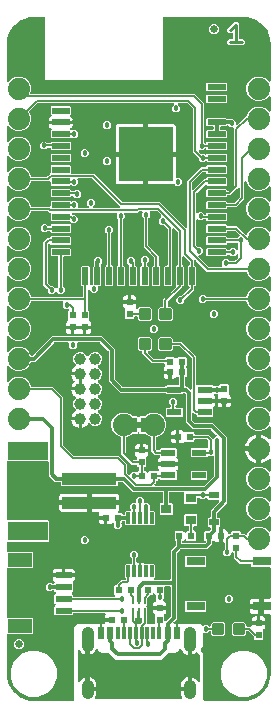
<source format=gtl>
G04 EAGLE Gerber RS-274X export*
G75*
%MOMM*%
%FSLAX34Y34*%
%LPD*%
%INTop Copper*%
%IPPOS*%
%AMOC8*
5,1,8,0,0,1.08239X$1,22.5*%
G01*
%ADD10C,0.279400*%
%ADD11R,0.830000X0.630000*%
%ADD12C,0.300000*%
%ADD13R,0.900000X0.800000*%
%ADD14C,0.635000*%
%ADD15R,2.000000X1.200000*%
%ADD16R,1.350000X0.600000*%
%ADD17R,4.600000X1.000000*%
%ADD18R,3.400000X1.600000*%
%ADD19R,0.300000X1.000000*%
%ADD20R,0.600000X1.000000*%
%ADD21C,1.000000*%
%ADD22R,1.524000X0.762000*%
%ADD23R,1.200000X0.550000*%
%ADD24R,0.600000X0.600000*%
%ADD25C,1.879600*%
%ADD26R,1.500000X0.500000*%
%ADD27R,0.500000X1.500000*%
%ADD28R,4.600000X4.600000*%
%ADD29C,1.000000*%
%ADD30R,0.250000X0.610000*%
%ADD31R,0.250000X0.560000*%
%ADD32R,0.635000X1.270000*%
%ADD33C,0.457200*%
%ADD34C,0.304800*%
%ADD35C,0.177800*%

G36*
X203244Y2547D02*
X203244Y2547D01*
X203280Y2544D01*
X206697Y2813D01*
X206855Y2848D01*
X206931Y2859D01*
X213431Y4971D01*
X213686Y5096D01*
X213700Y5109D01*
X213714Y5115D01*
X219243Y9133D01*
X219447Y9330D01*
X219456Y9346D01*
X219467Y9357D01*
X223485Y14886D01*
X223618Y15137D01*
X223622Y15156D01*
X223629Y15169D01*
X225741Y21669D01*
X225769Y21829D01*
X225787Y21903D01*
X226056Y25320D01*
X226053Y25365D01*
X226059Y25400D01*
X226059Y75184D01*
X226051Y75242D01*
X226053Y75300D01*
X226031Y75382D01*
X226019Y75466D01*
X225996Y75519D01*
X225981Y75575D01*
X225938Y75648D01*
X225903Y75725D01*
X225865Y75770D01*
X225836Y75820D01*
X225774Y75878D01*
X225720Y75942D01*
X225671Y75974D01*
X225628Y76014D01*
X225553Y76053D01*
X225483Y76100D01*
X225427Y76117D01*
X225375Y76144D01*
X225307Y76155D01*
X225212Y76185D01*
X225112Y76188D01*
X225044Y76199D01*
X220344Y76199D01*
X220344Y81661D01*
X220336Y81719D01*
X220338Y81777D01*
X220316Y81859D01*
X220304Y81942D01*
X220281Y81996D01*
X220266Y82052D01*
X220223Y82125D01*
X220188Y82202D01*
X220150Y82246D01*
X220121Y82297D01*
X220059Y82354D01*
X220005Y82419D01*
X219956Y82451D01*
X219913Y82491D01*
X219838Y82530D01*
X219806Y82551D01*
X219870Y82580D01*
X219915Y82618D01*
X219965Y82648D01*
X220023Y82709D01*
X220087Y82764D01*
X220119Y82812D01*
X220159Y82855D01*
X220198Y82930D01*
X220245Y83000D01*
X220262Y83056D01*
X220289Y83108D01*
X220300Y83176D01*
X220330Y83271D01*
X220333Y83371D01*
X220344Y83439D01*
X220344Y88901D01*
X225044Y88901D01*
X225102Y88909D01*
X225160Y88907D01*
X225242Y88929D01*
X225326Y88941D01*
X225379Y88964D01*
X225435Y88979D01*
X225508Y89022D01*
X225585Y89057D01*
X225630Y89095D01*
X225680Y89124D01*
X225738Y89186D01*
X225802Y89240D01*
X225834Y89289D01*
X225874Y89332D01*
X225913Y89407D01*
X225960Y89477D01*
X225977Y89533D01*
X226004Y89585D01*
X226015Y89653D01*
X226045Y89748D01*
X226048Y89848D01*
X226059Y89916D01*
X226059Y114808D01*
X226051Y114866D01*
X226053Y114924D01*
X226031Y115006D01*
X226019Y115090D01*
X225996Y115143D01*
X225981Y115199D01*
X225938Y115272D01*
X225903Y115349D01*
X225865Y115394D01*
X225836Y115444D01*
X225774Y115502D01*
X225720Y115566D01*
X225671Y115598D01*
X225628Y115638D01*
X225553Y115677D01*
X225483Y115724D01*
X225427Y115741D01*
X225375Y115768D01*
X225307Y115779D01*
X225212Y115809D01*
X225112Y115812D01*
X225044Y115823D01*
X210399Y115823D01*
X209803Y116419D01*
X209803Y117729D01*
X209795Y117787D01*
X209797Y117845D01*
X209775Y117927D01*
X209763Y118011D01*
X209740Y118064D01*
X209725Y118120D01*
X209682Y118193D01*
X209647Y118270D01*
X209609Y118315D01*
X209580Y118365D01*
X209518Y118423D01*
X209464Y118487D01*
X209415Y118519D01*
X209372Y118559D01*
X209297Y118598D01*
X209227Y118645D01*
X209171Y118662D01*
X209119Y118689D01*
X209051Y118700D01*
X208956Y118730D01*
X208856Y118733D01*
X208788Y118744D01*
X199871Y118744D01*
X194944Y123671D01*
X194944Y127208D01*
X194936Y127266D01*
X194938Y127324D01*
X194916Y127406D01*
X194904Y127490D01*
X194881Y127543D01*
X194866Y127599D01*
X194823Y127672D01*
X194788Y127749D01*
X194750Y127794D01*
X194721Y127844D01*
X194659Y127902D01*
X194605Y127966D01*
X194556Y127998D01*
X194513Y128038D01*
X194438Y128077D01*
X194368Y128124D01*
X194312Y128141D01*
X194260Y128168D01*
X194192Y128179D01*
X194097Y128209D01*
X193997Y128212D01*
X193929Y128223D01*
X193548Y128223D01*
X193490Y128215D01*
X193432Y128217D01*
X193350Y128195D01*
X193266Y128183D01*
X193213Y128160D01*
X193157Y128145D01*
X193084Y128102D01*
X193007Y128067D01*
X192962Y128029D01*
X192912Y128000D01*
X192854Y127938D01*
X192790Y127884D01*
X192758Y127835D01*
X192718Y127792D01*
X192679Y127717D01*
X192632Y127647D01*
X192615Y127591D01*
X192588Y127539D01*
X192577Y127471D01*
X192547Y127376D01*
X192544Y127276D01*
X192533Y127208D01*
X192533Y126902D01*
X190598Y124967D01*
X187862Y124967D01*
X185927Y126902D01*
X185927Y129638D01*
X187027Y130738D01*
X187079Y130807D01*
X187139Y130871D01*
X187165Y130921D01*
X187198Y130965D01*
X187229Y131047D01*
X187269Y131125D01*
X187277Y131172D01*
X187299Y131231D01*
X187304Y131289D01*
X187310Y131310D01*
X187312Y131384D01*
X187324Y131456D01*
X187324Y135684D01*
X187316Y135742D01*
X187318Y135800D01*
X187296Y135882D01*
X187284Y135966D01*
X187261Y136019D01*
X187246Y136075D01*
X187203Y136148D01*
X187168Y136225D01*
X187130Y136270D01*
X187101Y136320D01*
X187039Y136378D01*
X186985Y136442D01*
X186936Y136474D01*
X186893Y136514D01*
X186818Y136553D01*
X186748Y136600D01*
X186692Y136617D01*
X186640Y136644D01*
X186572Y136655D01*
X186477Y136685D01*
X186377Y136688D01*
X186309Y136699D01*
X185569Y136699D01*
X185569Y141756D01*
X185561Y141814D01*
X185563Y141872D01*
X185541Y141954D01*
X185529Y142037D01*
X185506Y142091D01*
X185491Y142147D01*
X185448Y142220D01*
X185439Y142239D01*
X185470Y142285D01*
X185487Y142341D01*
X185514Y142393D01*
X185525Y142461D01*
X185555Y142556D01*
X185558Y142656D01*
X185569Y142724D01*
X185569Y147781D01*
X187404Y147781D01*
X188051Y147608D01*
X188630Y147273D01*
X189103Y146800D01*
X189438Y146221D01*
X189611Y145574D01*
X189611Y145161D01*
X189619Y145103D01*
X189617Y145045D01*
X189639Y144963D01*
X189651Y144879D01*
X189674Y144826D01*
X189689Y144770D01*
X189732Y144697D01*
X189767Y144620D01*
X189805Y144575D01*
X189834Y144525D01*
X189896Y144467D01*
X189950Y144403D01*
X189999Y144371D01*
X190042Y144331D01*
X190117Y144292D01*
X190187Y144245D01*
X190243Y144228D01*
X190295Y144201D01*
X190363Y144190D01*
X190458Y144160D01*
X190558Y144157D01*
X190626Y144146D01*
X191818Y144146D01*
X191876Y144154D01*
X191934Y144152D01*
X192016Y144174D01*
X192100Y144186D01*
X192153Y144209D01*
X192209Y144224D01*
X192282Y144267D01*
X192359Y144302D01*
X192404Y144340D01*
X192454Y144369D01*
X192512Y144431D01*
X192576Y144485D01*
X192608Y144534D01*
X192648Y144577D01*
X192687Y144652D01*
X192734Y144722D01*
X192751Y144778D01*
X192778Y144830D01*
X192789Y144898D01*
X192819Y144993D01*
X192822Y145093D01*
X192833Y145161D01*
X192833Y145661D01*
X193429Y146257D01*
X200271Y146257D01*
X200867Y145661D01*
X200867Y145161D01*
X200875Y145103D01*
X200873Y145045D01*
X200895Y144963D01*
X200907Y144879D01*
X200930Y144826D01*
X200945Y144770D01*
X200988Y144697D01*
X201023Y144620D01*
X201061Y144575D01*
X201090Y144525D01*
X201152Y144467D01*
X201206Y144403D01*
X201255Y144371D01*
X201298Y144331D01*
X201373Y144292D01*
X201443Y144245D01*
X201499Y144228D01*
X201551Y144201D01*
X201619Y144190D01*
X201714Y144160D01*
X201814Y144157D01*
X201882Y144146D01*
X203989Y144146D01*
X204668Y143467D01*
X204760Y143398D01*
X204848Y143324D01*
X204873Y143313D01*
X204895Y143296D01*
X205003Y143255D01*
X205108Y143209D01*
X205135Y143205D01*
X205161Y143195D01*
X205275Y143185D01*
X205389Y143170D01*
X205417Y143174D01*
X205444Y143171D01*
X205557Y143194D01*
X205671Y143210D01*
X205696Y143222D01*
X205723Y143227D01*
X205825Y143280D01*
X205930Y143327D01*
X205951Y143345D01*
X205975Y143358D01*
X206059Y143437D01*
X206146Y143512D01*
X206159Y143533D01*
X206181Y143554D01*
X206316Y143784D01*
X206324Y143796D01*
X207071Y145600D01*
X210000Y148529D01*
X213828Y150115D01*
X217972Y150115D01*
X221799Y148529D01*
X224326Y146003D01*
X224350Y145985D01*
X224369Y145963D01*
X224463Y145900D01*
X224553Y145832D01*
X224581Y145821D01*
X224605Y145805D01*
X224713Y145771D01*
X224819Y145730D01*
X224848Y145728D01*
X224876Y145719D01*
X224990Y145716D01*
X225102Y145707D01*
X225131Y145713D01*
X225160Y145712D01*
X225270Y145740D01*
X225381Y145763D01*
X225407Y145776D01*
X225435Y145784D01*
X225533Y145842D01*
X225633Y145894D01*
X225655Y145914D01*
X225680Y145929D01*
X225757Y146011D01*
X225839Y146090D01*
X225854Y146115D01*
X225874Y146136D01*
X225926Y146237D01*
X225983Y146335D01*
X225990Y146363D01*
X226004Y146389D01*
X226017Y146467D01*
X226053Y146610D01*
X226051Y146673D01*
X226059Y146720D01*
X226059Y158080D01*
X226055Y158109D01*
X226058Y158138D01*
X226035Y158249D01*
X226019Y158361D01*
X226007Y158388D01*
X226002Y158417D01*
X225949Y158517D01*
X225903Y158620D01*
X225884Y158643D01*
X225871Y158669D01*
X225793Y158751D01*
X225720Y158837D01*
X225695Y158854D01*
X225675Y158875D01*
X225577Y158932D01*
X225483Y158995D01*
X225455Y159004D01*
X225430Y159019D01*
X225320Y159047D01*
X225212Y159081D01*
X225182Y159082D01*
X225154Y159089D01*
X225041Y159085D01*
X224928Y159088D01*
X224899Y159081D01*
X224870Y159080D01*
X224762Y159045D01*
X224653Y159016D01*
X224627Y159001D01*
X224599Y158992D01*
X224536Y158947D01*
X224408Y158871D01*
X224365Y158825D01*
X224326Y158797D01*
X221799Y156271D01*
X217972Y154685D01*
X213828Y154685D01*
X210000Y156271D01*
X207071Y159200D01*
X205485Y163028D01*
X205485Y167172D01*
X207071Y171000D01*
X210000Y173929D01*
X213828Y175515D01*
X217972Y175515D01*
X221799Y173929D01*
X224326Y171403D01*
X224350Y171385D01*
X224369Y171363D01*
X224463Y171300D01*
X224553Y171232D01*
X224581Y171221D01*
X224605Y171205D01*
X224713Y171171D01*
X224819Y171130D01*
X224848Y171128D01*
X224876Y171119D01*
X224990Y171116D01*
X225102Y171107D01*
X225131Y171113D01*
X225160Y171112D01*
X225270Y171140D01*
X225381Y171163D01*
X225407Y171176D01*
X225435Y171184D01*
X225533Y171242D01*
X225633Y171294D01*
X225655Y171314D01*
X225680Y171329D01*
X225757Y171411D01*
X225839Y171490D01*
X225854Y171515D01*
X225874Y171536D01*
X225926Y171637D01*
X225983Y171735D01*
X225990Y171763D01*
X226004Y171789D01*
X226017Y171867D01*
X226053Y172010D01*
X226051Y172073D01*
X226059Y172120D01*
X226059Y183480D01*
X226055Y183509D01*
X226058Y183538D01*
X226035Y183649D01*
X226019Y183761D01*
X226007Y183788D01*
X226002Y183817D01*
X225949Y183917D01*
X225903Y184020D01*
X225884Y184043D01*
X225871Y184069D01*
X225793Y184151D01*
X225720Y184237D01*
X225695Y184254D01*
X225675Y184275D01*
X225577Y184332D01*
X225483Y184395D01*
X225455Y184404D01*
X225430Y184419D01*
X225320Y184447D01*
X225212Y184481D01*
X225182Y184482D01*
X225154Y184489D01*
X225041Y184485D01*
X224928Y184488D01*
X224899Y184481D01*
X224870Y184480D01*
X224762Y184445D01*
X224653Y184416D01*
X224627Y184401D01*
X224599Y184392D01*
X224536Y184347D01*
X224408Y184271D01*
X224365Y184225D01*
X224326Y184197D01*
X221799Y181671D01*
X217972Y180085D01*
X213828Y180085D01*
X210000Y181671D01*
X207071Y184600D01*
X205485Y188428D01*
X205485Y192572D01*
X207071Y196400D01*
X210000Y199329D01*
X213828Y200915D01*
X217972Y200915D01*
X221799Y199329D01*
X224326Y196803D01*
X224350Y196785D01*
X224369Y196763D01*
X224463Y196700D01*
X224553Y196632D01*
X224581Y196621D01*
X224605Y196605D01*
X224713Y196571D01*
X224819Y196530D01*
X224848Y196528D01*
X224876Y196519D01*
X224990Y196516D01*
X225102Y196507D01*
X225131Y196513D01*
X225160Y196512D01*
X225270Y196540D01*
X225381Y196563D01*
X225407Y196576D01*
X225435Y196584D01*
X225533Y196642D01*
X225633Y196694D01*
X225655Y196714D01*
X225680Y196729D01*
X225757Y196811D01*
X225839Y196890D01*
X225854Y196915D01*
X225874Y196936D01*
X225926Y197037D01*
X225983Y197135D01*
X225990Y197163D01*
X226004Y197189D01*
X226017Y197267D01*
X226053Y197410D01*
X226051Y197473D01*
X226059Y197520D01*
X226059Y206724D01*
X226055Y206753D01*
X226058Y206783D01*
X226035Y206894D01*
X226019Y207006D01*
X226007Y207033D01*
X226002Y207061D01*
X225949Y207162D01*
X225903Y207265D01*
X225884Y207288D01*
X225871Y207314D01*
X225793Y207396D01*
X225720Y207482D01*
X225695Y207499D01*
X225675Y207520D01*
X225577Y207577D01*
X225483Y207640D01*
X225455Y207649D01*
X225430Y207664D01*
X225320Y207691D01*
X225212Y207726D01*
X225182Y207726D01*
X225154Y207734D01*
X225041Y207730D01*
X224928Y207733D01*
X224899Y207726D01*
X224870Y207725D01*
X224762Y207690D01*
X224653Y207661D01*
X224627Y207646D01*
X224599Y207637D01*
X224535Y207591D01*
X224408Y207516D01*
X224365Y207470D01*
X224326Y207442D01*
X223678Y206794D01*
X222157Y205689D01*
X220483Y204836D01*
X218696Y204255D01*
X217931Y204134D01*
X217931Y214884D01*
X217923Y214942D01*
X217925Y215000D01*
X217903Y215082D01*
X217891Y215165D01*
X217867Y215219D01*
X217853Y215275D01*
X217810Y215348D01*
X217775Y215425D01*
X217737Y215469D01*
X217707Y215520D01*
X217646Y215577D01*
X217591Y215642D01*
X217543Y215674D01*
X217500Y215714D01*
X217425Y215753D01*
X217355Y215799D01*
X217299Y215817D01*
X217247Y215844D01*
X217179Y215855D01*
X217084Y215885D01*
X216984Y215888D01*
X216916Y215899D01*
X215899Y215899D01*
X215899Y215901D01*
X216916Y215901D01*
X216974Y215909D01*
X217032Y215908D01*
X217114Y215929D01*
X217197Y215941D01*
X217251Y215965D01*
X217307Y215979D01*
X217380Y216022D01*
X217457Y216057D01*
X217502Y216095D01*
X217552Y216125D01*
X217610Y216186D01*
X217674Y216241D01*
X217706Y216289D01*
X217746Y216332D01*
X217785Y216407D01*
X217831Y216477D01*
X217849Y216533D01*
X217876Y216585D01*
X217887Y216653D01*
X217917Y216748D01*
X217920Y216848D01*
X217931Y216916D01*
X217931Y227666D01*
X218696Y227545D01*
X220483Y226964D01*
X222157Y226111D01*
X223678Y225006D01*
X224326Y224358D01*
X224350Y224340D01*
X224369Y224318D01*
X224463Y224255D01*
X224553Y224187D01*
X224581Y224176D01*
X224605Y224160D01*
X224713Y224126D01*
X224819Y224086D01*
X224848Y224083D01*
X224876Y224074D01*
X224990Y224071D01*
X225102Y224062D01*
X225131Y224068D01*
X225160Y224067D01*
X225270Y224096D01*
X225381Y224118D01*
X225407Y224132D01*
X225435Y224139D01*
X225533Y224197D01*
X225633Y224249D01*
X225655Y224269D01*
X225680Y224284D01*
X225757Y224367D01*
X225839Y224445D01*
X225854Y224470D01*
X225874Y224491D01*
X225926Y224592D01*
X225983Y224690D01*
X225990Y224718D01*
X226004Y224745D01*
X226017Y224822D01*
X226053Y224966D01*
X226051Y225028D01*
X226059Y225076D01*
X226059Y234280D01*
X226055Y234309D01*
X226058Y234338D01*
X226035Y234449D01*
X226019Y234561D01*
X226007Y234588D01*
X226002Y234617D01*
X225949Y234717D01*
X225903Y234820D01*
X225884Y234843D01*
X225871Y234869D01*
X225793Y234951D01*
X225720Y235037D01*
X225695Y235054D01*
X225675Y235075D01*
X225577Y235132D01*
X225483Y235195D01*
X225455Y235204D01*
X225430Y235219D01*
X225320Y235247D01*
X225212Y235281D01*
X225182Y235282D01*
X225154Y235289D01*
X225041Y235285D01*
X224928Y235288D01*
X224899Y235281D01*
X224870Y235280D01*
X224762Y235245D01*
X224653Y235216D01*
X224627Y235201D01*
X224599Y235192D01*
X224536Y235147D01*
X224408Y235071D01*
X224365Y235025D01*
X224326Y234997D01*
X221799Y232471D01*
X217972Y230885D01*
X213828Y230885D01*
X210000Y232471D01*
X207071Y235400D01*
X205485Y239228D01*
X205485Y243372D01*
X207071Y247200D01*
X210000Y250129D01*
X213828Y251715D01*
X217972Y251715D01*
X221799Y250129D01*
X224326Y247603D01*
X224350Y247585D01*
X224369Y247563D01*
X224463Y247500D01*
X224553Y247432D01*
X224581Y247421D01*
X224605Y247405D01*
X224713Y247371D01*
X224819Y247330D01*
X224848Y247328D01*
X224876Y247319D01*
X224990Y247316D01*
X225102Y247307D01*
X225131Y247313D01*
X225160Y247312D01*
X225270Y247340D01*
X225381Y247363D01*
X225407Y247376D01*
X225435Y247384D01*
X225533Y247442D01*
X225633Y247494D01*
X225655Y247514D01*
X225680Y247529D01*
X225757Y247611D01*
X225839Y247690D01*
X225854Y247715D01*
X225874Y247736D01*
X225926Y247837D01*
X225983Y247935D01*
X225990Y247963D01*
X226004Y247989D01*
X226017Y248067D01*
X226053Y248210D01*
X226051Y248273D01*
X226059Y248320D01*
X226059Y259680D01*
X226055Y259709D01*
X226058Y259738D01*
X226035Y259849D01*
X226019Y259961D01*
X226007Y259988D01*
X226002Y260017D01*
X225949Y260117D01*
X225903Y260220D01*
X225884Y260243D01*
X225871Y260269D01*
X225793Y260351D01*
X225720Y260437D01*
X225695Y260454D01*
X225675Y260475D01*
X225577Y260532D01*
X225483Y260595D01*
X225455Y260604D01*
X225430Y260619D01*
X225320Y260647D01*
X225212Y260681D01*
X225182Y260682D01*
X225154Y260689D01*
X225041Y260685D01*
X224928Y260688D01*
X224899Y260681D01*
X224870Y260680D01*
X224762Y260645D01*
X224653Y260616D01*
X224627Y260601D01*
X224599Y260592D01*
X224536Y260547D01*
X224408Y260471D01*
X224365Y260425D01*
X224326Y260397D01*
X221799Y257871D01*
X217972Y256285D01*
X213828Y256285D01*
X210000Y257871D01*
X207071Y260800D01*
X205485Y264628D01*
X205485Y268772D01*
X207071Y272600D01*
X210000Y275529D01*
X213828Y277115D01*
X217972Y277115D01*
X221799Y275529D01*
X224326Y273003D01*
X224350Y272985D01*
X224369Y272963D01*
X224463Y272900D01*
X224553Y272832D01*
X224581Y272821D01*
X224605Y272805D01*
X224713Y272771D01*
X224819Y272730D01*
X224848Y272728D01*
X224876Y272719D01*
X224990Y272716D01*
X225102Y272707D01*
X225131Y272713D01*
X225160Y272712D01*
X225270Y272740D01*
X225381Y272763D01*
X225407Y272776D01*
X225435Y272784D01*
X225533Y272842D01*
X225633Y272894D01*
X225655Y272914D01*
X225680Y272929D01*
X225757Y273011D01*
X225839Y273090D01*
X225854Y273115D01*
X225874Y273136D01*
X225926Y273237D01*
X225983Y273335D01*
X225990Y273363D01*
X226004Y273389D01*
X226017Y273467D01*
X226053Y273610D01*
X226051Y273673D01*
X226059Y273720D01*
X226059Y285080D01*
X226055Y285109D01*
X226058Y285138D01*
X226035Y285249D01*
X226019Y285361D01*
X226007Y285388D01*
X226002Y285417D01*
X225949Y285517D01*
X225903Y285620D01*
X225884Y285643D01*
X225871Y285669D01*
X225793Y285751D01*
X225720Y285837D01*
X225695Y285854D01*
X225675Y285875D01*
X225577Y285932D01*
X225483Y285995D01*
X225455Y286004D01*
X225430Y286019D01*
X225320Y286047D01*
X225212Y286081D01*
X225182Y286082D01*
X225154Y286089D01*
X225041Y286085D01*
X224928Y286088D01*
X224899Y286081D01*
X224870Y286080D01*
X224762Y286045D01*
X224653Y286016D01*
X224627Y286001D01*
X224599Y285992D01*
X224536Y285947D01*
X224408Y285871D01*
X224365Y285825D01*
X224326Y285797D01*
X221799Y283271D01*
X217972Y281685D01*
X213828Y281685D01*
X210000Y283271D01*
X207071Y286200D01*
X205485Y290028D01*
X205485Y294172D01*
X207071Y298000D01*
X210000Y300929D01*
X213828Y302515D01*
X217972Y302515D01*
X221799Y300929D01*
X224326Y298403D01*
X224350Y298385D01*
X224369Y298363D01*
X224463Y298300D01*
X224553Y298232D01*
X224581Y298221D01*
X224605Y298205D01*
X224713Y298171D01*
X224819Y298130D01*
X224848Y298128D01*
X224876Y298119D01*
X224990Y298116D01*
X225102Y298107D01*
X225131Y298113D01*
X225160Y298112D01*
X225270Y298140D01*
X225381Y298163D01*
X225407Y298176D01*
X225435Y298184D01*
X225533Y298242D01*
X225633Y298294D01*
X225655Y298314D01*
X225680Y298329D01*
X225757Y298411D01*
X225839Y298490D01*
X225854Y298515D01*
X225874Y298536D01*
X225926Y298637D01*
X225983Y298735D01*
X225990Y298763D01*
X226004Y298789D01*
X226017Y298867D01*
X226053Y299010D01*
X226051Y299073D01*
X226059Y299120D01*
X226059Y310480D01*
X226055Y310509D01*
X226058Y310538D01*
X226035Y310649D01*
X226019Y310761D01*
X226007Y310788D01*
X226002Y310817D01*
X225949Y310917D01*
X225903Y311020D01*
X225884Y311043D01*
X225871Y311069D01*
X225793Y311151D01*
X225720Y311237D01*
X225695Y311254D01*
X225675Y311275D01*
X225577Y311332D01*
X225483Y311395D01*
X225455Y311404D01*
X225430Y311419D01*
X225320Y311447D01*
X225212Y311481D01*
X225182Y311482D01*
X225154Y311489D01*
X225041Y311485D01*
X224928Y311488D01*
X224899Y311481D01*
X224870Y311480D01*
X224762Y311445D01*
X224653Y311416D01*
X224627Y311401D01*
X224599Y311392D01*
X224536Y311347D01*
X224408Y311271D01*
X224365Y311225D01*
X224326Y311197D01*
X221799Y308671D01*
X217972Y307085D01*
X213828Y307085D01*
X210000Y308671D01*
X207071Y311600D01*
X205485Y315428D01*
X205485Y319572D01*
X207071Y323400D01*
X210000Y326329D01*
X213828Y327915D01*
X217972Y327915D01*
X221799Y326329D01*
X224326Y323803D01*
X224350Y323785D01*
X224369Y323763D01*
X224463Y323700D01*
X224553Y323632D01*
X224581Y323621D01*
X224605Y323605D01*
X224713Y323571D01*
X224819Y323530D01*
X224848Y323528D01*
X224876Y323519D01*
X224990Y323516D01*
X225102Y323507D01*
X225131Y323513D01*
X225160Y323512D01*
X225270Y323540D01*
X225381Y323563D01*
X225407Y323576D01*
X225435Y323584D01*
X225533Y323642D01*
X225633Y323694D01*
X225655Y323714D01*
X225680Y323729D01*
X225757Y323811D01*
X225839Y323890D01*
X225854Y323915D01*
X225874Y323936D01*
X225926Y324037D01*
X225983Y324135D01*
X225990Y324163D01*
X226004Y324189D01*
X226017Y324267D01*
X226053Y324410D01*
X226051Y324473D01*
X226059Y324520D01*
X226059Y335880D01*
X226055Y335909D01*
X226058Y335938D01*
X226035Y336049D01*
X226019Y336161D01*
X226007Y336188D01*
X226002Y336217D01*
X225949Y336317D01*
X225903Y336420D01*
X225884Y336443D01*
X225871Y336469D01*
X225793Y336551D01*
X225720Y336637D01*
X225695Y336654D01*
X225675Y336675D01*
X225577Y336732D01*
X225483Y336795D01*
X225455Y336804D01*
X225430Y336819D01*
X225320Y336847D01*
X225212Y336881D01*
X225182Y336882D01*
X225154Y336889D01*
X225041Y336885D01*
X224928Y336888D01*
X224899Y336881D01*
X224870Y336880D01*
X224762Y336845D01*
X224653Y336816D01*
X224627Y336801D01*
X224599Y336792D01*
X224536Y336747D01*
X224408Y336671D01*
X224365Y336625D01*
X224326Y336597D01*
X221799Y334071D01*
X217972Y332485D01*
X213828Y332485D01*
X210000Y334071D01*
X207071Y337000D01*
X205676Y340368D01*
X205675Y340369D01*
X205675Y340370D01*
X205603Y340491D01*
X205532Y340612D01*
X205531Y340613D01*
X205530Y340615D01*
X205427Y340711D01*
X205325Y340808D01*
X205324Y340808D01*
X205322Y340809D01*
X205197Y340874D01*
X205072Y340938D01*
X205071Y340938D01*
X205069Y340939D01*
X205054Y340941D01*
X204793Y340993D01*
X204763Y340990D01*
X204738Y340994D01*
X172096Y340994D01*
X172009Y340982D01*
X171922Y340979D01*
X171869Y340962D01*
X171814Y340954D01*
X171734Y340919D01*
X171651Y340892D01*
X171612Y340864D01*
X171555Y340838D01*
X171441Y340742D01*
X171378Y340697D01*
X170278Y339597D01*
X167542Y339597D01*
X165607Y341532D01*
X165607Y344268D01*
X167542Y346203D01*
X170278Y346203D01*
X171378Y345103D01*
X171447Y345051D01*
X171511Y344991D01*
X171561Y344965D01*
X171605Y344932D01*
X171687Y344901D01*
X171765Y344861D01*
X171812Y344853D01*
X171871Y344831D01*
X172018Y344819D01*
X172096Y344806D01*
X204738Y344806D01*
X204740Y344806D01*
X204741Y344806D01*
X204881Y344826D01*
X205020Y344846D01*
X205021Y344846D01*
X205023Y344846D01*
X205149Y344903D01*
X205279Y344962D01*
X205280Y344963D01*
X205282Y344964D01*
X205389Y345055D01*
X205496Y345145D01*
X205497Y345147D01*
X205498Y345148D01*
X205506Y345161D01*
X205654Y345382D01*
X205663Y345411D01*
X205676Y345432D01*
X207071Y348800D01*
X210000Y351729D01*
X213828Y353315D01*
X217972Y353315D01*
X221799Y351729D01*
X224326Y349203D01*
X224350Y349185D01*
X224369Y349163D01*
X224463Y349100D01*
X224553Y349032D01*
X224581Y349021D01*
X224605Y349005D01*
X224713Y348971D01*
X224819Y348930D01*
X224848Y348928D01*
X224876Y348919D01*
X224990Y348916D01*
X225102Y348907D01*
X225131Y348913D01*
X225160Y348912D01*
X225270Y348940D01*
X225381Y348963D01*
X225407Y348976D01*
X225435Y348984D01*
X225533Y349042D01*
X225633Y349094D01*
X225655Y349114D01*
X225680Y349129D01*
X225757Y349211D01*
X225839Y349290D01*
X225854Y349315D01*
X225874Y349336D01*
X225926Y349437D01*
X225983Y349535D01*
X225990Y349563D01*
X226004Y349589D01*
X226017Y349667D01*
X226053Y349810D01*
X226051Y349873D01*
X226059Y349920D01*
X226059Y361280D01*
X226055Y361309D01*
X226058Y361338D01*
X226035Y361449D01*
X226019Y361561D01*
X226007Y361588D01*
X226002Y361617D01*
X225949Y361717D01*
X225903Y361820D01*
X225884Y361843D01*
X225871Y361869D01*
X225793Y361951D01*
X225720Y362037D01*
X225695Y362054D01*
X225675Y362075D01*
X225577Y362132D01*
X225483Y362195D01*
X225455Y362204D01*
X225430Y362219D01*
X225320Y362247D01*
X225212Y362281D01*
X225182Y362282D01*
X225154Y362289D01*
X225041Y362285D01*
X224928Y362288D01*
X224899Y362281D01*
X224870Y362280D01*
X224762Y362245D01*
X224653Y362216D01*
X224627Y362201D01*
X224599Y362192D01*
X224536Y362147D01*
X224408Y362071D01*
X224365Y362025D01*
X224326Y361997D01*
X221799Y359471D01*
X217972Y357885D01*
X213828Y357885D01*
X210000Y359471D01*
X207071Y362400D01*
X205834Y365387D01*
X205833Y365388D01*
X205833Y365389D01*
X205761Y365510D01*
X205689Y365631D01*
X205688Y365632D01*
X205688Y365634D01*
X205583Y365731D01*
X205483Y365827D01*
X205481Y365827D01*
X205480Y365828D01*
X205355Y365893D01*
X205230Y365957D01*
X205228Y365957D01*
X205227Y365958D01*
X205212Y365960D01*
X204951Y366012D01*
X204921Y366009D01*
X204896Y366013D01*
X172312Y366013D01*
X162939Y375386D01*
X162915Y375404D01*
X162896Y375426D01*
X162802Y375489D01*
X162712Y375557D01*
X162684Y375567D01*
X162660Y375584D01*
X162552Y375618D01*
X162446Y375658D01*
X162417Y375661D01*
X162389Y375669D01*
X162275Y375672D01*
X162163Y375682D01*
X162134Y375676D01*
X162105Y375677D01*
X161995Y375648D01*
X161884Y375626D01*
X161858Y375612D01*
X161830Y375605D01*
X161732Y375547D01*
X161632Y375495D01*
X161610Y375475D01*
X161585Y375460D01*
X161508Y375377D01*
X161426Y375299D01*
X161411Y375274D01*
X161391Y375252D01*
X161339Y375151D01*
X161282Y375054D01*
X161275Y375025D01*
X161261Y374999D01*
X161248Y374922D01*
X161212Y374778D01*
X161214Y374716D01*
X161206Y374668D01*
X161206Y371932D01*
X161214Y371874D01*
X161212Y371816D01*
X161234Y371734D01*
X161246Y371650D01*
X161269Y371597D01*
X161284Y371541D01*
X161327Y371468D01*
X161362Y371391D01*
X161400Y371346D01*
X161429Y371296D01*
X161491Y371238D01*
X161545Y371174D01*
X161594Y371142D01*
X161637Y371102D01*
X161712Y371063D01*
X161782Y371016D01*
X161838Y370999D01*
X161890Y370972D01*
X161958Y370961D01*
X162053Y370931D01*
X162153Y370928D01*
X162221Y370917D01*
X162817Y370321D01*
X162817Y354479D01*
X162221Y353883D01*
X162163Y353875D01*
X162105Y353877D01*
X162023Y353855D01*
X161939Y353843D01*
X161886Y353820D01*
X161830Y353805D01*
X161757Y353762D01*
X161680Y353727D01*
X161635Y353689D01*
X161585Y353660D01*
X161527Y353598D01*
X161463Y353544D01*
X161431Y353495D01*
X161391Y353452D01*
X161352Y353377D01*
X161305Y353307D01*
X161288Y353251D01*
X161261Y353199D01*
X161250Y353131D01*
X161220Y353036D01*
X161217Y352936D01*
X161206Y352868D01*
X161206Y350460D01*
X153281Y342535D01*
X153229Y342465D01*
X153169Y342401D01*
X153143Y342352D01*
X153110Y342308D01*
X153079Y342226D01*
X153039Y342148D01*
X153031Y342101D01*
X153009Y342042D01*
X152997Y341894D01*
X152984Y341817D01*
X152984Y340262D01*
X151049Y338327D01*
X148313Y338327D01*
X146378Y340262D01*
X146378Y342998D01*
X148313Y344933D01*
X149868Y344933D01*
X149955Y344945D01*
X150042Y344948D01*
X150095Y344965D01*
X150150Y344973D01*
X150229Y345008D01*
X150313Y345035D01*
X150352Y345063D01*
X150409Y345089D01*
X150522Y345185D01*
X150586Y345230D01*
X157097Y351741D01*
X157149Y351811D01*
X157209Y351875D01*
X157235Y351924D01*
X157268Y351968D01*
X157299Y352050D01*
X157339Y352128D01*
X157347Y352175D01*
X157369Y352234D01*
X157381Y352382D01*
X157394Y352459D01*
X157394Y352868D01*
X157388Y352916D01*
X157388Y352918D01*
X157387Y352922D01*
X157386Y352926D01*
X157388Y352984D01*
X157366Y353066D01*
X157354Y353150D01*
X157331Y353203D01*
X157316Y353259D01*
X157273Y353332D01*
X157238Y353409D01*
X157200Y353454D01*
X157171Y353504D01*
X157109Y353562D01*
X157055Y353626D01*
X157006Y353658D01*
X156963Y353698D01*
X156888Y353737D01*
X156818Y353784D01*
X156762Y353801D01*
X156710Y353828D01*
X156642Y353839D01*
X156547Y353869D01*
X156447Y353872D01*
X156379Y353883D01*
X155783Y354479D01*
X155783Y370321D01*
X156379Y370917D01*
X156437Y370925D01*
X156495Y370923D01*
X156577Y370945D01*
X156661Y370957D01*
X156714Y370980D01*
X156770Y370995D01*
X156843Y371038D01*
X156920Y371073D01*
X156965Y371111D01*
X157015Y371140D01*
X157073Y371202D01*
X157137Y371256D01*
X157169Y371305D01*
X157209Y371348D01*
X157248Y371423D01*
X157295Y371493D01*
X157312Y371549D01*
X157339Y371601D01*
X157350Y371669D01*
X157380Y371764D01*
X157383Y371864D01*
X157394Y371932D01*
X157394Y373890D01*
X157382Y373977D01*
X157379Y374064D01*
X157362Y374117D01*
X157354Y374172D01*
X157319Y374251D01*
X157292Y374335D01*
X157264Y374374D01*
X157238Y374431D01*
X157142Y374544D01*
X157097Y374608D01*
X153213Y378492D01*
X152939Y378766D01*
X152915Y378784D01*
X152896Y378806D01*
X152802Y378869D01*
X152712Y378937D01*
X152684Y378947D01*
X152660Y378964D01*
X152552Y378998D01*
X152446Y379038D01*
X152417Y379041D01*
X152389Y379049D01*
X152276Y379052D01*
X152163Y379062D01*
X152134Y379056D01*
X152105Y379057D01*
X151995Y379028D01*
X151884Y379006D01*
X151858Y378992D01*
X151830Y378985D01*
X151732Y378927D01*
X151632Y378875D01*
X151610Y378855D01*
X151585Y378840D01*
X151508Y378757D01*
X151426Y378679D01*
X151411Y378654D01*
X151391Y378632D01*
X151339Y378532D01*
X151282Y378434D01*
X151275Y378405D01*
X151261Y378379D01*
X151248Y378302D01*
X151212Y378158D01*
X151214Y378096D01*
X151206Y378048D01*
X151206Y371932D01*
X151214Y371874D01*
X151212Y371816D01*
X151234Y371734D01*
X151246Y371650D01*
X151269Y371597D01*
X151284Y371541D01*
X151327Y371468D01*
X151362Y371391D01*
X151400Y371346D01*
X151429Y371296D01*
X151491Y371238D01*
X151545Y371174D01*
X151594Y371142D01*
X151637Y371102D01*
X151712Y371063D01*
X151782Y371016D01*
X151838Y370999D01*
X151890Y370972D01*
X151958Y370961D01*
X152053Y370931D01*
X152153Y370928D01*
X152221Y370917D01*
X152817Y370321D01*
X152817Y354479D01*
X152221Y353883D01*
X152163Y353875D01*
X152105Y353877D01*
X152023Y353855D01*
X151939Y353843D01*
X151886Y353820D01*
X151830Y353805D01*
X151757Y353762D01*
X151680Y353727D01*
X151635Y353689D01*
X151585Y353660D01*
X151527Y353598D01*
X151463Y353544D01*
X151431Y353495D01*
X151391Y353452D01*
X151352Y353377D01*
X151305Y353307D01*
X151288Y353251D01*
X151261Y353199D01*
X151253Y353147D01*
X139243Y341138D01*
X139191Y341068D01*
X139131Y341004D01*
X139105Y340955D01*
X139072Y340911D01*
X139041Y340829D01*
X139001Y340751D01*
X138993Y340704D01*
X138971Y340645D01*
X138959Y340497D01*
X138946Y340420D01*
X138946Y337232D01*
X138954Y337174D01*
X138952Y337116D01*
X138974Y337034D01*
X138986Y336950D01*
X139009Y336897D01*
X139024Y336841D01*
X139067Y336768D01*
X139102Y336691D01*
X139140Y336646D01*
X139169Y336596D01*
X139231Y336538D01*
X139285Y336474D01*
X139334Y336442D01*
X139377Y336402D01*
X139452Y336363D01*
X139522Y336316D01*
X139578Y336299D01*
X139630Y336272D01*
X139698Y336261D01*
X139793Y336231D01*
X139893Y336228D01*
X139961Y336217D01*
X141583Y336217D01*
X143057Y334743D01*
X143057Y325657D01*
X141583Y324183D01*
X132497Y324183D01*
X131023Y325657D01*
X131023Y334743D01*
X132497Y336217D01*
X134119Y336217D01*
X134177Y336225D01*
X134235Y336223D01*
X134317Y336245D01*
X134401Y336257D01*
X134454Y336280D01*
X134510Y336295D01*
X134583Y336338D01*
X134660Y336373D01*
X134705Y336411D01*
X134755Y336440D01*
X134813Y336502D01*
X134877Y336556D01*
X134909Y336605D01*
X134949Y336648D01*
X134988Y336723D01*
X135035Y336793D01*
X135052Y336849D01*
X135079Y336901D01*
X135090Y336969D01*
X135120Y337064D01*
X135123Y337164D01*
X135134Y337232D01*
X135134Y342419D01*
X136548Y343833D01*
X145771Y353056D01*
X145806Y353102D01*
X145848Y353143D01*
X145891Y353216D01*
X145942Y353283D01*
X145962Y353338D01*
X145992Y353388D01*
X146013Y353470D01*
X146043Y353549D01*
X146048Y353607D01*
X146062Y353664D01*
X146059Y353748D01*
X146066Y353832D01*
X146055Y353889D01*
X146053Y353948D01*
X146027Y354028D01*
X146010Y354111D01*
X145983Y354162D01*
X145965Y354218D01*
X145925Y354274D01*
X145879Y354363D01*
X145812Y354434D01*
X145801Y354453D01*
X145793Y354460D01*
X145783Y354474D01*
X145783Y370321D01*
X146379Y370917D01*
X146437Y370925D01*
X146495Y370923D01*
X146577Y370945D01*
X146661Y370957D01*
X146714Y370980D01*
X146770Y370995D01*
X146843Y371038D01*
X146920Y371073D01*
X146965Y371111D01*
X147015Y371140D01*
X147073Y371202D01*
X147137Y371256D01*
X147169Y371305D01*
X147209Y371348D01*
X147248Y371423D01*
X147295Y371493D01*
X147312Y371549D01*
X147339Y371601D01*
X147350Y371669D01*
X147380Y371764D01*
X147383Y371864D01*
X147394Y371932D01*
X147394Y399400D01*
X147382Y399487D01*
X147379Y399574D01*
X147362Y399627D01*
X147354Y399682D01*
X147319Y399761D01*
X147292Y399845D01*
X147264Y399884D01*
X147238Y399941D01*
X147142Y400054D01*
X147097Y400118D01*
X144609Y402606D01*
X144585Y402624D01*
X144566Y402646D01*
X144472Y402709D01*
X144382Y402777D01*
X144354Y402787D01*
X144330Y402804D01*
X144222Y402838D01*
X144116Y402878D01*
X144087Y402881D01*
X144059Y402889D01*
X143945Y402892D01*
X143833Y402902D01*
X143804Y402896D01*
X143775Y402897D01*
X143665Y402868D01*
X143554Y402846D01*
X143528Y402832D01*
X143500Y402825D01*
X143402Y402767D01*
X143302Y402715D01*
X143280Y402695D01*
X143255Y402680D01*
X143178Y402597D01*
X143096Y402519D01*
X143081Y402494D01*
X143061Y402472D01*
X143009Y402371D01*
X142952Y402274D01*
X142945Y402245D01*
X142931Y402219D01*
X142918Y402142D01*
X142882Y401998D01*
X142884Y401936D01*
X142876Y401888D01*
X142876Y363139D01*
X142872Y363132D01*
X142864Y363085D01*
X142842Y363026D01*
X142830Y362878D01*
X142817Y362801D01*
X142817Y354479D01*
X142221Y353883D01*
X136379Y353883D01*
X135783Y354479D01*
X135783Y370321D01*
X136379Y370917D01*
X138049Y370917D01*
X138107Y370925D01*
X138165Y370923D01*
X138247Y370945D01*
X138331Y370957D01*
X138384Y370980D01*
X138440Y370995D01*
X138513Y371038D01*
X138590Y371073D01*
X138635Y371111D01*
X138685Y371140D01*
X138743Y371202D01*
X138807Y371256D01*
X138839Y371305D01*
X138879Y371348D01*
X138918Y371423D01*
X138965Y371493D01*
X138982Y371549D01*
X139009Y371601D01*
X139020Y371669D01*
X139050Y371764D01*
X139053Y371864D01*
X139064Y371932D01*
X139064Y401380D01*
X139052Y401467D01*
X139049Y401554D01*
X139032Y401607D01*
X139024Y401662D01*
X138989Y401741D01*
X138962Y401825D01*
X138934Y401864D01*
X138908Y401921D01*
X138812Y402034D01*
X138767Y402098D01*
X135525Y405340D01*
X135455Y405392D01*
X135391Y405452D01*
X135342Y405478D01*
X135298Y405511D01*
X135216Y405542D01*
X135138Y405582D01*
X135091Y405590D01*
X135032Y405612D01*
X134884Y405624D01*
X134807Y405637D01*
X133252Y405637D01*
X131317Y407572D01*
X131317Y410308D01*
X133394Y412385D01*
X133429Y412432D01*
X133472Y412472D01*
X133514Y412545D01*
X133565Y412612D01*
X133586Y412667D01*
X133615Y412717D01*
X133636Y412799D01*
X133666Y412878D01*
X133671Y412936D01*
X133686Y412993D01*
X133683Y413077D01*
X133690Y413161D01*
X133678Y413218D01*
X133677Y413277D01*
X133651Y413357D01*
X133634Y413440D01*
X133607Y413492D01*
X133589Y413547D01*
X133549Y413604D01*
X133503Y413692D01*
X133434Y413764D01*
X133394Y413821D01*
X130318Y416897D01*
X130248Y416949D01*
X130184Y417009D01*
X130135Y417035D01*
X130091Y417068D01*
X130009Y417099D01*
X129931Y417139D01*
X129884Y417147D01*
X129825Y417169D01*
X129677Y417181D01*
X129600Y417194D01*
X124598Y417194D01*
X124568Y417190D01*
X124539Y417193D01*
X124428Y417170D01*
X124316Y417154D01*
X124289Y417142D01*
X124260Y417137D01*
X124160Y417084D01*
X124057Y417038D01*
X124034Y417019D01*
X124008Y417006D01*
X123926Y416928D01*
X123840Y416855D01*
X123823Y416830D01*
X123802Y416810D01*
X123745Y416712D01*
X123682Y416618D01*
X123673Y416590D01*
X123658Y416565D01*
X123630Y416455D01*
X123596Y416347D01*
X123595Y416318D01*
X123588Y416289D01*
X123592Y416176D01*
X123589Y416063D01*
X123596Y416034D01*
X123597Y416005D01*
X123632Y415897D01*
X123661Y415788D01*
X123676Y415762D01*
X123685Y415734D01*
X123730Y415671D01*
X123806Y415543D01*
X123852Y415500D01*
X123880Y415461D01*
X123953Y415388D01*
X123953Y412652D01*
X122853Y411552D01*
X122801Y411483D01*
X122741Y411419D01*
X122715Y411369D01*
X122682Y411325D01*
X122651Y411243D01*
X122611Y411165D01*
X122603Y411118D01*
X122581Y411059D01*
X122569Y410912D01*
X122556Y410834D01*
X122556Y388560D01*
X122568Y388473D01*
X122571Y388386D01*
X122588Y388333D01*
X122596Y388278D01*
X122631Y388199D01*
X122658Y388115D01*
X122686Y388076D01*
X122712Y388019D01*
X122808Y387906D01*
X122853Y387842D01*
X131206Y379489D01*
X131206Y371932D01*
X131214Y371874D01*
X131212Y371816D01*
X131234Y371734D01*
X131246Y371650D01*
X131269Y371597D01*
X131284Y371541D01*
X131327Y371468D01*
X131362Y371391D01*
X131400Y371346D01*
X131429Y371296D01*
X131491Y371238D01*
X131545Y371174D01*
X131594Y371142D01*
X131637Y371102D01*
X131712Y371063D01*
X131782Y371016D01*
X131838Y370999D01*
X131890Y370972D01*
X131958Y370961D01*
X132053Y370931D01*
X132153Y370928D01*
X132221Y370917D01*
X132817Y370321D01*
X132817Y354479D01*
X132221Y353883D01*
X126379Y353883D01*
X125783Y354479D01*
X125783Y370321D01*
X126379Y370917D01*
X126437Y370925D01*
X126495Y370923D01*
X126577Y370945D01*
X126661Y370957D01*
X126714Y370980D01*
X126770Y370995D01*
X126843Y371038D01*
X126920Y371073D01*
X126965Y371111D01*
X127015Y371140D01*
X127073Y371202D01*
X127137Y371256D01*
X127169Y371305D01*
X127209Y371348D01*
X127248Y371423D01*
X127295Y371493D01*
X127312Y371549D01*
X127339Y371601D01*
X127350Y371669D01*
X127380Y371764D01*
X127383Y371864D01*
X127394Y371932D01*
X127394Y377490D01*
X127382Y377577D01*
X127379Y377664D01*
X127362Y377717D01*
X127354Y377772D01*
X127319Y377851D01*
X127292Y377935D01*
X127264Y377974D01*
X127238Y378031D01*
X127142Y378144D01*
X127097Y378208D01*
X118744Y386561D01*
X118744Y410834D01*
X118732Y410921D01*
X118729Y411008D01*
X118712Y411061D01*
X118704Y411116D01*
X118669Y411196D01*
X118642Y411279D01*
X118614Y411318D01*
X118588Y411375D01*
X118492Y411489D01*
X118447Y411552D01*
X117347Y412652D01*
X117347Y415388D01*
X117420Y415461D01*
X117438Y415485D01*
X117460Y415504D01*
X117523Y415598D01*
X117591Y415688D01*
X117602Y415716D01*
X117618Y415740D01*
X117652Y415848D01*
X117692Y415954D01*
X117695Y415983D01*
X117704Y416011D01*
X117707Y416124D01*
X117716Y416237D01*
X117710Y416266D01*
X117711Y416295D01*
X117682Y416405D01*
X117660Y416516D01*
X117647Y416542D01*
X117639Y416570D01*
X117581Y416668D01*
X117529Y416768D01*
X117509Y416790D01*
X117494Y416815D01*
X117411Y416892D01*
X117333Y416974D01*
X117308Y416989D01*
X117287Y417009D01*
X117186Y417061D01*
X117088Y417118D01*
X117060Y417125D01*
X117034Y417139D01*
X116956Y417152D01*
X116813Y417188D01*
X116750Y417186D01*
X116702Y417194D01*
X115510Y417194D01*
X115423Y417182D01*
X115336Y417179D01*
X115283Y417162D01*
X115228Y417154D01*
X115149Y417119D01*
X115065Y417092D01*
X115026Y417064D01*
X114969Y417038D01*
X114856Y416942D01*
X114792Y416897D01*
X113819Y415924D01*
X103008Y415924D01*
X102978Y415920D01*
X102949Y415923D01*
X102838Y415900D01*
X102726Y415884D01*
X102699Y415872D01*
X102670Y415867D01*
X102570Y415814D01*
X102467Y415768D01*
X102444Y415749D01*
X102418Y415736D01*
X102336Y415658D01*
X102250Y415585D01*
X102233Y415560D01*
X102212Y415540D01*
X102155Y415442D01*
X102092Y415348D01*
X102083Y415320D01*
X102068Y415295D01*
X102040Y415185D01*
X102006Y415077D01*
X102005Y415048D01*
X101998Y415019D01*
X102002Y414906D01*
X101999Y414793D01*
X102006Y414764D01*
X102007Y414735D01*
X102042Y414627D01*
X102071Y414518D01*
X102086Y414492D01*
X102095Y414464D01*
X102140Y414401D01*
X102216Y414273D01*
X102262Y414230D01*
X102290Y414191D01*
X102363Y414118D01*
X102363Y411382D01*
X101263Y410282D01*
X101211Y410213D01*
X101151Y410149D01*
X101125Y410099D01*
X101092Y410055D01*
X101061Y409973D01*
X101021Y409895D01*
X101013Y409848D01*
X100991Y409789D01*
X100979Y409642D01*
X100966Y409564D01*
X100966Y371932D01*
X100974Y371874D01*
X100972Y371816D01*
X100994Y371734D01*
X101006Y371650D01*
X101029Y371597D01*
X101044Y371541D01*
X101087Y371468D01*
X101122Y371391D01*
X101160Y371346D01*
X101189Y371296D01*
X101251Y371238D01*
X101305Y371174D01*
X101354Y371142D01*
X101397Y371102D01*
X101472Y371063D01*
X101542Y371016D01*
X101598Y370999D01*
X101650Y370972D01*
X101718Y370961D01*
X101813Y370931D01*
X101913Y370928D01*
X101981Y370917D01*
X102221Y370917D01*
X102817Y370321D01*
X102817Y354479D01*
X102221Y353883D01*
X96379Y353883D01*
X95783Y354479D01*
X95783Y370321D01*
X96418Y370956D01*
X96421Y370957D01*
X96474Y370980D01*
X96530Y370995D01*
X96603Y371038D01*
X96680Y371073D01*
X96725Y371111D01*
X96775Y371140D01*
X96833Y371202D01*
X96897Y371256D01*
X96929Y371305D01*
X96969Y371348D01*
X97008Y371423D01*
X97055Y371493D01*
X97072Y371549D01*
X97099Y371601D01*
X97110Y371669D01*
X97140Y371764D01*
X97143Y371864D01*
X97154Y371932D01*
X97154Y409564D01*
X97142Y409651D01*
X97139Y409738D01*
X97122Y409791D01*
X97114Y409846D01*
X97079Y409926D01*
X97052Y410009D01*
X97024Y410048D01*
X96998Y410105D01*
X96902Y410219D01*
X96857Y410282D01*
X95757Y411382D01*
X95757Y414118D01*
X95830Y414191D01*
X95848Y414215D01*
X95870Y414234D01*
X95933Y414328D01*
X96001Y414418D01*
X96012Y414446D01*
X96028Y414470D01*
X96062Y414578D01*
X96102Y414684D01*
X96105Y414713D01*
X96114Y414741D01*
X96117Y414854D01*
X96126Y414967D01*
X96120Y414996D01*
X96121Y415025D01*
X96092Y415135D01*
X96070Y415246D01*
X96057Y415272D01*
X96049Y415300D01*
X95991Y415398D01*
X95939Y415498D01*
X95919Y415520D01*
X95904Y415545D01*
X95821Y415622D01*
X95743Y415704D01*
X95718Y415719D01*
X95697Y415739D01*
X95596Y415791D01*
X95498Y415848D01*
X95470Y415855D01*
X95444Y415869D01*
X95366Y415882D01*
X95223Y415918D01*
X95160Y415916D01*
X95112Y415924D01*
X58741Y415924D01*
X58712Y415920D01*
X58683Y415923D01*
X58572Y415900D01*
X58459Y415884D01*
X58433Y415872D01*
X58404Y415867D01*
X58303Y415814D01*
X58200Y415768D01*
X58178Y415749D01*
X58152Y415736D01*
X58069Y415658D01*
X57983Y415585D01*
X57967Y415560D01*
X57945Y415540D01*
X57888Y415442D01*
X57825Y415348D01*
X57816Y415320D01*
X57802Y415295D01*
X57774Y415185D01*
X57740Y415077D01*
X57739Y415048D01*
X57732Y415019D01*
X57735Y414906D01*
X57732Y414793D01*
X57740Y414764D01*
X57741Y414735D01*
X57776Y414627D01*
X57804Y414518D01*
X57819Y414492D01*
X57828Y414464D01*
X57874Y414400D01*
X57949Y414273D01*
X57995Y414230D01*
X58023Y414191D01*
X58404Y413810D01*
X58474Y413758D01*
X58538Y413698D01*
X58587Y413672D01*
X58631Y413639D01*
X58713Y413608D01*
X58791Y413568D01*
X58838Y413560D01*
X58897Y413538D01*
X59045Y413526D01*
X59122Y413513D01*
X60677Y413513D01*
X62612Y411578D01*
X62612Y408842D01*
X60677Y406907D01*
X57682Y406907D01*
X57652Y406903D01*
X57623Y406906D01*
X57512Y406883D01*
X57488Y406880D01*
X57486Y406935D01*
X57489Y407048D01*
X57482Y407077D01*
X57481Y407106D01*
X57446Y407214D01*
X57417Y407323D01*
X57402Y407349D01*
X57393Y407377D01*
X57348Y407441D01*
X57272Y407568D01*
X57226Y407611D01*
X57198Y407650D01*
X56262Y408586D01*
X56192Y408638D01*
X56129Y408698D01*
X56079Y408724D01*
X56035Y408757D01*
X55953Y408788D01*
X55875Y408828D01*
X55828Y408836D01*
X55769Y408858D01*
X55622Y408870D01*
X55544Y408883D01*
X40379Y408883D01*
X39783Y409479D01*
X39783Y414909D01*
X39775Y414967D01*
X39777Y415025D01*
X39755Y415107D01*
X39743Y415191D01*
X39720Y415244D01*
X39705Y415300D01*
X39662Y415373D01*
X39627Y415450D01*
X39589Y415495D01*
X39560Y415545D01*
X39498Y415603D01*
X39444Y415667D01*
X39395Y415699D01*
X39352Y415739D01*
X39277Y415778D01*
X39207Y415825D01*
X39151Y415842D01*
X39099Y415869D01*
X39031Y415880D01*
X38936Y415910D01*
X38836Y415913D01*
X38768Y415924D01*
X38581Y415924D01*
X37608Y416897D01*
X37538Y416949D01*
X37474Y417009D01*
X37425Y417035D01*
X37381Y417068D01*
X37299Y417099D01*
X37221Y417139D01*
X37174Y417147D01*
X37115Y417169D01*
X36967Y417181D01*
X36890Y417194D01*
X23862Y417194D01*
X23860Y417194D01*
X23859Y417194D01*
X23719Y417174D01*
X23580Y417154D01*
X23579Y417154D01*
X23577Y417154D01*
X23451Y417097D01*
X23321Y417038D01*
X23320Y417037D01*
X23318Y417036D01*
X23211Y416945D01*
X23104Y416855D01*
X23103Y416853D01*
X23102Y416852D01*
X23094Y416839D01*
X22946Y416618D01*
X22937Y416589D01*
X22924Y416568D01*
X21529Y413200D01*
X18600Y410271D01*
X14772Y408685D01*
X10628Y408685D01*
X6801Y410271D01*
X4274Y412797D01*
X4250Y412815D01*
X4231Y412837D01*
X4137Y412900D01*
X4047Y412968D01*
X4019Y412979D01*
X3995Y412995D01*
X3887Y413029D01*
X3781Y413070D01*
X3752Y413072D01*
X3724Y413081D01*
X3610Y413084D01*
X3498Y413093D01*
X3469Y413087D01*
X3440Y413088D01*
X3330Y413060D01*
X3219Y413037D01*
X3193Y413024D01*
X3165Y413016D01*
X3067Y412958D01*
X2967Y412906D01*
X2945Y412886D01*
X2920Y412871D01*
X2843Y412789D01*
X2761Y412710D01*
X2746Y412685D01*
X2726Y412664D01*
X2674Y412563D01*
X2617Y412465D01*
X2610Y412437D01*
X2596Y412411D01*
X2583Y412333D01*
X2547Y412190D01*
X2549Y412127D01*
X2541Y412080D01*
X2541Y400720D01*
X2545Y400691D01*
X2542Y400662D01*
X2565Y400551D01*
X2581Y400439D01*
X2593Y400412D01*
X2598Y400383D01*
X2651Y400283D01*
X2697Y400180D01*
X2716Y400157D01*
X2729Y400131D01*
X2807Y400049D01*
X2880Y399963D01*
X2905Y399946D01*
X2925Y399925D01*
X3023Y399868D01*
X3117Y399805D01*
X3145Y399796D01*
X3170Y399781D01*
X3280Y399753D01*
X3388Y399719D01*
X3418Y399718D01*
X3446Y399711D01*
X3559Y399715D01*
X3672Y399712D01*
X3701Y399719D01*
X3730Y399720D01*
X3838Y399755D01*
X3947Y399784D01*
X3973Y399799D01*
X4001Y399808D01*
X4064Y399853D01*
X4192Y399929D01*
X4235Y399975D01*
X4274Y400003D01*
X6801Y402529D01*
X10628Y404115D01*
X14772Y404115D01*
X18600Y402529D01*
X21529Y399600D01*
X23115Y395772D01*
X23115Y391628D01*
X21529Y387800D01*
X18600Y384871D01*
X14772Y383285D01*
X10628Y383285D01*
X6801Y384871D01*
X4274Y387397D01*
X4250Y387415D01*
X4231Y387437D01*
X4137Y387500D01*
X4047Y387568D01*
X4019Y387579D01*
X3995Y387595D01*
X3887Y387629D01*
X3781Y387670D01*
X3752Y387672D01*
X3724Y387681D01*
X3610Y387684D01*
X3498Y387693D01*
X3469Y387687D01*
X3440Y387688D01*
X3330Y387660D01*
X3219Y387637D01*
X3193Y387624D01*
X3165Y387616D01*
X3067Y387558D01*
X2967Y387506D01*
X2945Y387486D01*
X2920Y387471D01*
X2843Y387389D01*
X2761Y387310D01*
X2746Y387285D01*
X2726Y387264D01*
X2674Y387163D01*
X2617Y387065D01*
X2610Y387037D01*
X2596Y387011D01*
X2583Y386933D01*
X2547Y386790D01*
X2549Y386727D01*
X2541Y386680D01*
X2541Y375320D01*
X2545Y375291D01*
X2542Y375262D01*
X2565Y375151D01*
X2581Y375039D01*
X2593Y375012D01*
X2598Y374983D01*
X2651Y374883D01*
X2697Y374780D01*
X2716Y374757D01*
X2729Y374731D01*
X2807Y374649D01*
X2880Y374563D01*
X2905Y374546D01*
X2925Y374525D01*
X3023Y374468D01*
X3117Y374405D01*
X3145Y374396D01*
X3170Y374381D01*
X3280Y374353D01*
X3388Y374319D01*
X3418Y374318D01*
X3446Y374311D01*
X3559Y374315D01*
X3672Y374312D01*
X3701Y374319D01*
X3730Y374320D01*
X3838Y374355D01*
X3947Y374384D01*
X3973Y374399D01*
X4001Y374408D01*
X4064Y374453D01*
X4192Y374529D01*
X4235Y374575D01*
X4274Y374603D01*
X6801Y377129D01*
X10628Y378715D01*
X14772Y378715D01*
X18600Y377129D01*
X21529Y374200D01*
X23115Y370372D01*
X23115Y366228D01*
X21529Y362400D01*
X18600Y359471D01*
X14772Y357885D01*
X10628Y357885D01*
X6801Y359471D01*
X4274Y361997D01*
X4250Y362015D01*
X4231Y362037D01*
X4137Y362100D01*
X4047Y362168D01*
X4019Y362179D01*
X3995Y362195D01*
X3887Y362229D01*
X3781Y362270D01*
X3752Y362272D01*
X3724Y362281D01*
X3610Y362284D01*
X3498Y362293D01*
X3469Y362287D01*
X3440Y362288D01*
X3330Y362260D01*
X3219Y362237D01*
X3193Y362224D01*
X3165Y362216D01*
X3067Y362158D01*
X2967Y362106D01*
X2945Y362086D01*
X2920Y362071D01*
X2843Y361989D01*
X2761Y361910D01*
X2746Y361885D01*
X2726Y361864D01*
X2674Y361763D01*
X2617Y361665D01*
X2610Y361637D01*
X2596Y361611D01*
X2583Y361533D01*
X2547Y361390D01*
X2549Y361327D01*
X2541Y361280D01*
X2541Y349920D01*
X2545Y349891D01*
X2542Y349862D01*
X2565Y349751D01*
X2581Y349639D01*
X2593Y349612D01*
X2598Y349583D01*
X2651Y349483D01*
X2697Y349380D01*
X2716Y349357D01*
X2729Y349331D01*
X2807Y349249D01*
X2880Y349163D01*
X2905Y349146D01*
X2925Y349125D01*
X3023Y349068D01*
X3117Y349005D01*
X3145Y348996D01*
X3170Y348981D01*
X3280Y348953D01*
X3388Y348919D01*
X3418Y348918D01*
X3446Y348911D01*
X3559Y348915D01*
X3672Y348912D01*
X3701Y348919D01*
X3730Y348920D01*
X3838Y348955D01*
X3947Y348984D01*
X3973Y348999D01*
X4001Y349008D01*
X4064Y349053D01*
X4192Y349129D01*
X4235Y349175D01*
X4274Y349203D01*
X6801Y351729D01*
X10628Y353315D01*
X14772Y353315D01*
X18600Y351729D01*
X21529Y348800D01*
X22924Y345432D01*
X22925Y345431D01*
X22925Y345430D01*
X22995Y345311D01*
X23068Y345188D01*
X23070Y345187D01*
X23070Y345185D01*
X23172Y345090D01*
X23275Y344992D01*
X23277Y344992D01*
X23278Y344991D01*
X23399Y344928D01*
X23528Y344862D01*
X23529Y344862D01*
X23531Y344861D01*
X23546Y344859D01*
X23807Y344807D01*
X23837Y344810D01*
X23862Y344806D01*
X66379Y344806D01*
X66437Y344814D01*
X66495Y344812D01*
X66577Y344834D01*
X66661Y344846D01*
X66714Y344869D01*
X66770Y344884D01*
X66843Y344927D01*
X66920Y344962D01*
X66965Y345000D01*
X67015Y345029D01*
X67073Y345091D01*
X67137Y345145D01*
X67169Y345194D01*
X67209Y345237D01*
X67248Y345312D01*
X67295Y345382D01*
X67312Y345438D01*
X67339Y345490D01*
X67350Y345558D01*
X67380Y345653D01*
X67383Y345753D01*
X67394Y345821D01*
X67394Y352868D01*
X67388Y352916D01*
X67388Y352918D01*
X67387Y352922D01*
X67386Y352926D01*
X67388Y352984D01*
X67366Y353066D01*
X67354Y353150D01*
X67331Y353203D01*
X67316Y353259D01*
X67273Y353332D01*
X67238Y353409D01*
X67200Y353454D01*
X67171Y353504D01*
X67109Y353562D01*
X67055Y353626D01*
X67006Y353658D01*
X66963Y353698D01*
X66888Y353737D01*
X66818Y353784D01*
X66762Y353801D01*
X66710Y353828D01*
X66642Y353839D01*
X66547Y353869D01*
X66447Y353872D01*
X66379Y353883D01*
X65783Y354479D01*
X65783Y370321D01*
X66379Y370917D01*
X72221Y370917D01*
X72817Y370321D01*
X72817Y355337D01*
X72821Y355307D01*
X72818Y355278D01*
X72841Y355167D01*
X72857Y355055D01*
X72869Y355028D01*
X72874Y354999D01*
X72927Y354899D01*
X72973Y354796D01*
X72992Y354773D01*
X73005Y354747D01*
X73083Y354665D01*
X73156Y354579D01*
X73181Y354562D01*
X73201Y354541D01*
X73299Y354484D01*
X73393Y354421D01*
X73421Y354412D01*
X73446Y354397D01*
X73556Y354369D01*
X73664Y354335D01*
X73694Y354334D01*
X73722Y354327D01*
X73835Y354331D01*
X73948Y354328D01*
X73977Y354335D01*
X74006Y354336D01*
X74114Y354371D01*
X74223Y354400D01*
X74249Y354415D01*
X74277Y354424D01*
X74341Y354469D01*
X74468Y354545D01*
X74511Y354591D01*
X74550Y354619D01*
X74840Y354909D01*
X74884Y354907D01*
X74966Y354929D01*
X75050Y354941D01*
X75103Y354964D01*
X75159Y354979D01*
X75232Y355022D01*
X75309Y355057D01*
X75354Y355095D01*
X75404Y355124D01*
X75462Y355186D01*
X75526Y355240D01*
X75558Y355289D01*
X75598Y355332D01*
X75637Y355407D01*
X75684Y355477D01*
X75701Y355533D01*
X75728Y355585D01*
X75739Y355653D01*
X75769Y355748D01*
X75772Y355848D01*
X75783Y355916D01*
X75783Y370321D01*
X76462Y371000D01*
X76514Y371070D01*
X76574Y371133D01*
X76600Y371183D01*
X76633Y371227D01*
X76664Y371309D01*
X76704Y371387D01*
X76712Y371434D01*
X76734Y371493D01*
X76746Y371640D01*
X76759Y371718D01*
X76759Y372809D01*
X76747Y372896D01*
X76744Y372983D01*
X76727Y373036D01*
X76719Y373091D01*
X76707Y373118D01*
X76707Y376018D01*
X78642Y377953D01*
X81378Y377953D01*
X83313Y376018D01*
X83313Y373282D01*
X82302Y372271D01*
X82267Y372225D01*
X82225Y372184D01*
X82182Y372112D01*
X82131Y372044D01*
X82110Y371990D01*
X82081Y371939D01*
X82060Y371857D01*
X82030Y371779D01*
X82025Y371720D01*
X82011Y371664D01*
X82014Y371579D01*
X82007Y371495D01*
X82018Y371438D01*
X82020Y371379D01*
X82046Y371299D01*
X82062Y371217D01*
X82089Y371165D01*
X82107Y371109D01*
X82147Y371053D01*
X82193Y370964D01*
X82262Y370892D01*
X82302Y370836D01*
X82817Y370321D01*
X82817Y354479D01*
X82221Y353883D01*
X80518Y353883D01*
X80460Y353875D01*
X80402Y353877D01*
X80320Y353855D01*
X80236Y353843D01*
X80183Y353820D01*
X80127Y353805D01*
X80054Y353762D01*
X79977Y353727D01*
X79932Y353689D01*
X79882Y353660D01*
X79824Y353598D01*
X79760Y353544D01*
X79728Y353495D01*
X79688Y353452D01*
X79649Y353377D01*
X79602Y353307D01*
X79585Y353251D01*
X79558Y353199D01*
X79547Y353131D01*
X79517Y353036D01*
X79514Y352936D01*
X79503Y352868D01*
X79503Y350230D01*
X77568Y348295D01*
X74832Y348295D01*
X72939Y350188D01*
X72915Y350206D01*
X72896Y350228D01*
X72802Y350291D01*
X72712Y350359D01*
X72684Y350370D01*
X72660Y350386D01*
X72552Y350420D01*
X72446Y350460D01*
X72417Y350463D01*
X72389Y350472D01*
X72275Y350475D01*
X72163Y350484D01*
X72134Y350478D01*
X72105Y350479D01*
X71995Y350450D01*
X71884Y350428D01*
X71858Y350415D01*
X71830Y350407D01*
X71732Y350349D01*
X71632Y350297D01*
X71610Y350277D01*
X71585Y350262D01*
X71508Y350179D01*
X71426Y350101D01*
X71411Y350076D01*
X71391Y350055D01*
X71339Y349954D01*
X71282Y349856D01*
X71275Y349828D01*
X71261Y349802D01*
X71248Y349724D01*
X71212Y349581D01*
X71214Y349518D01*
X71206Y349470D01*
X71206Y333882D01*
X71214Y333824D01*
X71212Y333766D01*
X71234Y333684D01*
X71246Y333600D01*
X71269Y333547D01*
X71284Y333491D01*
X71327Y333418D01*
X71362Y333341D01*
X71400Y333296D01*
X71429Y333246D01*
X71491Y333188D01*
X71545Y333124D01*
X71594Y333092D01*
X71637Y333052D01*
X71712Y333013D01*
X71782Y332966D01*
X71838Y332949D01*
X71890Y332922D01*
X71957Y332911D01*
X72597Y332271D01*
X72597Y325378D01*
X72580Y325356D01*
X72563Y325311D01*
X72537Y325269D01*
X72513Y325178D01*
X72479Y325090D01*
X72475Y325042D01*
X72462Y324995D01*
X72463Y324901D01*
X72456Y324807D01*
X72465Y324759D01*
X72466Y324711D01*
X72493Y324620D01*
X72511Y324528D01*
X72534Y324485D01*
X72548Y324438D01*
X72599Y324359D01*
X72642Y324276D01*
X72676Y324241D01*
X72702Y324200D01*
X72760Y324153D01*
X72838Y324070D01*
X72913Y324026D01*
X72961Y323986D01*
X73140Y323883D01*
X73613Y323410D01*
X73948Y322831D01*
X74121Y322184D01*
X74121Y320349D01*
X69064Y320349D01*
X69006Y320341D01*
X68948Y320343D01*
X68866Y320321D01*
X68783Y320309D01*
X68729Y320286D01*
X68673Y320271D01*
X68600Y320228D01*
X68581Y320219D01*
X68535Y320250D01*
X68479Y320267D01*
X68427Y320294D01*
X68359Y320305D01*
X68264Y320335D01*
X68164Y320338D01*
X68096Y320349D01*
X58904Y320349D01*
X58846Y320341D01*
X58788Y320343D01*
X58706Y320321D01*
X58623Y320309D01*
X58569Y320286D01*
X58513Y320271D01*
X58440Y320228D01*
X58421Y320219D01*
X58375Y320250D01*
X58319Y320267D01*
X58267Y320294D01*
X58199Y320305D01*
X58104Y320335D01*
X58004Y320338D01*
X57936Y320349D01*
X52879Y320349D01*
X52879Y322184D01*
X53052Y322831D01*
X53387Y323410D01*
X53860Y323883D01*
X54039Y323986D01*
X54077Y324016D01*
X54120Y324039D01*
X54188Y324103D01*
X54262Y324161D01*
X54291Y324201D01*
X54326Y324235D01*
X54374Y324316D01*
X54429Y324392D01*
X54445Y324438D01*
X54470Y324480D01*
X54493Y324571D01*
X54525Y324659D01*
X54528Y324708D01*
X54540Y324755D01*
X54537Y324849D01*
X54543Y324943D01*
X54533Y324991D01*
X54531Y325040D01*
X54502Y325129D01*
X54482Y325221D01*
X54459Y325263D01*
X54444Y325310D01*
X54403Y325367D01*
X54403Y332271D01*
X54916Y332784D01*
X54934Y332808D01*
X54956Y332827D01*
X55019Y332921D01*
X55087Y333011D01*
X55098Y333039D01*
X55114Y333063D01*
X55148Y333171D01*
X55188Y333277D01*
X55191Y333306D01*
X55200Y333334D01*
X55203Y333448D01*
X55212Y333560D01*
X55206Y333589D01*
X55207Y333618D01*
X55178Y333728D01*
X55156Y333839D01*
X55143Y333865D01*
X55135Y333893D01*
X55077Y333991D01*
X55025Y334091D01*
X55005Y334113D01*
X54990Y334138D01*
X54907Y334215D01*
X54829Y334297D01*
X54804Y334312D01*
X54783Y334332D01*
X54682Y334384D01*
X54584Y334441D01*
X54556Y334448D01*
X54529Y334462D01*
X54452Y334475D01*
X54309Y334511D01*
X54246Y334509D01*
X54198Y334517D01*
X51972Y334517D01*
X50037Y336452D01*
X50037Y339188D01*
X50110Y339261D01*
X50128Y339285D01*
X50150Y339304D01*
X50213Y339398D01*
X50281Y339488D01*
X50292Y339516D01*
X50308Y339540D01*
X50342Y339648D01*
X50382Y339754D01*
X50385Y339783D01*
X50394Y339811D01*
X50397Y339924D01*
X50406Y340037D01*
X50400Y340066D01*
X50401Y340095D01*
X50372Y340205D01*
X50350Y340316D01*
X50337Y340342D01*
X50329Y340370D01*
X50271Y340468D01*
X50219Y340568D01*
X50199Y340590D01*
X50184Y340615D01*
X50101Y340692D01*
X50023Y340774D01*
X49998Y340789D01*
X49977Y340809D01*
X49876Y340861D01*
X49778Y340918D01*
X49750Y340925D01*
X49724Y340939D01*
X49646Y340952D01*
X49503Y340988D01*
X49440Y340986D01*
X49392Y340994D01*
X23862Y340994D01*
X23860Y340994D01*
X23859Y340994D01*
X23719Y340974D01*
X23580Y340954D01*
X23579Y340954D01*
X23577Y340954D01*
X23451Y340897D01*
X23321Y340838D01*
X23320Y340837D01*
X23318Y340836D01*
X23211Y340745D01*
X23104Y340655D01*
X23103Y340653D01*
X23102Y340652D01*
X23094Y340639D01*
X22946Y340418D01*
X22937Y340389D01*
X22924Y340368D01*
X21529Y337000D01*
X18600Y334071D01*
X14772Y332485D01*
X10628Y332485D01*
X6801Y334071D01*
X4274Y336597D01*
X4250Y336615D01*
X4231Y336637D01*
X4137Y336700D01*
X4047Y336768D01*
X4019Y336779D01*
X3995Y336795D01*
X3887Y336829D01*
X3781Y336870D01*
X3752Y336872D01*
X3724Y336881D01*
X3610Y336884D01*
X3498Y336893D01*
X3469Y336887D01*
X3440Y336888D01*
X3330Y336860D01*
X3219Y336837D01*
X3193Y336824D01*
X3165Y336816D01*
X3067Y336758D01*
X2967Y336706D01*
X2945Y336686D01*
X2920Y336671D01*
X2843Y336589D01*
X2761Y336510D01*
X2746Y336485D01*
X2726Y336464D01*
X2674Y336363D01*
X2617Y336265D01*
X2610Y336237D01*
X2596Y336211D01*
X2583Y336133D01*
X2547Y335990D01*
X2549Y335927D01*
X2541Y335880D01*
X2541Y324520D01*
X2545Y324491D01*
X2542Y324462D01*
X2565Y324351D01*
X2581Y324239D01*
X2593Y324212D01*
X2598Y324183D01*
X2651Y324083D01*
X2697Y323980D01*
X2716Y323957D01*
X2729Y323931D01*
X2807Y323849D01*
X2880Y323763D01*
X2905Y323746D01*
X2925Y323725D01*
X3023Y323668D01*
X3117Y323605D01*
X3145Y323596D01*
X3170Y323581D01*
X3280Y323553D01*
X3388Y323519D01*
X3418Y323518D01*
X3446Y323511D01*
X3559Y323515D01*
X3672Y323512D01*
X3701Y323519D01*
X3730Y323520D01*
X3838Y323555D01*
X3947Y323584D01*
X3973Y323599D01*
X4001Y323608D01*
X4064Y323653D01*
X4192Y323729D01*
X4235Y323775D01*
X4274Y323803D01*
X6801Y326329D01*
X10628Y327915D01*
X14772Y327915D01*
X18600Y326329D01*
X21529Y323400D01*
X23115Y319572D01*
X23115Y315428D01*
X21529Y311600D01*
X18600Y308671D01*
X14772Y307085D01*
X10628Y307085D01*
X6801Y308671D01*
X4274Y311197D01*
X4250Y311215D01*
X4231Y311237D01*
X4137Y311300D01*
X4047Y311368D01*
X4019Y311379D01*
X3995Y311395D01*
X3887Y311429D01*
X3781Y311470D01*
X3752Y311472D01*
X3724Y311481D01*
X3610Y311484D01*
X3498Y311493D01*
X3469Y311487D01*
X3440Y311488D01*
X3330Y311460D01*
X3219Y311437D01*
X3193Y311424D01*
X3165Y311416D01*
X3067Y311358D01*
X2967Y311306D01*
X2945Y311286D01*
X2920Y311271D01*
X2843Y311189D01*
X2761Y311110D01*
X2746Y311085D01*
X2726Y311064D01*
X2674Y310963D01*
X2617Y310865D01*
X2610Y310837D01*
X2596Y310811D01*
X2583Y310733D01*
X2547Y310590D01*
X2549Y310527D01*
X2541Y310480D01*
X2541Y299120D01*
X2545Y299091D01*
X2542Y299062D01*
X2565Y298951D01*
X2581Y298839D01*
X2593Y298812D01*
X2598Y298783D01*
X2651Y298683D01*
X2697Y298580D01*
X2716Y298557D01*
X2729Y298531D01*
X2807Y298449D01*
X2880Y298363D01*
X2905Y298346D01*
X2925Y298325D01*
X3023Y298268D01*
X3117Y298205D01*
X3145Y298196D01*
X3170Y298181D01*
X3280Y298153D01*
X3388Y298119D01*
X3418Y298118D01*
X3446Y298111D01*
X3559Y298115D01*
X3672Y298112D01*
X3701Y298119D01*
X3730Y298120D01*
X3838Y298155D01*
X3947Y298184D01*
X3973Y298199D01*
X4001Y298208D01*
X4064Y298253D01*
X4192Y298329D01*
X4235Y298375D01*
X4274Y298403D01*
X6801Y300929D01*
X10628Y302515D01*
X14772Y302515D01*
X18600Y300929D01*
X21529Y298000D01*
X22661Y295267D01*
X22662Y295266D01*
X22662Y295265D01*
X22734Y295144D01*
X22805Y295023D01*
X22806Y295022D01*
X22807Y295020D01*
X22911Y294923D01*
X23012Y294827D01*
X23013Y294827D01*
X23015Y294826D01*
X23140Y294761D01*
X23265Y294697D01*
X23266Y294697D01*
X23268Y294696D01*
X23283Y294694D01*
X23544Y294642D01*
X23574Y294645D01*
X23599Y294641D01*
X23927Y294641D01*
X24014Y294653D01*
X24101Y294656D01*
X24154Y294673D01*
X24209Y294681D01*
X24288Y294716D01*
X24372Y294743D01*
X24411Y294771D01*
X24468Y294797D01*
X24581Y294893D01*
X24645Y294938D01*
X40858Y311151D01*
X83602Y311151D01*
X93981Y300772D01*
X93981Y275793D01*
X93993Y275706D01*
X93996Y275619D01*
X94013Y275566D01*
X94021Y275511D01*
X94056Y275432D01*
X94083Y275348D01*
X94111Y275309D01*
X94137Y275252D01*
X94233Y275139D01*
X94278Y275075D01*
X100475Y268878D01*
X100545Y268826D01*
X100609Y268766D01*
X100658Y268740D01*
X100702Y268707D01*
X100784Y268676D01*
X100862Y268636D01*
X100909Y268628D01*
X100968Y268606D01*
X101116Y268594D01*
X101193Y268581D01*
X136447Y268581D01*
X136505Y268589D01*
X136563Y268587D01*
X136645Y268609D01*
X136729Y268621D01*
X136782Y268644D01*
X136838Y268659D01*
X136911Y268702D01*
X136988Y268737D01*
X137033Y268775D01*
X137083Y268804D01*
X137141Y268866D01*
X137205Y268920D01*
X137237Y268969D01*
X137277Y269012D01*
X137292Y269041D01*
X138058Y269807D01*
X147494Y269807D01*
X147552Y269815D01*
X147610Y269813D01*
X147692Y269835D01*
X147776Y269847D01*
X147829Y269870D01*
X147885Y269885D01*
X147958Y269928D01*
X148035Y269963D01*
X148080Y270001D01*
X148130Y270030D01*
X148188Y270092D01*
X148252Y270146D01*
X148284Y270195D01*
X148324Y270238D01*
X148363Y270313D01*
X148410Y270383D01*
X148427Y270439D01*
X148454Y270491D01*
X148465Y270559D01*
X148495Y270654D01*
X148498Y270754D01*
X148509Y270822D01*
X148509Y275638D01*
X148501Y275696D01*
X148503Y275754D01*
X148481Y275836D01*
X148469Y275920D01*
X148446Y275973D01*
X148431Y276029D01*
X148388Y276102D01*
X148353Y276179D01*
X148315Y276224D01*
X148286Y276274D01*
X148224Y276332D01*
X148170Y276396D01*
X148121Y276428D01*
X148078Y276468D01*
X148003Y276507D01*
X147933Y276554D01*
X147877Y276571D01*
X147825Y276598D01*
X147757Y276609D01*
X147662Y276639D01*
X147594Y276641D01*
X147556Y276670D01*
X147511Y276687D01*
X147469Y276713D01*
X147378Y276737D01*
X147291Y276771D01*
X147242Y276775D01*
X147195Y276788D01*
X147101Y276787D01*
X147007Y276795D01*
X146959Y276785D01*
X146911Y276784D01*
X146821Y276757D01*
X146729Y276739D01*
X146685Y276716D01*
X146638Y276702D01*
X146560Y276651D01*
X146476Y276608D01*
X146441Y276574D01*
X146400Y276548D01*
X146353Y276490D01*
X146270Y276412D01*
X146226Y276337D01*
X146186Y276289D01*
X146083Y276110D01*
X145610Y275637D01*
X145031Y275302D01*
X144384Y275129D01*
X142549Y275129D01*
X142549Y280186D01*
X142541Y280244D01*
X142543Y280302D01*
X142521Y280384D01*
X142509Y280467D01*
X142486Y280521D01*
X142471Y280577D01*
X142428Y280650D01*
X142393Y280727D01*
X142355Y280771D01*
X142326Y280822D01*
X142264Y280879D01*
X142210Y280944D01*
X142161Y280976D01*
X142118Y281016D01*
X142043Y281055D01*
X141973Y281101D01*
X141917Y281119D01*
X141865Y281146D01*
X141797Y281157D01*
X141702Y281187D01*
X141602Y281190D01*
X141575Y281194D01*
X141573Y281212D01*
X141574Y281270D01*
X141553Y281352D01*
X141541Y281436D01*
X141517Y281489D01*
X141503Y281545D01*
X141459Y281618D01*
X141425Y281695D01*
X141387Y281740D01*
X141357Y281790D01*
X141296Y281848D01*
X141241Y281912D01*
X141193Y281944D01*
X141150Y281984D01*
X141075Y282023D01*
X141005Y282070D01*
X140949Y282087D01*
X140897Y282114D01*
X140829Y282125D01*
X140734Y282155D01*
X140634Y282158D01*
X140566Y282169D01*
X135509Y282169D01*
X135509Y284004D01*
X135682Y284651D01*
X136017Y285230D01*
X136490Y285703D01*
X136526Y285724D01*
X136587Y285772D01*
X136654Y285811D01*
X136698Y285859D01*
X136750Y285899D01*
X136795Y285962D01*
X136848Y286019D01*
X136878Y286077D01*
X136916Y286129D01*
X136942Y286203D01*
X136978Y286272D01*
X136987Y286327D01*
X137012Y286397D01*
X137020Y286526D01*
X137033Y286603D01*
X137033Y287214D01*
X137025Y287272D01*
X137027Y287330D01*
X137005Y287412D01*
X136993Y287496D01*
X136970Y287549D01*
X136955Y287605D01*
X136912Y287678D01*
X136877Y287755D01*
X136839Y287800D01*
X136810Y287850D01*
X136748Y287908D01*
X136694Y287972D01*
X136645Y288004D01*
X136602Y288044D01*
X136527Y288083D01*
X136457Y288130D01*
X136401Y288147D01*
X136349Y288174D01*
X136281Y288185D01*
X136186Y288215D01*
X136086Y288218D01*
X136018Y288229D01*
X125756Y288229D01*
X117594Y296391D01*
X117594Y297768D01*
X117586Y297826D01*
X117588Y297884D01*
X117566Y297966D01*
X117554Y298050D01*
X117531Y298103D01*
X117516Y298159D01*
X117473Y298232D01*
X117438Y298309D01*
X117400Y298354D01*
X117371Y298404D01*
X117309Y298462D01*
X117255Y298526D01*
X117206Y298558D01*
X117163Y298598D01*
X117088Y298637D01*
X117018Y298684D01*
X116962Y298701D01*
X116910Y298728D01*
X116842Y298739D01*
X116747Y298769D01*
X116647Y298772D01*
X116579Y298783D01*
X114957Y298783D01*
X113483Y300257D01*
X113483Y309343D01*
X114957Y310817D01*
X124043Y310817D01*
X125517Y309343D01*
X125517Y300257D01*
X124043Y298783D01*
X123043Y298783D01*
X123014Y298779D01*
X122985Y298782D01*
X122874Y298759D01*
X122761Y298743D01*
X122735Y298731D01*
X122706Y298726D01*
X122605Y298674D01*
X122502Y298627D01*
X122480Y298608D01*
X122454Y298595D01*
X122372Y298517D01*
X122285Y298444D01*
X122269Y298419D01*
X122247Y298399D01*
X122190Y298301D01*
X122127Y298207D01*
X122118Y298179D01*
X122104Y298154D01*
X122076Y298044D01*
X122042Y297936D01*
X122041Y297906D01*
X122034Y297878D01*
X122037Y297765D01*
X122034Y297652D01*
X122042Y297623D01*
X122043Y297594D01*
X122078Y297486D01*
X122106Y297377D01*
X122121Y297351D01*
X122130Y297323D01*
X122176Y297260D01*
X122251Y297132D01*
X122297Y297089D01*
X122325Y297050D01*
X127037Y292338D01*
X127107Y292286D01*
X127171Y292226D01*
X127220Y292200D01*
X127264Y292167D01*
X127346Y292136D01*
X127424Y292096D01*
X127471Y292088D01*
X127530Y292066D01*
X127678Y292054D01*
X127755Y292041D01*
X136018Y292041D01*
X136076Y292049D01*
X136134Y292047D01*
X136216Y292069D01*
X136300Y292081D01*
X136353Y292104D01*
X136409Y292119D01*
X136482Y292162D01*
X136559Y292197D01*
X136604Y292235D01*
X136654Y292264D01*
X136712Y292326D01*
X136776Y292380D01*
X136808Y292429D01*
X136848Y292472D01*
X136887Y292547D01*
X136934Y292617D01*
X136951Y292673D01*
X136978Y292725D01*
X136989Y292793D01*
X137019Y292888D01*
X137022Y292988D01*
X137033Y293056D01*
X137033Y293235D01*
X137629Y293831D01*
X144471Y293831D01*
X145332Y292970D01*
X145379Y292935D01*
X145419Y292892D01*
X145492Y292850D01*
X145559Y292799D01*
X145614Y292778D01*
X145664Y292748D01*
X145746Y292728D01*
X145825Y292698D01*
X145883Y292693D01*
X145940Y292678D01*
X146024Y292681D01*
X146108Y292674D01*
X146166Y292686D01*
X146224Y292687D01*
X146304Y292713D01*
X146387Y292730D01*
X146439Y292757D01*
X146495Y292775D01*
X146551Y292815D01*
X146639Y292861D01*
X146712Y292930D01*
X146768Y292970D01*
X147629Y293831D01*
X154471Y293831D01*
X155067Y293235D01*
X155067Y286393D01*
X154634Y285960D01*
X154599Y285913D01*
X154556Y285873D01*
X154514Y285800D01*
X154463Y285733D01*
X154442Y285678D01*
X154412Y285628D01*
X154392Y285546D01*
X154362Y285467D01*
X154357Y285409D01*
X154342Y285352D01*
X154345Y285268D01*
X154338Y285184D01*
X154350Y285126D01*
X154351Y285068D01*
X154377Y284988D01*
X154394Y284905D01*
X154421Y284853D01*
X154439Y284797D01*
X154479Y284741D01*
X154525Y284653D01*
X154594Y284580D01*
X154634Y284524D01*
X155067Y284091D01*
X155067Y277249D01*
X154456Y276638D01*
X154408Y276625D01*
X154324Y276613D01*
X154271Y276590D01*
X154215Y276575D01*
X154142Y276532D01*
X154065Y276497D01*
X154020Y276459D01*
X153970Y276430D01*
X153912Y276368D01*
X153848Y276314D01*
X153816Y276265D01*
X153776Y276222D01*
X153737Y276147D01*
X153690Y276077D01*
X153673Y276021D01*
X153646Y275969D01*
X153635Y275901D01*
X153605Y275806D01*
X153602Y275706D01*
X153591Y275638D01*
X153591Y269596D01*
X153599Y269538D01*
X153597Y269480D01*
X153619Y269398D01*
X153631Y269314D01*
X153654Y269261D01*
X153669Y269205D01*
X153712Y269132D01*
X153747Y269055D01*
X153785Y269010D01*
X153814Y268960D01*
X153876Y268902D01*
X153930Y268838D01*
X153979Y268806D01*
X154022Y268766D01*
X154097Y268727D01*
X154167Y268680D01*
X154223Y268663D01*
X154275Y268636D01*
X154343Y268625D01*
X154438Y268595D01*
X154538Y268592D01*
X154606Y268581D01*
X155382Y268581D01*
X157531Y266432D01*
X157555Y266414D01*
X157574Y266392D01*
X157668Y266329D01*
X157758Y266261D01*
X157786Y266251D01*
X157810Y266234D01*
X157918Y266200D01*
X158024Y266160D01*
X158053Y266157D01*
X158081Y266149D01*
X158195Y266146D01*
X158307Y266136D01*
X158336Y266142D01*
X158365Y266141D01*
X158475Y266170D01*
X158586Y266192D01*
X158612Y266206D01*
X158640Y266213D01*
X158738Y266271D01*
X158838Y266323D01*
X158860Y266343D01*
X158885Y266358D01*
X158962Y266441D01*
X159044Y266519D01*
X159059Y266544D01*
X159079Y266566D01*
X159131Y266667D01*
X159188Y266764D01*
X159195Y266793D01*
X159209Y266819D01*
X159222Y266896D01*
X159258Y267040D01*
X159256Y267102D01*
X159264Y267150D01*
X159264Y292160D01*
X159252Y292247D01*
X159249Y292334D01*
X159232Y292387D01*
X159224Y292442D01*
X159189Y292521D01*
X159162Y292605D01*
X159134Y292644D01*
X159108Y292701D01*
X159012Y292814D01*
X158967Y292878D01*
X149248Y302597D01*
X149178Y302649D01*
X149114Y302709D01*
X149065Y302735D01*
X149021Y302768D01*
X148939Y302799D01*
X148861Y302839D01*
X148814Y302847D01*
X148755Y302869D01*
X148607Y302881D01*
X148530Y302894D01*
X144072Y302894D01*
X144014Y302886D01*
X143956Y302888D01*
X143874Y302866D01*
X143790Y302854D01*
X143737Y302831D01*
X143681Y302816D01*
X143608Y302773D01*
X143531Y302738D01*
X143486Y302700D01*
X143436Y302671D01*
X143378Y302609D01*
X143314Y302555D01*
X143282Y302506D01*
X143242Y302463D01*
X143203Y302388D01*
X143156Y302318D01*
X143139Y302262D01*
X143112Y302210D01*
X143101Y302142D01*
X143071Y302047D01*
X143068Y301947D01*
X143057Y301879D01*
X143057Y300257D01*
X141583Y298783D01*
X132497Y298783D01*
X131023Y300257D01*
X131023Y309343D01*
X132497Y310817D01*
X141583Y310817D01*
X143057Y309343D01*
X143057Y307721D01*
X143065Y307663D01*
X143063Y307605D01*
X143085Y307523D01*
X143097Y307439D01*
X143120Y307386D01*
X143135Y307330D01*
X143178Y307257D01*
X143213Y307180D01*
X143251Y307135D01*
X143280Y307085D01*
X143342Y307027D01*
X143396Y306963D01*
X143445Y306931D01*
X143488Y306891D01*
X143563Y306852D01*
X143633Y306805D01*
X143689Y306788D01*
X143741Y306761D01*
X143809Y306750D01*
X143904Y306720D01*
X144004Y306717D01*
X144072Y306706D01*
X150529Y306706D01*
X151943Y305292D01*
X163076Y294159D01*
X163076Y270822D01*
X163084Y270764D01*
X163082Y270706D01*
X163104Y270624D01*
X163116Y270540D01*
X163139Y270487D01*
X163154Y270431D01*
X163197Y270358D01*
X163232Y270281D01*
X163270Y270236D01*
X163299Y270186D01*
X163361Y270128D01*
X163415Y270064D01*
X163464Y270032D01*
X163507Y269992D01*
X163582Y269953D01*
X163652Y269906D01*
X163708Y269889D01*
X163760Y269862D01*
X163828Y269851D01*
X163923Y269821D01*
X164023Y269818D01*
X164091Y269807D01*
X176902Y269807D01*
X177451Y269258D01*
X177498Y269223D01*
X177538Y269180D01*
X177611Y269137D01*
X177678Y269087D01*
X177733Y269066D01*
X177783Y269036D01*
X177865Y269016D01*
X177944Y268986D01*
X178002Y268981D01*
X178059Y268966D01*
X178143Y268969D01*
X178227Y268962D01*
X178285Y268973D01*
X178343Y268975D01*
X178423Y269001D01*
X178506Y269018D01*
X178558Y269045D01*
X178614Y269063D01*
X178670Y269103D01*
X178758Y269149D01*
X178831Y269218D01*
X178887Y269258D01*
X178972Y269343D01*
X181658Y269343D01*
X181716Y269351D01*
X181774Y269349D01*
X181856Y269371D01*
X181940Y269383D01*
X181993Y269406D01*
X182049Y269421D01*
X182122Y269464D01*
X182199Y269499D01*
X182244Y269537D01*
X182294Y269566D01*
X182352Y269628D01*
X182416Y269682D01*
X182448Y269731D01*
X182488Y269774D01*
X182527Y269849D01*
X182574Y269919D01*
X182584Y269952D01*
X183269Y270637D01*
X190111Y270637D01*
X190707Y270041D01*
X190707Y263148D01*
X190690Y263126D01*
X190673Y263081D01*
X190647Y263039D01*
X190623Y262948D01*
X190589Y262860D01*
X190585Y262812D01*
X190572Y262765D01*
X190573Y262671D01*
X190566Y262577D01*
X190575Y262529D01*
X190576Y262481D01*
X190603Y262390D01*
X190621Y262298D01*
X190644Y262255D01*
X190658Y262208D01*
X190709Y262129D01*
X190752Y262046D01*
X190786Y262011D01*
X190812Y261970D01*
X190870Y261923D01*
X190948Y261840D01*
X191023Y261796D01*
X191071Y261756D01*
X191250Y261653D01*
X191723Y261180D01*
X192058Y260601D01*
X192231Y259954D01*
X192231Y258119D01*
X187174Y258119D01*
X187116Y258111D01*
X187058Y258113D01*
X186976Y258091D01*
X186893Y258079D01*
X186839Y258056D01*
X186783Y258041D01*
X186710Y257998D01*
X186691Y257989D01*
X186645Y258020D01*
X186589Y258037D01*
X186537Y258064D01*
X186469Y258075D01*
X186374Y258105D01*
X186274Y258108D01*
X186206Y258119D01*
X181149Y258119D01*
X181149Y259954D01*
X181322Y260601D01*
X181677Y261214D01*
X181691Y261251D01*
X181713Y261283D01*
X181744Y261382D01*
X181783Y261478D01*
X181787Y261517D01*
X181799Y261554D01*
X181801Y261658D01*
X181812Y261761D01*
X181805Y261799D01*
X181806Y261838D01*
X181780Y261939D01*
X181761Y262041D01*
X181744Y262076D01*
X181734Y262113D01*
X181681Y262202D01*
X181635Y262295D01*
X181609Y262324D01*
X181589Y262358D01*
X181513Y262429D01*
X181444Y262505D01*
X181410Y262526D01*
X181382Y262552D01*
X181289Y262600D01*
X181201Y262654D01*
X181163Y262664D01*
X181129Y262682D01*
X181052Y262695D01*
X180927Y262729D01*
X180853Y262728D01*
X180798Y262737D01*
X179078Y262737D01*
X179049Y262733D01*
X179020Y262736D01*
X178909Y262713D01*
X178796Y262697D01*
X178770Y262685D01*
X178741Y262680D01*
X178640Y262628D01*
X178537Y262581D01*
X178515Y262562D01*
X178488Y262549D01*
X178406Y262471D01*
X178320Y262398D01*
X178304Y262373D01*
X178282Y262353D01*
X178225Y262255D01*
X178162Y262161D01*
X178153Y262133D01*
X178139Y262108D01*
X178111Y261998D01*
X178077Y261890D01*
X178076Y261861D01*
X178069Y261832D01*
X178072Y261719D01*
X178069Y261606D01*
X178077Y261577D01*
X178078Y261548D01*
X178113Y261440D01*
X178141Y261331D01*
X178156Y261305D01*
X178165Y261277D01*
X178211Y261214D01*
X178286Y261086D01*
X178332Y261043D01*
X178360Y261004D01*
X178514Y260850D01*
X178849Y260271D01*
X179022Y259624D01*
X179022Y257914D01*
X170840Y257914D01*
X170782Y257906D01*
X170724Y257908D01*
X170642Y257886D01*
X170559Y257874D01*
X170505Y257851D01*
X170449Y257836D01*
X170376Y257793D01*
X170299Y257758D01*
X170255Y257720D01*
X170204Y257691D01*
X170147Y257629D01*
X170082Y257575D01*
X170050Y257526D01*
X170010Y257483D01*
X169971Y257408D01*
X169925Y257338D01*
X169907Y257282D01*
X169880Y257230D01*
X169869Y257162D01*
X169839Y257067D01*
X169836Y256967D01*
X169825Y256899D01*
X169825Y256181D01*
X169833Y256123D01*
X169832Y256065D01*
X169853Y255983D01*
X169865Y255899D01*
X169889Y255846D01*
X169903Y255790D01*
X169947Y255717D01*
X169981Y255640D01*
X170019Y255595D01*
X170049Y255545D01*
X170110Y255487D01*
X170165Y255423D01*
X170213Y255391D01*
X170256Y255351D01*
X170331Y255312D01*
X170401Y255265D01*
X170457Y255248D01*
X170509Y255221D01*
X170577Y255210D01*
X170672Y255180D01*
X170772Y255177D01*
X170840Y255166D01*
X179022Y255166D01*
X179022Y253456D01*
X178849Y252809D01*
X178514Y252230D01*
X178041Y251757D01*
X177862Y251654D01*
X177824Y251624D01*
X177781Y251601D01*
X177713Y251537D01*
X177639Y251479D01*
X177610Y251439D01*
X177575Y251405D01*
X177527Y251324D01*
X177472Y251248D01*
X177456Y251202D01*
X177431Y251160D01*
X177408Y251069D01*
X177376Y250981D01*
X177373Y250932D01*
X177361Y250885D01*
X177364Y250791D01*
X177358Y250697D01*
X177368Y250649D01*
X177370Y250600D01*
X177399Y250511D01*
X177419Y250419D01*
X177442Y250377D01*
X177457Y250330D01*
X177498Y250273D01*
X177498Y243869D01*
X176902Y243273D01*
X164060Y243273D01*
X163464Y243869D01*
X163464Y244119D01*
X163456Y244177D01*
X163458Y244235D01*
X163436Y244317D01*
X163424Y244401D01*
X163401Y244454D01*
X163386Y244510D01*
X163343Y244583D01*
X163308Y244660D01*
X163270Y244705D01*
X163241Y244755D01*
X163179Y244813D01*
X163125Y244877D01*
X163076Y244909D01*
X163033Y244949D01*
X162958Y244988D01*
X162888Y245035D01*
X162832Y245052D01*
X162780Y245079D01*
X162712Y245090D01*
X162617Y245120D01*
X162517Y245123D01*
X162449Y245134D01*
X162381Y245134D01*
X161119Y246396D01*
X161095Y246414D01*
X161076Y246436D01*
X160982Y246499D01*
X160892Y246567D01*
X160864Y246577D01*
X160840Y246594D01*
X160732Y246628D01*
X160626Y246668D01*
X160597Y246671D01*
X160569Y246679D01*
X160455Y246682D01*
X160343Y246692D01*
X160314Y246686D01*
X160285Y246687D01*
X160175Y246658D01*
X160064Y246636D01*
X160038Y246622D01*
X160010Y246615D01*
X159912Y246557D01*
X159812Y246505D01*
X159790Y246485D01*
X159765Y246470D01*
X159688Y246387D01*
X159606Y246309D01*
X159591Y246284D01*
X159571Y246262D01*
X159519Y246161D01*
X159462Y246064D01*
X159455Y246035D01*
X159441Y246009D01*
X159428Y245932D01*
X159392Y245788D01*
X159394Y245726D01*
X159386Y245678D01*
X159386Y240868D01*
X159398Y240781D01*
X159401Y240694D01*
X159418Y240641D01*
X159426Y240586D01*
X159461Y240507D01*
X159488Y240423D01*
X159516Y240384D01*
X159542Y240327D01*
X159638Y240214D01*
X159683Y240150D01*
X162045Y237788D01*
X162115Y237736D01*
X162179Y237676D01*
X162228Y237650D01*
X162272Y237617D01*
X162354Y237586D01*
X162432Y237546D01*
X162479Y237538D01*
X162538Y237516D01*
X162686Y237504D01*
X162763Y237491D01*
X177582Y237491D01*
X189231Y225842D01*
X189231Y170398D01*
X180638Y161805D01*
X180586Y161735D01*
X180526Y161671D01*
X180500Y161622D01*
X180467Y161578D01*
X180436Y161496D01*
X180396Y161418D01*
X180388Y161371D01*
X180366Y161312D01*
X180354Y161164D01*
X180341Y161087D01*
X180341Y158782D01*
X180349Y158724D01*
X180347Y158666D01*
X180369Y158584D01*
X180381Y158500D01*
X180404Y158447D01*
X180419Y158391D01*
X180462Y158318D01*
X180497Y158241D01*
X180535Y158196D01*
X180564Y158146D01*
X180626Y158088D01*
X180680Y158024D01*
X180729Y157992D01*
X180772Y157952D01*
X180847Y157913D01*
X180917Y157866D01*
X180973Y157849D01*
X181025Y157822D01*
X181093Y157811D01*
X181188Y157781D01*
X181288Y157778D01*
X181356Y157767D01*
X182371Y157767D01*
X182967Y157171D01*
X182967Y150029D01*
X182452Y149514D01*
X182434Y149490D01*
X182412Y149471D01*
X182349Y149377D01*
X182281Y149287D01*
X182270Y149259D01*
X182254Y149235D01*
X182220Y149127D01*
X182180Y149021D01*
X182177Y148992D01*
X182168Y148964D01*
X182165Y148850D01*
X182156Y148738D01*
X182162Y148709D01*
X182161Y148680D01*
X182190Y148570D01*
X182212Y148459D01*
X182225Y148433D01*
X182233Y148405D01*
X182291Y148307D01*
X182343Y148207D01*
X182363Y148185D01*
X182378Y148160D01*
X182461Y148083D01*
X182539Y148001D01*
X182564Y147986D01*
X182571Y147979D01*
X182571Y142724D01*
X182579Y142666D01*
X182577Y142608D01*
X182599Y142526D01*
X182611Y142443D01*
X182634Y142389D01*
X182649Y142333D01*
X182692Y142260D01*
X182701Y142241D01*
X182670Y142195D01*
X182653Y142139D01*
X182626Y142087D01*
X182615Y142019D01*
X182585Y141924D01*
X182582Y141824D01*
X182571Y141756D01*
X182571Y136699D01*
X180736Y136699D01*
X180089Y136872D01*
X179510Y137207D01*
X179037Y137680D01*
X178934Y137859D01*
X178904Y137897D01*
X178881Y137940D01*
X178817Y138008D01*
X178759Y138082D01*
X178719Y138111D01*
X178685Y138146D01*
X178604Y138194D01*
X178528Y138249D01*
X178482Y138265D01*
X178440Y138290D01*
X178349Y138313D01*
X178261Y138345D01*
X178212Y138348D01*
X178165Y138360D01*
X178071Y138357D01*
X177977Y138363D01*
X177929Y138353D01*
X177880Y138351D01*
X177791Y138322D01*
X177699Y138302D01*
X177657Y138279D01*
X177610Y138264D01*
X177553Y138223D01*
X177546Y138223D01*
X177488Y138215D01*
X177430Y138217D01*
X177348Y138195D01*
X177264Y138183D01*
X177211Y138160D01*
X177155Y138145D01*
X177082Y138102D01*
X177005Y138067D01*
X176960Y138029D01*
X176910Y138000D01*
X176852Y137938D01*
X176788Y137884D01*
X176756Y137835D01*
X176716Y137792D01*
X176677Y137717D01*
X176630Y137647D01*
X176613Y137591D01*
X176586Y137539D01*
X176575Y137471D01*
X176545Y137376D01*
X176542Y137276D01*
X176531Y137208D01*
X176531Y134838D01*
X172502Y130809D01*
X150063Y130809D01*
X149976Y130797D01*
X149889Y130794D01*
X149836Y130777D01*
X149781Y130769D01*
X149702Y130734D01*
X149618Y130707D01*
X149579Y130679D01*
X149522Y130653D01*
X149409Y130557D01*
X149345Y130512D01*
X146718Y127885D01*
X146666Y127815D01*
X146606Y127751D01*
X146580Y127702D01*
X146547Y127658D01*
X146516Y127576D01*
X146476Y127498D01*
X146468Y127451D01*
X146446Y127392D01*
X146434Y127244D01*
X146421Y127167D01*
X146421Y71748D01*
X144047Y69374D01*
X144029Y69350D01*
X144007Y69331D01*
X143944Y69237D01*
X143876Y69147D01*
X143866Y69119D01*
X143849Y69095D01*
X143815Y68987D01*
X143775Y68881D01*
X143772Y68852D01*
X143764Y68824D01*
X143761Y68710D01*
X143751Y68598D01*
X143757Y68569D01*
X143756Y68540D01*
X143785Y68430D01*
X143807Y68319D01*
X143821Y68293D01*
X143828Y68265D01*
X143886Y68167D01*
X143938Y68067D01*
X143958Y68045D01*
X143973Y68020D01*
X144056Y67943D01*
X144134Y67861D01*
X144159Y67846D01*
X144181Y67826D01*
X144282Y67774D01*
X144379Y67717D01*
X144408Y67710D01*
X144434Y67696D01*
X144511Y67683D01*
X144655Y67647D01*
X144717Y67649D01*
X144765Y67641D01*
X145462Y67641D01*
X145482Y67623D01*
X145557Y67584D01*
X145627Y67537D01*
X145683Y67520D01*
X145735Y67493D01*
X145803Y67482D01*
X145898Y67452D01*
X145998Y67449D01*
X146066Y67438D01*
X147034Y67438D01*
X147092Y67446D01*
X147150Y67444D01*
X147232Y67466D01*
X147316Y67478D01*
X147369Y67501D01*
X147425Y67516D01*
X147498Y67559D01*
X147575Y67594D01*
X147620Y67632D01*
X147635Y67641D01*
X149884Y67641D01*
X150513Y67472D01*
X150720Y67447D01*
X150776Y67438D01*
X166731Y67438D01*
X168006Y66163D01*
X168053Y66127D01*
X168093Y66085D01*
X168166Y66042D01*
X168233Y65992D01*
X168288Y65971D01*
X168338Y65941D01*
X168420Y65921D01*
X168499Y65891D01*
X168557Y65886D01*
X168614Y65871D01*
X168698Y65874D01*
X168782Y65867D01*
X168840Y65878D01*
X168898Y65880D01*
X168978Y65906D01*
X169061Y65923D01*
X169113Y65950D01*
X169169Y65968D01*
X169225Y66008D01*
X169313Y66054D01*
X169386Y66123D01*
X169442Y66163D01*
X170082Y66803D01*
X172818Y66803D01*
X173918Y65703D01*
X173987Y65651D01*
X174051Y65591D01*
X174101Y65565D01*
X174145Y65532D01*
X174227Y65501D01*
X174305Y65461D01*
X174352Y65453D01*
X174411Y65431D01*
X174524Y65422D01*
X174530Y65420D01*
X174553Y65419D01*
X174558Y65419D01*
X174636Y65406D01*
X174698Y65406D01*
X174756Y65414D01*
X174814Y65412D01*
X174896Y65434D01*
X174980Y65446D01*
X175033Y65469D01*
X175089Y65484D01*
X175162Y65527D01*
X175239Y65562D01*
X175284Y65600D01*
X175334Y65629D01*
X175392Y65691D01*
X175456Y65745D01*
X175488Y65794D01*
X175528Y65837D01*
X175567Y65912D01*
X175614Y65982D01*
X175631Y66038D01*
X175658Y66090D01*
X175669Y66158D01*
X175699Y66253D01*
X175702Y66353D01*
X175713Y66421D01*
X175713Y68043D01*
X177187Y69517D01*
X186273Y69517D01*
X187747Y68043D01*
X187747Y58957D01*
X186273Y57483D01*
X177187Y57483D01*
X175713Y58957D01*
X175713Y60579D01*
X175705Y60637D01*
X175707Y60695D01*
X175685Y60777D01*
X175673Y60861D01*
X175650Y60914D01*
X175635Y60970D01*
X175592Y61043D01*
X175557Y61120D01*
X175519Y61165D01*
X175490Y61215D01*
X175428Y61273D01*
X175374Y61337D01*
X175325Y61369D01*
X175282Y61409D01*
X175207Y61448D01*
X175137Y61495D01*
X175081Y61512D01*
X175029Y61539D01*
X174961Y61550D01*
X174866Y61580D01*
X174767Y61583D01*
X174746Y61588D01*
X174736Y61588D01*
X174698Y61594D01*
X174636Y61594D01*
X174587Y61587D01*
X174582Y61588D01*
X174574Y61586D01*
X174549Y61582D01*
X174462Y61579D01*
X174409Y61562D01*
X174354Y61554D01*
X174274Y61519D01*
X174191Y61492D01*
X174152Y61464D01*
X174095Y61438D01*
X173981Y61342D01*
X173918Y61297D01*
X172818Y60197D01*
X170053Y60197D01*
X169995Y60189D01*
X169937Y60191D01*
X169855Y60169D01*
X169771Y60157D01*
X169718Y60134D01*
X169662Y60119D01*
X169589Y60076D01*
X169512Y60041D01*
X169467Y60003D01*
X169417Y59974D01*
X169359Y59912D01*
X169295Y59858D01*
X169263Y59809D01*
X169223Y59766D01*
X169184Y59691D01*
X169137Y59621D01*
X169120Y59565D01*
X169093Y59513D01*
X169082Y59445D01*
X169052Y59350D01*
X169049Y59250D01*
X169038Y59182D01*
X169038Y3556D01*
X169046Y3498D01*
X169044Y3440D01*
X169066Y3358D01*
X169078Y3274D01*
X169101Y3221D01*
X169116Y3165D01*
X169159Y3092D01*
X169194Y3015D01*
X169232Y2970D01*
X169261Y2920D01*
X169323Y2862D01*
X169377Y2798D01*
X169426Y2766D01*
X169469Y2726D01*
X169544Y2687D01*
X169614Y2640D01*
X169670Y2623D01*
X169722Y2596D01*
X169790Y2585D01*
X169885Y2555D01*
X169985Y2552D01*
X170053Y2541D01*
X203200Y2541D01*
X203244Y2547D01*
G37*
G36*
X184423Y369829D02*
X184423Y369829D01*
X184452Y369826D01*
X184563Y369849D01*
X184675Y369865D01*
X184702Y369877D01*
X184731Y369882D01*
X184831Y369935D01*
X184934Y369981D01*
X184957Y370000D01*
X184983Y370013D01*
X185065Y370091D01*
X185151Y370164D01*
X185168Y370189D01*
X185189Y370209D01*
X185246Y370307D01*
X185309Y370401D01*
X185318Y370429D01*
X185333Y370454D01*
X185361Y370564D01*
X185395Y370672D01*
X185396Y370702D01*
X185403Y370730D01*
X185399Y370843D01*
X185402Y370956D01*
X185395Y370985D01*
X185394Y371014D01*
X185359Y371122D01*
X185330Y371231D01*
X185315Y371257D01*
X185306Y371285D01*
X185261Y371349D01*
X185185Y371476D01*
X185139Y371519D01*
X185111Y371558D01*
X184657Y372012D01*
X184657Y374748D01*
X186592Y376683D01*
X189328Y376683D01*
X190428Y375583D01*
X190497Y375531D01*
X190561Y375471D01*
X190611Y375445D01*
X190655Y375412D01*
X190737Y375381D01*
X190815Y375341D01*
X190862Y375333D01*
X190921Y375311D01*
X191068Y375299D01*
X191146Y375286D01*
X195640Y375286D01*
X195727Y375298D01*
X195814Y375301D01*
X195867Y375318D01*
X195922Y375326D01*
X196001Y375361D01*
X196085Y375388D01*
X196124Y375416D01*
X196181Y375442D01*
X196294Y375538D01*
X196358Y375583D01*
X198457Y377682D01*
X198509Y377752D01*
X198569Y377816D01*
X198595Y377865D01*
X198628Y377909D01*
X198659Y377991D01*
X198699Y378069D01*
X198707Y378116D01*
X198729Y378175D01*
X198741Y378323D01*
X198754Y378400D01*
X198754Y379592D01*
X198750Y379622D01*
X198753Y379651D01*
X198730Y379762D01*
X198714Y379874D01*
X198702Y379901D01*
X198697Y379930D01*
X198644Y380030D01*
X198598Y380133D01*
X198579Y380156D01*
X198566Y380182D01*
X198488Y380264D01*
X198415Y380350D01*
X198390Y380367D01*
X198370Y380388D01*
X198272Y380445D01*
X198178Y380508D01*
X198150Y380517D01*
X198125Y380532D01*
X198015Y380559D01*
X197907Y380594D01*
X197877Y380595D01*
X197849Y380602D01*
X197736Y380598D01*
X197623Y380601D01*
X197594Y380594D01*
X197565Y380593D01*
X197457Y380558D01*
X197348Y380529D01*
X197322Y380514D01*
X197294Y380505D01*
X197230Y380460D01*
X197103Y380384D01*
X197060Y380338D01*
X197021Y380310D01*
X195678Y378967D01*
X192942Y378967D01*
X191842Y380067D01*
X191772Y380119D01*
X191709Y380179D01*
X191659Y380205D01*
X191615Y380238D01*
X191533Y380269D01*
X191456Y380309D01*
X191408Y380317D01*
X191350Y380339D01*
X191202Y380351D01*
X191124Y380364D01*
X189832Y380364D01*
X189774Y380356D01*
X189716Y380358D01*
X189634Y380336D01*
X189550Y380324D01*
X189497Y380301D01*
X189441Y380286D01*
X189368Y380243D01*
X189291Y380208D01*
X189246Y380170D01*
X189196Y380141D01*
X189138Y380079D01*
X189074Y380025D01*
X189042Y379976D01*
X189002Y379933D01*
X188963Y379858D01*
X188916Y379788D01*
X188899Y379732D01*
X188872Y379680D01*
X188861Y379612D01*
X188831Y379517D01*
X188830Y379492D01*
X188221Y378883D01*
X172379Y378883D01*
X171783Y379479D01*
X171783Y385321D01*
X172379Y385917D01*
X188221Y385917D01*
X188817Y385321D01*
X188817Y385191D01*
X188825Y385133D01*
X188823Y385075D01*
X188845Y384993D01*
X188857Y384909D01*
X188880Y384856D01*
X188895Y384800D01*
X188938Y384727D01*
X188973Y384650D01*
X189011Y384605D01*
X189040Y384555D01*
X189102Y384497D01*
X189156Y384433D01*
X189205Y384401D01*
X189248Y384361D01*
X189323Y384322D01*
X189393Y384275D01*
X189449Y384258D01*
X189501Y384231D01*
X189569Y384220D01*
X189664Y384190D01*
X189764Y384187D01*
X189832Y384176D01*
X191124Y384176D01*
X191211Y384188D01*
X191299Y384191D01*
X191351Y384208D01*
X191406Y384216D01*
X191486Y384251D01*
X191569Y384278D01*
X191608Y384306D01*
X191665Y384332D01*
X191778Y384428D01*
X191842Y384473D01*
X192942Y385573D01*
X195678Y385573D01*
X197021Y384230D01*
X197045Y384212D01*
X197064Y384190D01*
X197158Y384127D01*
X197248Y384059D01*
X197276Y384048D01*
X197300Y384032D01*
X197408Y383998D01*
X197514Y383958D01*
X197543Y383955D01*
X197571Y383946D01*
X197685Y383943D01*
X197797Y383934D01*
X197826Y383940D01*
X197855Y383939D01*
X197965Y383968D01*
X198076Y383990D01*
X198102Y384003D01*
X198130Y384011D01*
X198228Y384068D01*
X198328Y384121D01*
X198350Y384141D01*
X198375Y384156D01*
X198452Y384238D01*
X198534Y384317D01*
X198549Y384342D01*
X198569Y384363D01*
X198621Y384464D01*
X198678Y384562D01*
X198685Y384590D01*
X198699Y384616D01*
X198712Y384694D01*
X198748Y384837D01*
X198746Y384900D01*
X198754Y384948D01*
X198754Y389184D01*
X198742Y389271D01*
X198739Y389359D01*
X198722Y389411D01*
X198714Y389466D01*
X198679Y389546D01*
X198652Y389629D01*
X198624Y389668D01*
X198598Y389725D01*
X198502Y389839D01*
X198457Y389902D01*
X198162Y390197D01*
X198092Y390250D01*
X198029Y390309D01*
X197979Y390335D01*
X197935Y390368D01*
X197853Y390399D01*
X197775Y390439D01*
X197728Y390447D01*
X197669Y390469D01*
X197522Y390481D01*
X197444Y390494D01*
X189832Y390494D01*
X189774Y390486D01*
X189716Y390488D01*
X189634Y390466D01*
X189550Y390454D01*
X189497Y390431D01*
X189441Y390416D01*
X189368Y390373D01*
X189291Y390338D01*
X189246Y390300D01*
X189196Y390271D01*
X189138Y390209D01*
X189074Y390155D01*
X189042Y390106D01*
X189002Y390063D01*
X188963Y389988D01*
X188916Y389918D01*
X188899Y389862D01*
X188872Y389810D01*
X188861Y389742D01*
X188831Y389647D01*
X188828Y389547D01*
X188817Y389479D01*
X188221Y388883D01*
X172379Y388883D01*
X171783Y389479D01*
X171783Y395321D01*
X172379Y395917D01*
X188221Y395917D01*
X188817Y395321D01*
X188825Y395263D01*
X188823Y395205D01*
X188845Y395123D01*
X188857Y395039D01*
X188880Y394986D01*
X188895Y394930D01*
X188938Y394857D01*
X188973Y394780D01*
X189011Y394735D01*
X189040Y394685D01*
X189102Y394627D01*
X189156Y394563D01*
X189205Y394531D01*
X189248Y394491D01*
X189323Y394452D01*
X189393Y394405D01*
X189449Y394388D01*
X189501Y394361D01*
X189569Y394350D01*
X189664Y394320D01*
X189764Y394317D01*
X189832Y394306D01*
X197444Y394306D01*
X197531Y394318D01*
X197618Y394321D01*
X197671Y394338D01*
X197726Y394346D01*
X197806Y394381D01*
X197889Y394408D01*
X197928Y394436D01*
X197985Y394462D01*
X198098Y394558D01*
X198162Y394603D01*
X199434Y395875D01*
X199469Y395922D01*
X199512Y395962D01*
X199554Y396035D01*
X199605Y396102D01*
X199626Y396157D01*
X199655Y396207D01*
X199676Y396289D01*
X199706Y396368D01*
X199711Y396426D01*
X199726Y396483D01*
X199723Y396567D01*
X199730Y396651D01*
X199718Y396708D01*
X199717Y396767D01*
X199691Y396847D01*
X199674Y396930D01*
X199647Y396982D01*
X199629Y397037D01*
X199589Y397094D01*
X199543Y397182D01*
X199474Y397255D01*
X199434Y397311D01*
X196548Y400197D01*
X196478Y400249D01*
X196414Y400309D01*
X196365Y400335D01*
X196321Y400368D01*
X196239Y400399D01*
X196161Y400439D01*
X196114Y400447D01*
X196055Y400469D01*
X195907Y400481D01*
X195830Y400494D01*
X189832Y400494D01*
X189774Y400486D01*
X189716Y400488D01*
X189634Y400466D01*
X189550Y400454D01*
X189497Y400431D01*
X189441Y400416D01*
X189368Y400373D01*
X189291Y400338D01*
X189246Y400300D01*
X189196Y400271D01*
X189138Y400209D01*
X189074Y400155D01*
X189042Y400106D01*
X189002Y400063D01*
X188963Y399988D01*
X188916Y399918D01*
X188899Y399862D01*
X188872Y399810D01*
X188861Y399742D01*
X188831Y399647D01*
X188828Y399547D01*
X188817Y399479D01*
X188221Y398883D01*
X172379Y398883D01*
X171783Y399479D01*
X171783Y405321D01*
X172379Y405917D01*
X188221Y405917D01*
X188817Y405321D01*
X188825Y405263D01*
X188823Y405205D01*
X188845Y405123D01*
X188857Y405039D01*
X188880Y404986D01*
X188895Y404930D01*
X188938Y404857D01*
X188973Y404780D01*
X189011Y404735D01*
X189040Y404685D01*
X189102Y404627D01*
X189156Y404563D01*
X189205Y404531D01*
X189248Y404491D01*
X189323Y404452D01*
X189393Y404405D01*
X189449Y404388D01*
X189501Y404361D01*
X189569Y404350D01*
X189664Y404320D01*
X189764Y404317D01*
X189832Y404306D01*
X197829Y404306D01*
X199243Y402892D01*
X204668Y397467D01*
X204760Y397398D01*
X204848Y397324D01*
X204873Y397313D01*
X204895Y397296D01*
X205003Y397255D01*
X205108Y397209D01*
X205135Y397205D01*
X205161Y397195D01*
X205275Y397185D01*
X205389Y397170D01*
X205417Y397174D01*
X205444Y397171D01*
X205557Y397194D01*
X205671Y397210D01*
X205696Y397222D01*
X205723Y397227D01*
X205825Y397280D01*
X205930Y397327D01*
X205951Y397345D01*
X205975Y397358D01*
X206059Y397437D01*
X206146Y397512D01*
X206159Y397533D01*
X206181Y397554D01*
X206316Y397784D01*
X206324Y397796D01*
X207071Y399600D01*
X210000Y402529D01*
X213828Y404115D01*
X217972Y404115D01*
X221799Y402529D01*
X224326Y400003D01*
X224350Y399985D01*
X224369Y399963D01*
X224463Y399900D01*
X224553Y399832D01*
X224581Y399821D01*
X224605Y399805D01*
X224713Y399771D01*
X224819Y399730D01*
X224848Y399728D01*
X224876Y399719D01*
X224990Y399716D01*
X225102Y399707D01*
X225131Y399713D01*
X225160Y399712D01*
X225270Y399740D01*
X225381Y399763D01*
X225407Y399776D01*
X225435Y399784D01*
X225533Y399842D01*
X225633Y399894D01*
X225655Y399914D01*
X225680Y399929D01*
X225757Y400011D01*
X225839Y400090D01*
X225854Y400115D01*
X225874Y400136D01*
X225926Y400237D01*
X225983Y400335D01*
X225990Y400363D01*
X226004Y400389D01*
X226017Y400467D01*
X226053Y400610D01*
X226051Y400673D01*
X226059Y400720D01*
X226059Y412080D01*
X226055Y412109D01*
X226058Y412138D01*
X226035Y412249D01*
X226019Y412361D01*
X226007Y412388D01*
X226002Y412417D01*
X225949Y412517D01*
X225903Y412620D01*
X225884Y412643D01*
X225871Y412669D01*
X225793Y412751D01*
X225720Y412837D01*
X225695Y412854D01*
X225675Y412875D01*
X225577Y412932D01*
X225483Y412995D01*
X225455Y413004D01*
X225430Y413019D01*
X225320Y413047D01*
X225212Y413081D01*
X225182Y413082D01*
X225154Y413089D01*
X225041Y413085D01*
X224928Y413088D01*
X224899Y413081D01*
X224870Y413080D01*
X224762Y413045D01*
X224653Y413016D01*
X224627Y413001D01*
X224599Y412992D01*
X224536Y412947D01*
X224408Y412871D01*
X224365Y412825D01*
X224326Y412797D01*
X221799Y410271D01*
X217972Y408685D01*
X213828Y408685D01*
X210000Y410271D01*
X207071Y413200D01*
X205485Y417028D01*
X205485Y421172D01*
X207071Y425000D01*
X210000Y427929D01*
X213828Y429515D01*
X217972Y429515D01*
X221799Y427929D01*
X224326Y425403D01*
X224350Y425385D01*
X224369Y425363D01*
X224463Y425300D01*
X224553Y425232D01*
X224581Y425221D01*
X224605Y425205D01*
X224713Y425171D01*
X224819Y425130D01*
X224848Y425128D01*
X224876Y425119D01*
X224990Y425116D01*
X225102Y425107D01*
X225131Y425113D01*
X225160Y425112D01*
X225270Y425140D01*
X225381Y425163D01*
X225407Y425176D01*
X225435Y425184D01*
X225533Y425242D01*
X225633Y425294D01*
X225655Y425314D01*
X225680Y425329D01*
X225757Y425411D01*
X225839Y425490D01*
X225854Y425515D01*
X225874Y425536D01*
X225926Y425637D01*
X225983Y425735D01*
X225990Y425763D01*
X226004Y425789D01*
X226017Y425867D01*
X226053Y426010D01*
X226051Y426073D01*
X226059Y426120D01*
X226059Y437480D01*
X226055Y437509D01*
X226058Y437538D01*
X226035Y437649D01*
X226019Y437761D01*
X226007Y437788D01*
X226002Y437817D01*
X225949Y437917D01*
X225903Y438020D01*
X225884Y438043D01*
X225871Y438069D01*
X225793Y438151D01*
X225720Y438237D01*
X225695Y438254D01*
X225675Y438275D01*
X225577Y438332D01*
X225483Y438395D01*
X225455Y438404D01*
X225430Y438419D01*
X225320Y438447D01*
X225212Y438481D01*
X225182Y438482D01*
X225154Y438489D01*
X225041Y438485D01*
X224928Y438488D01*
X224899Y438481D01*
X224870Y438480D01*
X224762Y438445D01*
X224653Y438416D01*
X224627Y438401D01*
X224599Y438392D01*
X224536Y438347D01*
X224408Y438271D01*
X224365Y438225D01*
X224326Y438197D01*
X221799Y435671D01*
X217972Y434085D01*
X213828Y434085D01*
X210000Y435671D01*
X207071Y438600D01*
X205789Y441695D01*
X205745Y441769D01*
X205710Y441848D01*
X205673Y441891D01*
X205644Y441940D01*
X205582Y441999D01*
X205526Y442065D01*
X205479Y442096D01*
X205438Y442135D01*
X205361Y442175D01*
X205290Y442222D01*
X205236Y442239D01*
X205185Y442265D01*
X205101Y442282D01*
X205019Y442308D01*
X204962Y442309D01*
X204906Y442320D01*
X204821Y442313D01*
X204735Y442315D01*
X204680Y442301D01*
X204623Y442296D01*
X204543Y442265D01*
X204460Y442243D01*
X204411Y442214D01*
X204358Y442194D01*
X204289Y442142D01*
X204215Y442098D01*
X204176Y442057D01*
X204131Y442022D01*
X204079Y441954D01*
X204021Y441891D01*
X203995Y441840D01*
X203961Y441795D01*
X203930Y441714D01*
X203891Y441638D01*
X203883Y441589D01*
X203860Y441529D01*
X203849Y441384D01*
X203836Y441307D01*
X203836Y427201D01*
X197129Y420494D01*
X189832Y420494D01*
X189774Y420486D01*
X189716Y420488D01*
X189634Y420466D01*
X189550Y420454D01*
X189497Y420431D01*
X189441Y420416D01*
X189368Y420373D01*
X189291Y420338D01*
X189246Y420300D01*
X189196Y420271D01*
X189138Y420209D01*
X189074Y420155D01*
X189042Y420106D01*
X189002Y420063D01*
X188963Y419988D01*
X188916Y419918D01*
X188899Y419862D01*
X188872Y419810D01*
X188861Y419742D01*
X188831Y419647D01*
X188828Y419547D01*
X188817Y419479D01*
X188221Y418883D01*
X172379Y418883D01*
X171783Y419479D01*
X171783Y425321D01*
X172379Y425917D01*
X188221Y425917D01*
X188817Y425321D01*
X188825Y425263D01*
X188823Y425205D01*
X188845Y425123D01*
X188857Y425039D01*
X188880Y424986D01*
X188895Y424930D01*
X188938Y424857D01*
X188973Y424780D01*
X189011Y424735D01*
X189040Y424685D01*
X189102Y424627D01*
X189156Y424563D01*
X189205Y424531D01*
X189248Y424491D01*
X189323Y424452D01*
X189393Y424405D01*
X189449Y424388D01*
X189501Y424361D01*
X189569Y424350D01*
X189664Y424320D01*
X189764Y424317D01*
X189832Y424306D01*
X195130Y424306D01*
X195217Y424318D01*
X195304Y424321D01*
X195357Y424338D01*
X195412Y424346D01*
X195491Y424381D01*
X195575Y424408D01*
X195614Y424436D01*
X195671Y424462D01*
X195784Y424558D01*
X195848Y424603D01*
X199727Y428482D01*
X199779Y428552D01*
X199839Y428616D01*
X199865Y428665D01*
X199898Y428709D01*
X199929Y428791D01*
X199969Y428869D01*
X199977Y428916D01*
X199999Y428975D01*
X200011Y429123D01*
X200024Y429200D01*
X200024Y436178D01*
X200020Y436207D01*
X200023Y436236D01*
X200000Y436347D01*
X199984Y436460D01*
X199972Y436486D01*
X199967Y436515D01*
X199914Y436616D01*
X199868Y436719D01*
X199849Y436741D01*
X199836Y436767D01*
X199758Y436850D01*
X199685Y436936D01*
X199660Y436952D01*
X199640Y436974D01*
X199542Y437031D01*
X199448Y437094D01*
X199420Y437102D01*
X199395Y437117D01*
X199285Y437145D01*
X199177Y437179D01*
X199147Y437180D01*
X199119Y437187D01*
X199006Y437184D01*
X198893Y437187D01*
X198864Y437179D01*
X198835Y437178D01*
X198727Y437143D01*
X198618Y437115D01*
X198592Y437100D01*
X198564Y437091D01*
X198500Y437045D01*
X198373Y436970D01*
X198330Y436924D01*
X198291Y436896D01*
X197342Y435947D01*
X191889Y430494D01*
X189832Y430494D01*
X189774Y430486D01*
X189716Y430488D01*
X189634Y430466D01*
X189550Y430454D01*
X189497Y430431D01*
X189441Y430416D01*
X189368Y430373D01*
X189291Y430338D01*
X189246Y430300D01*
X189196Y430271D01*
X189138Y430209D01*
X189074Y430155D01*
X189042Y430106D01*
X189002Y430063D01*
X188963Y429988D01*
X188916Y429918D01*
X188899Y429862D01*
X188872Y429810D01*
X188861Y429742D01*
X188831Y429647D01*
X188828Y429547D01*
X188817Y429479D01*
X188221Y428883D01*
X172379Y428883D01*
X171783Y429479D01*
X171783Y435321D01*
X172379Y435917D01*
X188221Y435917D01*
X188817Y435321D01*
X188825Y435263D01*
X188823Y435205D01*
X188845Y435123D01*
X188857Y435039D01*
X188880Y434986D01*
X188895Y434930D01*
X188938Y434857D01*
X188973Y434780D01*
X189011Y434735D01*
X189040Y434685D01*
X189102Y434627D01*
X189156Y434563D01*
X189205Y434531D01*
X189248Y434491D01*
X189323Y434452D01*
X189393Y434405D01*
X189449Y434388D01*
X189501Y434361D01*
X189569Y434350D01*
X189664Y434320D01*
X189758Y434317D01*
X189780Y434312D01*
X189794Y434312D01*
X189832Y434306D01*
X189890Y434306D01*
X189939Y434313D01*
X189948Y434312D01*
X189961Y434316D01*
X189977Y434318D01*
X190064Y434321D01*
X190117Y434338D01*
X190172Y434346D01*
X190251Y434381D01*
X190335Y434408D01*
X190374Y434436D01*
X190431Y434462D01*
X190544Y434558D01*
X190608Y434603D01*
X194647Y438642D01*
X194699Y438712D01*
X194759Y438776D01*
X194785Y438825D01*
X194818Y438869D01*
X194849Y438951D01*
X194889Y439029D01*
X194897Y439076D01*
X194919Y439135D01*
X194931Y439283D01*
X194944Y439360D01*
X194944Y487172D01*
X194936Y487230D01*
X194938Y487288D01*
X194916Y487370D01*
X194904Y487454D01*
X194881Y487507D01*
X194866Y487563D01*
X194823Y487636D01*
X194788Y487713D01*
X194750Y487758D01*
X194721Y487808D01*
X194659Y487866D01*
X194605Y487930D01*
X194556Y487962D01*
X194513Y488002D01*
X194438Y488041D01*
X194368Y488088D01*
X194312Y488105D01*
X194260Y488132D01*
X194192Y488143D01*
X194097Y488173D01*
X193997Y488176D01*
X193929Y488187D01*
X191672Y488187D01*
X190316Y489543D01*
X190270Y489578D01*
X190229Y489620D01*
X190157Y489663D01*
X190089Y489714D01*
X190035Y489735D01*
X189984Y489764D01*
X189902Y489785D01*
X189824Y489815D01*
X189765Y489820D01*
X189709Y489834D01*
X189624Y489831D01*
X189540Y489838D01*
X189483Y489827D01*
X189424Y489825D01*
X189344Y489799D01*
X189262Y489783D01*
X189210Y489756D01*
X189154Y489738D01*
X189098Y489698D01*
X189009Y489652D01*
X188937Y489583D01*
X188881Y489543D01*
X188221Y488883D01*
X183856Y488883D01*
X183798Y488875D01*
X183740Y488877D01*
X183658Y488855D01*
X183574Y488843D01*
X183521Y488820D01*
X183465Y488805D01*
X183392Y488762D01*
X183315Y488727D01*
X183270Y488689D01*
X183220Y488660D01*
X183162Y488598D01*
X183098Y488544D01*
X183066Y488495D01*
X183026Y488452D01*
X182987Y488377D01*
X182940Y488307D01*
X182923Y488251D01*
X182896Y488199D01*
X182885Y488131D01*
X182855Y488036D01*
X182852Y487936D01*
X182841Y487868D01*
X182841Y486932D01*
X182849Y486874D01*
X182847Y486816D01*
X182869Y486734D01*
X182881Y486650D01*
X182904Y486597D01*
X182919Y486541D01*
X182962Y486468D01*
X182997Y486391D01*
X183035Y486346D01*
X183064Y486296D01*
X183126Y486238D01*
X183180Y486174D01*
X183229Y486142D01*
X183272Y486102D01*
X183347Y486063D01*
X183417Y486016D01*
X183473Y485999D01*
X183525Y485972D01*
X183593Y485961D01*
X183688Y485931D01*
X183788Y485928D01*
X183856Y485917D01*
X188221Y485917D01*
X188817Y485321D01*
X188817Y479479D01*
X188221Y478883D01*
X172379Y478883D01*
X171783Y479479D01*
X171783Y485321D01*
X172379Y485917D01*
X176744Y485917D01*
X176802Y485925D01*
X176860Y485923D01*
X176942Y485945D01*
X177026Y485957D01*
X177079Y485980D01*
X177135Y485995D01*
X177208Y486038D01*
X177285Y486073D01*
X177330Y486111D01*
X177380Y486140D01*
X177438Y486202D01*
X177502Y486256D01*
X177534Y486305D01*
X177574Y486348D01*
X177613Y486423D01*
X177660Y486493D01*
X177677Y486549D01*
X177704Y486601D01*
X177715Y486669D01*
X177745Y486764D01*
X177748Y486864D01*
X177759Y486932D01*
X177759Y487868D01*
X177752Y487920D01*
X177753Y487947D01*
X177752Y487950D01*
X177753Y487984D01*
X177731Y488066D01*
X177719Y488150D01*
X177696Y488203D01*
X177681Y488259D01*
X177638Y488332D01*
X177603Y488409D01*
X177565Y488454D01*
X177536Y488504D01*
X177474Y488562D01*
X177420Y488626D01*
X177371Y488658D01*
X177328Y488698D01*
X177253Y488737D01*
X177183Y488784D01*
X177127Y488801D01*
X177075Y488828D01*
X177007Y488839D01*
X176912Y488869D01*
X176812Y488872D01*
X176744Y488883D01*
X172379Y488883D01*
X171783Y489479D01*
X171783Y495321D01*
X172379Y495917D01*
X188221Y495917D01*
X188900Y495238D01*
X188970Y495186D01*
X189033Y495126D01*
X189083Y495100D01*
X189127Y495067D01*
X189209Y495036D01*
X189287Y494996D01*
X189334Y494988D01*
X189393Y494966D01*
X189540Y494954D01*
X189618Y494941D01*
X193232Y494941D01*
X193260Y494919D01*
X193342Y494888D01*
X193420Y494848D01*
X193467Y494840D01*
X193526Y494818D01*
X193674Y494806D01*
X193751Y494793D01*
X194408Y494793D01*
X196343Y492858D01*
X196343Y491049D01*
X196347Y491020D01*
X196344Y490991D01*
X196367Y490880D01*
X196383Y490767D01*
X196395Y490741D01*
X196400Y490712D01*
X196452Y490611D01*
X196499Y490508D01*
X196518Y490486D01*
X196531Y490460D01*
X196609Y490378D01*
X196682Y490291D01*
X196707Y490275D01*
X196727Y490253D01*
X196825Y490196D01*
X196919Y490133D01*
X196947Y490124D01*
X196972Y490110D01*
X197082Y490082D01*
X197190Y490048D01*
X197220Y490047D01*
X197248Y490040D01*
X197361Y490043D01*
X197474Y490040D01*
X197503Y490048D01*
X197532Y490049D01*
X197640Y490084D01*
X197749Y490112D01*
X197775Y490127D01*
X197803Y490136D01*
X197866Y490182D01*
X197994Y490257D01*
X198037Y490303D01*
X198076Y490331D01*
X203537Y495792D01*
X204986Y497241D01*
X205020Y497246D01*
X205021Y497246D01*
X205023Y497246D01*
X205149Y497303D01*
X205279Y497362D01*
X205280Y497363D01*
X205282Y497364D01*
X205389Y497455D01*
X205496Y497545D01*
X205497Y497547D01*
X205498Y497548D01*
X205506Y497561D01*
X205654Y497782D01*
X205663Y497811D01*
X205676Y497832D01*
X207071Y501200D01*
X210000Y504129D01*
X213828Y505715D01*
X217972Y505715D01*
X221799Y504129D01*
X224326Y501603D01*
X224350Y501585D01*
X224369Y501563D01*
X224463Y501500D01*
X224553Y501432D01*
X224581Y501421D01*
X224605Y501405D01*
X224713Y501371D01*
X224819Y501330D01*
X224848Y501328D01*
X224876Y501319D01*
X224990Y501316D01*
X225102Y501307D01*
X225131Y501313D01*
X225160Y501312D01*
X225270Y501340D01*
X225381Y501363D01*
X225407Y501376D01*
X225435Y501384D01*
X225533Y501442D01*
X225633Y501494D01*
X225655Y501514D01*
X225680Y501529D01*
X225757Y501611D01*
X225839Y501690D01*
X225854Y501715D01*
X225874Y501736D01*
X225926Y501837D01*
X225983Y501935D01*
X225990Y501963D01*
X226004Y501989D01*
X226017Y502067D01*
X226053Y502210D01*
X226051Y502273D01*
X226059Y502320D01*
X226059Y513680D01*
X226055Y513709D01*
X226058Y513738D01*
X226035Y513849D01*
X226019Y513961D01*
X226007Y513988D01*
X226002Y514017D01*
X225949Y514117D01*
X225903Y514220D01*
X225884Y514243D01*
X225871Y514269D01*
X225793Y514351D01*
X225720Y514437D01*
X225695Y514454D01*
X225675Y514475D01*
X225577Y514532D01*
X225483Y514595D01*
X225455Y514604D01*
X225430Y514619D01*
X225320Y514647D01*
X225212Y514681D01*
X225182Y514682D01*
X225154Y514689D01*
X225041Y514685D01*
X224928Y514688D01*
X224899Y514681D01*
X224870Y514680D01*
X224762Y514645D01*
X224653Y514616D01*
X224627Y514601D01*
X224599Y514592D01*
X224536Y514547D01*
X224408Y514471D01*
X224365Y514425D01*
X224326Y514397D01*
X221799Y511871D01*
X217972Y510285D01*
X213828Y510285D01*
X210000Y511871D01*
X207071Y514800D01*
X205485Y518628D01*
X205485Y522772D01*
X207071Y526600D01*
X210000Y529529D01*
X213828Y531115D01*
X217972Y531115D01*
X221799Y529529D01*
X224326Y527003D01*
X224350Y526985D01*
X224369Y526963D01*
X224463Y526900D01*
X224553Y526832D01*
X224581Y526821D01*
X224605Y526805D01*
X224713Y526771D01*
X224819Y526730D01*
X224848Y526728D01*
X224876Y526719D01*
X224990Y526716D01*
X225102Y526707D01*
X225131Y526713D01*
X225160Y526712D01*
X225270Y526740D01*
X225381Y526763D01*
X225407Y526776D01*
X225435Y526784D01*
X225533Y526842D01*
X225633Y526894D01*
X225655Y526914D01*
X225680Y526929D01*
X225757Y527011D01*
X225839Y527090D01*
X225854Y527115D01*
X225874Y527136D01*
X225926Y527237D01*
X225983Y527335D01*
X225990Y527363D01*
X226004Y527389D01*
X226017Y527467D01*
X226053Y527610D01*
X226051Y527673D01*
X226059Y527720D01*
X226059Y558800D01*
X226053Y558844D01*
X226056Y558880D01*
X225787Y562297D01*
X225752Y562455D01*
X225741Y562531D01*
X223629Y569031D01*
X223504Y569286D01*
X223491Y569300D01*
X223485Y569314D01*
X219467Y574843D01*
X219270Y575047D01*
X219254Y575056D01*
X219243Y575067D01*
X213714Y579085D01*
X213463Y579218D01*
X213444Y579222D01*
X213431Y579229D01*
X206931Y581341D01*
X206771Y581369D01*
X206697Y581387D01*
X203280Y581656D01*
X203235Y581653D01*
X203200Y581659D01*
X135816Y581659D01*
X135758Y581651D01*
X135700Y581653D01*
X135618Y581631D01*
X135534Y581619D01*
X135481Y581596D01*
X135425Y581581D01*
X135352Y581538D01*
X135275Y581503D01*
X135230Y581465D01*
X135180Y581436D01*
X135122Y581374D01*
X135058Y581320D01*
X135026Y581271D01*
X134986Y581228D01*
X134947Y581153D01*
X134900Y581083D01*
X134883Y581027D01*
X134856Y580975D01*
X134845Y580907D01*
X134815Y580812D01*
X134812Y580712D01*
X134801Y580644D01*
X134801Y528400D01*
X134800Y528399D01*
X34800Y528399D01*
X34799Y528400D01*
X34799Y580644D01*
X34791Y580702D01*
X34793Y580760D01*
X34771Y580842D01*
X34759Y580926D01*
X34736Y580979D01*
X34721Y581035D01*
X34678Y581108D01*
X34643Y581185D01*
X34605Y581230D01*
X34576Y581280D01*
X34514Y581338D01*
X34460Y581402D01*
X34411Y581434D01*
X34368Y581474D01*
X34293Y581513D01*
X34223Y581560D01*
X34167Y581577D01*
X34115Y581604D01*
X34047Y581615D01*
X33952Y581645D01*
X33852Y581648D01*
X33784Y581659D01*
X25400Y581659D01*
X25356Y581653D01*
X25320Y581656D01*
X21903Y581387D01*
X21745Y581352D01*
X21669Y581341D01*
X15169Y579229D01*
X14914Y579104D01*
X14900Y579091D01*
X14886Y579085D01*
X9357Y575067D01*
X9153Y574870D01*
X9144Y574854D01*
X9133Y574843D01*
X5115Y569314D01*
X4982Y569063D01*
X4978Y569044D01*
X4971Y569031D01*
X2859Y562531D01*
X2831Y562371D01*
X2813Y562297D01*
X2544Y558880D01*
X2547Y558835D01*
X2541Y558800D01*
X2541Y527720D01*
X2545Y527691D01*
X2542Y527662D01*
X2565Y527551D01*
X2581Y527439D01*
X2593Y527412D01*
X2598Y527383D01*
X2651Y527283D01*
X2697Y527180D01*
X2716Y527157D01*
X2729Y527131D01*
X2807Y527049D01*
X2880Y526963D01*
X2905Y526946D01*
X2925Y526925D01*
X3023Y526868D01*
X3117Y526805D01*
X3145Y526796D01*
X3170Y526781D01*
X3280Y526753D01*
X3388Y526719D01*
X3418Y526718D01*
X3446Y526711D01*
X3559Y526715D01*
X3672Y526712D01*
X3701Y526719D01*
X3730Y526720D01*
X3838Y526755D01*
X3947Y526784D01*
X3973Y526799D01*
X4001Y526808D01*
X4064Y526853D01*
X4192Y526929D01*
X4235Y526975D01*
X4274Y527003D01*
X6801Y529529D01*
X10628Y531115D01*
X14772Y531115D01*
X18600Y529529D01*
X21529Y526600D01*
X23115Y522772D01*
X23115Y518628D01*
X22713Y517660D01*
X22685Y517548D01*
X22650Y517439D01*
X22649Y517411D01*
X22642Y517384D01*
X22646Y517270D01*
X22643Y517155D01*
X22650Y517128D01*
X22651Y517100D01*
X22686Y516991D01*
X22715Y516880D01*
X22729Y516856D01*
X22737Y516829D01*
X22801Y516734D01*
X22860Y516635D01*
X22880Y516616D01*
X22896Y516593D01*
X22983Y516519D01*
X23067Y516441D01*
X23092Y516428D01*
X23113Y516410D01*
X23218Y516364D01*
X23320Y516311D01*
X23345Y516307D01*
X23373Y516295D01*
X23637Y516258D01*
X23651Y516256D01*
X162079Y516256D01*
X169546Y508789D01*
X169546Y475626D01*
X169553Y475571D01*
X169552Y475531D01*
X169559Y475506D01*
X169561Y475452D01*
X169578Y475399D01*
X169586Y475344D01*
X169621Y475264D01*
X169648Y475181D01*
X169676Y475142D01*
X169702Y475085D01*
X169798Y474971D01*
X169843Y474908D01*
X170050Y474701D01*
X170074Y474683D01*
X170093Y474661D01*
X170187Y474598D01*
X170277Y474530D01*
X170305Y474519D01*
X170329Y474503D01*
X170437Y474469D01*
X170543Y474429D01*
X170572Y474426D01*
X170600Y474417D01*
X170714Y474414D01*
X170826Y474405D01*
X170855Y474411D01*
X170884Y474410D01*
X170994Y474439D01*
X171105Y474461D01*
X171131Y474474D01*
X171159Y474482D01*
X171257Y474540D01*
X171357Y474592D01*
X171379Y474612D01*
X171404Y474627D01*
X171481Y474710D01*
X171563Y474788D01*
X171578Y474813D01*
X171598Y474834D01*
X171650Y474935D01*
X171707Y475033D01*
X171714Y475061D01*
X171728Y475087D01*
X171741Y475165D01*
X171777Y475308D01*
X171777Y475315D01*
X172379Y475917D01*
X188221Y475917D01*
X188817Y475321D01*
X188817Y469479D01*
X188221Y468883D01*
X172379Y468883D01*
X171780Y469482D01*
X171779Y469491D01*
X171782Y469520D01*
X171759Y469631D01*
X171743Y469743D01*
X171731Y469770D01*
X171726Y469799D01*
X171673Y469899D01*
X171627Y470002D01*
X171608Y470025D01*
X171595Y470051D01*
X171517Y470133D01*
X171444Y470219D01*
X171419Y470236D01*
X171399Y470257D01*
X171301Y470314D01*
X171207Y470377D01*
X171179Y470386D01*
X171154Y470401D01*
X171044Y470428D01*
X170936Y470463D01*
X170906Y470464D01*
X170878Y470471D01*
X170765Y470467D01*
X170652Y470470D01*
X170623Y470463D01*
X170594Y470462D01*
X170486Y470427D01*
X170377Y470398D01*
X170351Y470383D01*
X170323Y470374D01*
X170259Y470329D01*
X170132Y470253D01*
X170089Y470207D01*
X170050Y470179D01*
X169008Y469137D01*
X166352Y469137D01*
X166323Y469133D01*
X166294Y469136D01*
X166183Y469113D01*
X166070Y469097D01*
X166044Y469085D01*
X166015Y469080D01*
X165914Y469027D01*
X165811Y468981D01*
X165789Y468962D01*
X165763Y468949D01*
X165680Y468871D01*
X165594Y468798D01*
X165578Y468773D01*
X165556Y468753D01*
X165499Y468655D01*
X165436Y468561D01*
X165427Y468533D01*
X165413Y468508D01*
X165385Y468398D01*
X165351Y468290D01*
X165350Y468260D01*
X165343Y468232D01*
X165346Y468119D01*
X165343Y468006D01*
X165351Y467977D01*
X165352Y467948D01*
X165387Y467840D01*
X165415Y467731D01*
X165430Y467705D01*
X165439Y467677D01*
X165485Y467613D01*
X165560Y467486D01*
X165606Y467443D01*
X165634Y467404D01*
X167158Y465880D01*
X167228Y465828D01*
X167292Y465768D01*
X167341Y465742D01*
X167385Y465709D01*
X167467Y465678D01*
X167545Y465638D01*
X167592Y465630D01*
X167651Y465608D01*
X167799Y465596D01*
X167876Y465583D01*
X170278Y465583D01*
X170444Y465417D01*
X170490Y465382D01*
X170531Y465340D01*
X170603Y465297D01*
X170671Y465246D01*
X170725Y465225D01*
X170776Y465196D01*
X170858Y465175D01*
X170936Y465145D01*
X170995Y465140D01*
X171051Y465126D01*
X171135Y465129D01*
X171220Y465121D01*
X171277Y465133D01*
X171336Y465135D01*
X171416Y465161D01*
X171498Y465177D01*
X171550Y465204D01*
X171606Y465222D01*
X171662Y465262D01*
X171751Y465308D01*
X171823Y465377D01*
X171879Y465417D01*
X172379Y465917D01*
X188221Y465917D01*
X188817Y465321D01*
X188817Y459479D01*
X188221Y458883D01*
X172379Y458883D01*
X171999Y459263D01*
X171953Y459298D01*
X171912Y459340D01*
X171840Y459383D01*
X171772Y459434D01*
X171718Y459455D01*
X171667Y459484D01*
X171585Y459505D01*
X171507Y459535D01*
X171448Y459540D01*
X171392Y459554D01*
X171307Y459551D01*
X171223Y459558D01*
X171166Y459547D01*
X171107Y459545D01*
X171027Y459519D01*
X170944Y459503D01*
X170893Y459476D01*
X170837Y459458D01*
X170781Y459418D01*
X170692Y459372D01*
X170620Y459303D01*
X170564Y459263D01*
X170278Y458977D01*
X167542Y458977D01*
X165607Y460912D01*
X165607Y461620D01*
X165595Y461707D01*
X165592Y461794D01*
X165575Y461847D01*
X165567Y461902D01*
X165532Y461981D01*
X165505Y462065D01*
X165477Y462104D01*
X165451Y462161D01*
X165355Y462274D01*
X165310Y462338D01*
X160273Y467375D01*
X160273Y503361D01*
X160261Y503448D01*
X160258Y503535D01*
X160241Y503588D01*
X160233Y503643D01*
X160198Y503722D01*
X160171Y503806D01*
X160143Y503845D01*
X160117Y503902D01*
X160021Y504015D01*
X159976Y504079D01*
X155718Y508337D01*
X155648Y508389D01*
X155584Y508449D01*
X155535Y508475D01*
X155491Y508508D01*
X155409Y508539D01*
X155331Y508579D01*
X155284Y508587D01*
X155225Y508609D01*
X155077Y508621D01*
X155000Y508634D01*
X148728Y508634D01*
X148698Y508630D01*
X148669Y508633D01*
X148558Y508610D01*
X148446Y508594D01*
X148419Y508582D01*
X148390Y508577D01*
X148290Y508524D01*
X148187Y508478D01*
X148164Y508459D01*
X148138Y508446D01*
X148056Y508368D01*
X147970Y508295D01*
X147953Y508270D01*
X147932Y508250D01*
X147875Y508152D01*
X147812Y508058D01*
X147803Y508030D01*
X147788Y508005D01*
X147761Y507895D01*
X147726Y507787D01*
X147725Y507757D01*
X147718Y507729D01*
X147722Y507616D01*
X147719Y507503D01*
X147726Y507474D01*
X147727Y507445D01*
X147762Y507337D01*
X147791Y507228D01*
X147806Y507202D01*
X147815Y507174D01*
X147860Y507110D01*
X147936Y506983D01*
X147982Y506940D01*
X148010Y506901D01*
X149353Y505558D01*
X149353Y502822D01*
X147418Y500887D01*
X144682Y500887D01*
X142747Y502822D01*
X142747Y505558D01*
X144090Y506901D01*
X144108Y506925D01*
X144130Y506944D01*
X144193Y507038D01*
X144261Y507128D01*
X144272Y507156D01*
X144288Y507180D01*
X144322Y507288D01*
X144362Y507394D01*
X144365Y507423D01*
X144374Y507451D01*
X144377Y507565D01*
X144386Y507677D01*
X144380Y507706D01*
X144381Y507735D01*
X144352Y507845D01*
X144330Y507956D01*
X144317Y507982D01*
X144309Y508010D01*
X144252Y508108D01*
X144199Y508208D01*
X144179Y508230D01*
X144164Y508255D01*
X144082Y508332D01*
X144003Y508414D01*
X143978Y508429D01*
X143957Y508449D01*
X143856Y508501D01*
X143758Y508558D01*
X143730Y508565D01*
X143704Y508579D01*
X143626Y508592D01*
X143483Y508628D01*
X143420Y508626D01*
X143372Y508634D01*
X29150Y508634D01*
X29063Y508622D01*
X28976Y508619D01*
X28923Y508602D01*
X28868Y508594D01*
X28789Y508559D01*
X28705Y508532D01*
X28666Y508504D01*
X28609Y508478D01*
X28496Y508382D01*
X28432Y508337D01*
X21940Y501845D01*
X21939Y501844D01*
X21938Y501843D01*
X21852Y501728D01*
X21769Y501618D01*
X21769Y501616D01*
X21768Y501615D01*
X21717Y501482D01*
X21668Y501352D01*
X21668Y501351D01*
X21667Y501349D01*
X21656Y501205D01*
X21644Y501069D01*
X21645Y501067D01*
X21645Y501066D01*
X21648Y501050D01*
X21700Y500790D01*
X21714Y500763D01*
X21720Y500739D01*
X23115Y497372D01*
X23115Y493228D01*
X21529Y489400D01*
X18600Y486471D01*
X14772Y484885D01*
X10628Y484885D01*
X6801Y486471D01*
X4274Y488997D01*
X4250Y489015D01*
X4231Y489037D01*
X4137Y489100D01*
X4047Y489168D01*
X4019Y489179D01*
X3995Y489195D01*
X3887Y489229D01*
X3781Y489270D01*
X3752Y489272D01*
X3724Y489281D01*
X3610Y489284D01*
X3498Y489293D01*
X3469Y489287D01*
X3440Y489288D01*
X3330Y489260D01*
X3219Y489237D01*
X3193Y489224D01*
X3165Y489216D01*
X3067Y489158D01*
X2967Y489106D01*
X2945Y489086D01*
X2920Y489071D01*
X2843Y488989D01*
X2761Y488910D01*
X2746Y488885D01*
X2726Y488864D01*
X2674Y488763D01*
X2617Y488665D01*
X2610Y488637D01*
X2596Y488611D01*
X2583Y488533D01*
X2547Y488390D01*
X2549Y488327D01*
X2541Y488280D01*
X2541Y476920D01*
X2545Y476891D01*
X2542Y476862D01*
X2565Y476751D01*
X2581Y476639D01*
X2593Y476612D01*
X2598Y476583D01*
X2651Y476483D01*
X2697Y476380D01*
X2716Y476357D01*
X2729Y476331D01*
X2807Y476249D01*
X2880Y476163D01*
X2905Y476146D01*
X2925Y476125D01*
X3023Y476068D01*
X3117Y476005D01*
X3145Y475996D01*
X3170Y475981D01*
X3280Y475953D01*
X3388Y475919D01*
X3418Y475918D01*
X3446Y475911D01*
X3559Y475915D01*
X3672Y475912D01*
X3701Y475919D01*
X3730Y475920D01*
X3838Y475955D01*
X3947Y475984D01*
X3973Y475999D01*
X4001Y476008D01*
X4064Y476053D01*
X4192Y476129D01*
X4235Y476175D01*
X4274Y476203D01*
X6801Y478729D01*
X10628Y480315D01*
X14772Y480315D01*
X18600Y478729D01*
X21529Y475800D01*
X23115Y471972D01*
X23115Y467828D01*
X21529Y464000D01*
X18600Y461071D01*
X14772Y459485D01*
X10628Y459485D01*
X6801Y461071D01*
X4274Y463597D01*
X4250Y463615D01*
X4231Y463637D01*
X4137Y463700D01*
X4047Y463768D01*
X4019Y463779D01*
X3995Y463795D01*
X3887Y463829D01*
X3781Y463870D01*
X3752Y463872D01*
X3724Y463881D01*
X3610Y463884D01*
X3498Y463893D01*
X3469Y463887D01*
X3440Y463888D01*
X3330Y463860D01*
X3219Y463837D01*
X3193Y463824D01*
X3165Y463816D01*
X3067Y463758D01*
X2967Y463706D01*
X2945Y463686D01*
X2920Y463671D01*
X2843Y463589D01*
X2761Y463510D01*
X2746Y463485D01*
X2726Y463464D01*
X2674Y463363D01*
X2617Y463265D01*
X2610Y463237D01*
X2596Y463211D01*
X2583Y463133D01*
X2547Y462990D01*
X2549Y462927D01*
X2541Y462880D01*
X2541Y451520D01*
X2545Y451491D01*
X2542Y451462D01*
X2565Y451351D01*
X2581Y451239D01*
X2593Y451212D01*
X2598Y451183D01*
X2651Y451083D01*
X2697Y450980D01*
X2716Y450957D01*
X2729Y450931D01*
X2807Y450849D01*
X2880Y450763D01*
X2905Y450746D01*
X2925Y450725D01*
X3023Y450668D01*
X3117Y450605D01*
X3145Y450596D01*
X3170Y450581D01*
X3280Y450553D01*
X3388Y450519D01*
X3418Y450518D01*
X3446Y450511D01*
X3559Y450515D01*
X3672Y450512D01*
X3701Y450519D01*
X3730Y450520D01*
X3838Y450555D01*
X3947Y450584D01*
X3973Y450599D01*
X4001Y450608D01*
X4064Y450653D01*
X4192Y450729D01*
X4235Y450775D01*
X4274Y450803D01*
X6801Y453329D01*
X10628Y454915D01*
X14772Y454915D01*
X18600Y453329D01*
X21529Y450400D01*
X22924Y447032D01*
X22925Y447031D01*
X22925Y447030D01*
X22997Y446908D01*
X23068Y446788D01*
X23069Y446787D01*
X23070Y446785D01*
X23174Y446688D01*
X23275Y446592D01*
X23276Y446592D01*
X23278Y446591D01*
X23403Y446526D01*
X23528Y446462D01*
X23529Y446462D01*
X23531Y446461D01*
X23546Y446459D01*
X23807Y446407D01*
X23837Y446410D01*
X23862Y446406D01*
X36496Y446406D01*
X36583Y446418D01*
X36670Y446421D01*
X36723Y446438D01*
X36778Y446446D01*
X36857Y446481D01*
X36941Y446508D01*
X36980Y446536D01*
X37037Y446562D01*
X37150Y446658D01*
X37214Y446703D01*
X39486Y448975D01*
X39538Y449045D01*
X39598Y449109D01*
X39624Y449158D01*
X39657Y449202D01*
X39688Y449284D01*
X39728Y449362D01*
X39736Y449409D01*
X39758Y449468D01*
X39770Y449616D01*
X39783Y449693D01*
X39783Y455321D01*
X40379Y455917D01*
X56221Y455917D01*
X56817Y455321D01*
X56817Y449726D01*
X56825Y449668D01*
X56823Y449610D01*
X56845Y449528D01*
X56857Y449444D01*
X56880Y449391D01*
X56895Y449335D01*
X56938Y449262D01*
X56973Y449185D01*
X57011Y449140D01*
X57040Y449090D01*
X57102Y449032D01*
X57156Y448968D01*
X57205Y448936D01*
X57248Y448896D01*
X57323Y448857D01*
X57393Y448810D01*
X57449Y448793D01*
X57501Y448766D01*
X57569Y448755D01*
X57664Y448725D01*
X57764Y448722D01*
X57832Y448711D01*
X76801Y448711D01*
X100018Y425494D01*
X100088Y425442D01*
X100152Y425382D01*
X100201Y425356D01*
X100245Y425323D01*
X100327Y425292D01*
X100405Y425252D01*
X100452Y425244D01*
X100511Y425222D01*
X100659Y425210D01*
X100736Y425197D01*
X132065Y425197D01*
X133479Y423783D01*
X153841Y403421D01*
X153865Y403403D01*
X153884Y403381D01*
X153978Y403318D01*
X154068Y403250D01*
X154096Y403240D01*
X154120Y403223D01*
X154228Y403189D01*
X154334Y403149D01*
X154363Y403146D01*
X154391Y403138D01*
X154505Y403135D01*
X154617Y403125D01*
X154646Y403131D01*
X154675Y403130D01*
X154785Y403159D01*
X154896Y403181D01*
X154922Y403195D01*
X154950Y403202D01*
X155048Y403260D01*
X155148Y403312D01*
X155170Y403332D01*
X155195Y403347D01*
X155272Y403430D01*
X155354Y403508D01*
X155369Y403533D01*
X155389Y403555D01*
X155441Y403656D01*
X155498Y403753D01*
X155505Y403782D01*
X155519Y403808D01*
X155532Y403885D01*
X155568Y404029D01*
X155566Y404091D01*
X155574Y404139D01*
X155574Y442749D01*
X167131Y454306D01*
X170768Y454306D01*
X170826Y454314D01*
X170884Y454312D01*
X170966Y454334D01*
X171050Y454346D01*
X171103Y454369D01*
X171159Y454384D01*
X171232Y454427D01*
X171309Y454462D01*
X171354Y454500D01*
X171404Y454529D01*
X171462Y454591D01*
X171526Y454645D01*
X171558Y454694D01*
X171598Y454737D01*
X171637Y454812D01*
X171684Y454882D01*
X171701Y454938D01*
X171728Y454990D01*
X171739Y455058D01*
X171769Y455153D01*
X171772Y455253D01*
X171783Y455321D01*
X172379Y455917D01*
X188221Y455917D01*
X188817Y455321D01*
X188817Y449479D01*
X188221Y448883D01*
X172379Y448883D01*
X171783Y449479D01*
X171775Y449537D01*
X171777Y449595D01*
X171755Y449677D01*
X171743Y449761D01*
X171720Y449814D01*
X171705Y449870D01*
X171662Y449943D01*
X171627Y450020D01*
X171589Y450065D01*
X171560Y450115D01*
X171498Y450173D01*
X171444Y450237D01*
X171395Y450269D01*
X171352Y450309D01*
X171277Y450348D01*
X171207Y450395D01*
X171151Y450412D01*
X171099Y450439D01*
X171031Y450450D01*
X170936Y450480D01*
X170836Y450483D01*
X170768Y450494D01*
X169130Y450494D01*
X169043Y450482D01*
X168956Y450479D01*
X168903Y450462D01*
X168848Y450454D01*
X168769Y450419D01*
X168685Y450392D01*
X168646Y450364D01*
X168589Y450338D01*
X168476Y450242D01*
X168412Y450197D01*
X159683Y441468D01*
X159631Y441398D01*
X159571Y441334D01*
X159545Y441285D01*
X159512Y441241D01*
X159481Y441159D01*
X159441Y441081D01*
X159433Y441034D01*
X159411Y440975D01*
X159399Y440827D01*
X159386Y440750D01*
X159386Y436312D01*
X159390Y436283D01*
X159387Y436254D01*
X159410Y436143D01*
X159426Y436030D01*
X159438Y436004D01*
X159443Y435975D01*
X159495Y435874D01*
X159542Y435771D01*
X159561Y435749D01*
X159574Y435723D01*
X159652Y435641D01*
X159725Y435554D01*
X159750Y435538D01*
X159770Y435516D01*
X159868Y435459D01*
X159962Y435396D01*
X159990Y435387D01*
X160015Y435373D01*
X160125Y435345D01*
X160233Y435311D01*
X160263Y435310D01*
X160291Y435303D01*
X160404Y435306D01*
X160517Y435303D01*
X160546Y435311D01*
X160575Y435312D01*
X160683Y435347D01*
X160792Y435375D01*
X160818Y435390D01*
X160846Y435399D01*
X160909Y435445D01*
X161037Y435520D01*
X161080Y435566D01*
X161119Y435594D01*
X169831Y444306D01*
X170768Y444306D01*
X170826Y444314D01*
X170884Y444312D01*
X170966Y444334D01*
X171050Y444346D01*
X171103Y444369D01*
X171159Y444384D01*
X171232Y444427D01*
X171309Y444462D01*
X171354Y444500D01*
X171404Y444529D01*
X171462Y444591D01*
X171526Y444645D01*
X171558Y444694D01*
X171598Y444737D01*
X171637Y444812D01*
X171684Y444882D01*
X171701Y444938D01*
X171728Y444990D01*
X171739Y445058D01*
X171769Y445153D01*
X171772Y445253D01*
X171783Y445321D01*
X172379Y445917D01*
X188221Y445917D01*
X188817Y445321D01*
X188817Y439479D01*
X188221Y438883D01*
X172379Y438883D01*
X171807Y439456D01*
X171760Y439491D01*
X171720Y439533D01*
X171647Y439576D01*
X171579Y439627D01*
X171525Y439647D01*
X171474Y439677D01*
X171393Y439698D01*
X171314Y439728D01*
X171255Y439733D01*
X171199Y439747D01*
X171114Y439744D01*
X171030Y439751D01*
X170973Y439740D01*
X170915Y439738D01*
X170834Y439712D01*
X170752Y439695D01*
X170700Y439668D01*
X170644Y439650D01*
X170588Y439610D01*
X170499Y439564D01*
X170427Y439496D01*
X170371Y439456D01*
X163493Y432578D01*
X163441Y432508D01*
X163381Y432444D01*
X163355Y432395D01*
X163322Y432351D01*
X163291Y432269D01*
X163251Y432191D01*
X163243Y432144D01*
X163221Y432085D01*
X163209Y431937D01*
X163196Y431860D01*
X163196Y416317D01*
X163200Y416287D01*
X163197Y416258D01*
X163220Y416147D01*
X163236Y416035D01*
X163248Y416008D01*
X163253Y415979D01*
X163306Y415879D01*
X163352Y415776D01*
X163371Y415753D01*
X163384Y415727D01*
X163462Y415645D01*
X163535Y415559D01*
X163560Y415542D01*
X163580Y415521D01*
X163678Y415464D01*
X163772Y415401D01*
X163800Y415392D01*
X163825Y415377D01*
X163935Y415349D01*
X164043Y415315D01*
X164073Y415314D01*
X164101Y415307D01*
X164214Y415311D01*
X164327Y415308D01*
X164356Y415315D01*
X164385Y415316D01*
X164493Y415351D01*
X164602Y415380D01*
X164628Y415395D01*
X164656Y415404D01*
X164720Y415449D01*
X164847Y415525D01*
X164890Y415571D01*
X164929Y415599D01*
X165383Y416053D01*
X168119Y416053D01*
X169569Y414603D01*
X169638Y414551D01*
X169702Y414491D01*
X169752Y414465D01*
X169796Y414432D01*
X169878Y414401D01*
X169956Y414361D01*
X170003Y414353D01*
X170062Y414331D01*
X170209Y414319D01*
X170287Y414306D01*
X170768Y414306D01*
X170826Y414314D01*
X170884Y414312D01*
X170966Y414334D01*
X171050Y414346D01*
X171103Y414369D01*
X171159Y414384D01*
X171232Y414427D01*
X171309Y414462D01*
X171354Y414500D01*
X171404Y414529D01*
X171462Y414591D01*
X171526Y414645D01*
X171558Y414694D01*
X171598Y414737D01*
X171637Y414812D01*
X171684Y414882D01*
X171701Y414938D01*
X171728Y414990D01*
X171739Y415058D01*
X171769Y415153D01*
X171772Y415253D01*
X171783Y415321D01*
X172379Y415917D01*
X188221Y415917D01*
X188817Y415321D01*
X188817Y409479D01*
X188221Y408883D01*
X172379Y408883D01*
X171783Y409479D01*
X171775Y409537D01*
X171777Y409595D01*
X171755Y409677D01*
X171743Y409761D01*
X171720Y409814D01*
X171705Y409870D01*
X171662Y409943D01*
X171627Y410020D01*
X171589Y410065D01*
X171560Y410115D01*
X171498Y410173D01*
X171444Y410237D01*
X171395Y410269D01*
X171352Y410309D01*
X171277Y410348D01*
X171207Y410395D01*
X171151Y410412D01*
X171099Y410439D01*
X171031Y410450D01*
X170936Y410480D01*
X170836Y410483D01*
X170768Y410494D01*
X169587Y410494D01*
X169500Y410482D01*
X169413Y410479D01*
X169360Y410462D01*
X169305Y410454D01*
X169225Y410419D01*
X169142Y410392D01*
X169103Y410364D01*
X169046Y410338D01*
X168932Y410242D01*
X168869Y410197D01*
X168119Y409447D01*
X165383Y409447D01*
X164929Y409901D01*
X164905Y409919D01*
X164886Y409941D01*
X164792Y410004D01*
X164702Y410072D01*
X164674Y410083D01*
X164650Y410099D01*
X164542Y410133D01*
X164436Y410173D01*
X164407Y410176D01*
X164379Y410185D01*
X164265Y410188D01*
X164153Y410197D01*
X164124Y410191D01*
X164095Y410192D01*
X163985Y410163D01*
X163874Y410141D01*
X163848Y410128D01*
X163820Y410120D01*
X163722Y410063D01*
X163622Y410010D01*
X163600Y409990D01*
X163575Y409975D01*
X163498Y409892D01*
X163416Y409814D01*
X163401Y409789D01*
X163381Y409768D01*
X163329Y409667D01*
X163272Y409569D01*
X163265Y409541D01*
X163251Y409515D01*
X163238Y409437D01*
X163202Y409294D01*
X163204Y409231D01*
X163196Y409183D01*
X163196Y388560D01*
X163208Y388473D01*
X163211Y388386D01*
X163228Y388333D01*
X163236Y388278D01*
X163271Y388199D01*
X163298Y388115D01*
X163326Y388076D01*
X163352Y388019D01*
X163448Y387906D01*
X163493Y387842D01*
X164195Y387140D01*
X164265Y387088D01*
X164329Y387028D01*
X164378Y387002D01*
X164422Y386969D01*
X164504Y386938D01*
X164582Y386898D01*
X164629Y386890D01*
X164688Y386868D01*
X164836Y386856D01*
X164913Y386843D01*
X166468Y386843D01*
X168403Y384908D01*
X168403Y382172D01*
X166468Y380237D01*
X165929Y380237D01*
X165900Y380233D01*
X165871Y380236D01*
X165760Y380213D01*
X165647Y380197D01*
X165621Y380185D01*
X165592Y380180D01*
X165491Y380128D01*
X165388Y380081D01*
X165366Y380062D01*
X165340Y380049D01*
X165258Y379971D01*
X165171Y379898D01*
X165155Y379873D01*
X165133Y379853D01*
X165076Y379755D01*
X165013Y379661D01*
X165004Y379633D01*
X164990Y379608D01*
X164962Y379498D01*
X164928Y379390D01*
X164927Y379360D01*
X164920Y379332D01*
X164923Y379219D01*
X164920Y379106D01*
X164928Y379077D01*
X164929Y379048D01*
X164964Y378940D01*
X164992Y378831D01*
X165007Y378805D01*
X165016Y378777D01*
X165062Y378714D01*
X165137Y378586D01*
X165159Y378566D01*
X165161Y378563D01*
X165186Y378539D01*
X165211Y378504D01*
X173593Y370122D01*
X173663Y370070D01*
X173727Y370010D01*
X173776Y369984D01*
X173820Y369951D01*
X173902Y369920D01*
X173980Y369880D01*
X174027Y369872D01*
X174086Y369850D01*
X174234Y369838D01*
X174311Y369825D01*
X184393Y369825D01*
X184423Y369829D01*
G37*
G36*
X58605Y2549D02*
X58605Y2549D01*
X58663Y2547D01*
X58745Y2569D01*
X58829Y2581D01*
X58882Y2604D01*
X58938Y2619D01*
X59011Y2662D01*
X59088Y2697D01*
X59133Y2735D01*
X59183Y2764D01*
X59241Y2826D01*
X59305Y2880D01*
X59337Y2929D01*
X59377Y2972D01*
X59416Y3047D01*
X59463Y3117D01*
X59480Y3173D01*
X59507Y3225D01*
X59518Y3293D01*
X59548Y3388D01*
X59551Y3488D01*
X59562Y3556D01*
X59562Y65131D01*
X61869Y67438D01*
X77824Y67438D01*
X78030Y67467D01*
X78087Y67472D01*
X78716Y67641D01*
X80962Y67641D01*
X80982Y67623D01*
X81057Y67584D01*
X81127Y67537D01*
X81183Y67520D01*
X81235Y67493D01*
X81303Y67482D01*
X81398Y67452D01*
X81498Y67449D01*
X81566Y67438D01*
X82534Y67438D01*
X82592Y67446D01*
X82650Y67444D01*
X82732Y67466D01*
X82816Y67478D01*
X82869Y67501D01*
X82925Y67516D01*
X82998Y67559D01*
X83075Y67594D01*
X83120Y67632D01*
X83135Y67641D01*
X84964Y67641D01*
X85022Y67649D01*
X85080Y67647D01*
X85162Y67669D01*
X85246Y67681D01*
X85299Y67704D01*
X85355Y67719D01*
X85428Y67762D01*
X85505Y67797D01*
X85550Y67835D01*
X85600Y67864D01*
X85658Y67926D01*
X85722Y67980D01*
X85754Y68029D01*
X85794Y68072D01*
X85833Y68147D01*
X85880Y68217D01*
X85897Y68273D01*
X85924Y68325D01*
X85935Y68393D01*
X85965Y68488D01*
X85968Y68588D01*
X85979Y68656D01*
X85979Y69621D01*
X91036Y69621D01*
X91094Y69629D01*
X91152Y69627D01*
X91234Y69649D01*
X91317Y69661D01*
X91371Y69684D01*
X91427Y69699D01*
X91500Y69742D01*
X91577Y69777D01*
X91621Y69815D01*
X91672Y69844D01*
X91729Y69906D01*
X91794Y69960D01*
X91826Y70009D01*
X91866Y70052D01*
X91905Y70127D01*
X91951Y70197D01*
X91969Y70253D01*
X91996Y70305D01*
X92007Y70373D01*
X92037Y70468D01*
X92040Y70568D01*
X92051Y70636D01*
X92051Y71604D01*
X92043Y71658D01*
X92044Y71694D01*
X92044Y71696D01*
X92044Y71720D01*
X92023Y71802D01*
X92011Y71886D01*
X91987Y71939D01*
X91973Y71995D01*
X91929Y72068D01*
X91895Y72145D01*
X91857Y72190D01*
X91827Y72240D01*
X91766Y72298D01*
X91711Y72362D01*
X91663Y72394D01*
X91620Y72434D01*
X91545Y72473D01*
X91475Y72520D01*
X91419Y72537D01*
X91367Y72564D01*
X91299Y72575D01*
X91204Y72605D01*
X91104Y72608D01*
X91036Y72619D01*
X85979Y72619D01*
X85979Y74454D01*
X86152Y75101D01*
X86274Y75311D01*
X86289Y75348D01*
X86310Y75380D01*
X86342Y75479D01*
X86380Y75575D01*
X86384Y75614D01*
X86396Y75651D01*
X86399Y75755D01*
X86409Y75858D01*
X86402Y75896D01*
X86403Y75935D01*
X86377Y76036D01*
X86359Y76138D01*
X86341Y76173D01*
X86332Y76210D01*
X86279Y76299D01*
X86233Y76392D01*
X86206Y76421D01*
X86186Y76455D01*
X86111Y76526D01*
X86041Y76602D01*
X86008Y76623D01*
X85979Y76649D01*
X85887Y76696D01*
X85798Y76751D01*
X85761Y76761D01*
X85726Y76779D01*
X85649Y76792D01*
X85524Y76826D01*
X85450Y76825D01*
X85395Y76834D01*
X59582Y76834D01*
X59524Y76826D01*
X59466Y76828D01*
X59384Y76806D01*
X59300Y76794D01*
X59247Y76771D01*
X59191Y76756D01*
X59118Y76713D01*
X59041Y76678D01*
X58996Y76640D01*
X58946Y76611D01*
X58888Y76549D01*
X58824Y76495D01*
X58792Y76446D01*
X58752Y76403D01*
X58713Y76328D01*
X58666Y76258D01*
X58649Y76202D01*
X58622Y76150D01*
X58611Y76082D01*
X58581Y75987D01*
X58578Y75887D01*
X58567Y75819D01*
X58567Y75559D01*
X57971Y74963D01*
X43629Y74963D01*
X43033Y75559D01*
X43033Y82401D01*
X43894Y83262D01*
X43929Y83309D01*
X43972Y83349D01*
X44014Y83422D01*
X44065Y83489D01*
X44086Y83544D01*
X44116Y83594D01*
X44136Y83676D01*
X44166Y83755D01*
X44171Y83813D01*
X44186Y83870D01*
X44183Y83954D01*
X44190Y84038D01*
X44178Y84096D01*
X44177Y84154D01*
X44151Y84234D01*
X44134Y84317D01*
X44107Y84369D01*
X44089Y84425D01*
X44049Y84481D01*
X44003Y84569D01*
X43934Y84642D01*
X43894Y84698D01*
X43033Y85559D01*
X43033Y92401D01*
X43894Y93262D01*
X43929Y93309D01*
X43972Y93349D01*
X44014Y93422D01*
X44065Y93489D01*
X44086Y93544D01*
X44116Y93594D01*
X44136Y93676D01*
X44166Y93755D01*
X44171Y93813D01*
X44186Y93870D01*
X44183Y93954D01*
X44190Y94038D01*
X44178Y94096D01*
X44177Y94154D01*
X44151Y94234D01*
X44134Y94317D01*
X44107Y94369D01*
X44089Y94425D01*
X44049Y94481D01*
X44003Y94569D01*
X43934Y94642D01*
X43894Y94698D01*
X43018Y95574D01*
X43005Y95622D01*
X42993Y95706D01*
X42970Y95759D01*
X42955Y95815D01*
X42912Y95888D01*
X42877Y95965D01*
X42839Y96010D01*
X42810Y96060D01*
X42748Y96118D01*
X42694Y96182D01*
X42645Y96214D01*
X42602Y96254D01*
X42527Y96293D01*
X42457Y96340D01*
X42401Y96357D01*
X42349Y96384D01*
X42281Y96395D01*
X42186Y96425D01*
X42086Y96428D01*
X42018Y96439D01*
X41841Y96439D01*
X41754Y96427D01*
X41667Y96424D01*
X41614Y96407D01*
X41559Y96399D01*
X41479Y96364D01*
X41396Y96337D01*
X41357Y96309D01*
X41300Y96283D01*
X41186Y96187D01*
X41123Y96142D01*
X40738Y95757D01*
X38002Y95757D01*
X36067Y97692D01*
X36067Y100428D01*
X38002Y102363D01*
X40738Y102363D01*
X41283Y101818D01*
X41352Y101766D01*
X41416Y101706D01*
X41466Y101680D01*
X41510Y101647D01*
X41578Y101621D01*
X41579Y101620D01*
X41584Y101619D01*
X41592Y101616D01*
X41670Y101576D01*
X41717Y101568D01*
X41776Y101546D01*
X41828Y101542D01*
X41850Y101535D01*
X41929Y101533D01*
X42001Y101521D01*
X42018Y101521D01*
X42041Y101524D01*
X42059Y101522D01*
X42090Y101529D01*
X42134Y101527D01*
X42216Y101549D01*
X42300Y101561D01*
X42353Y101584D01*
X42409Y101599D01*
X42482Y101642D01*
X42559Y101677D01*
X42604Y101715D01*
X42654Y101744D01*
X42712Y101806D01*
X42776Y101860D01*
X42808Y101909D01*
X42848Y101952D01*
X42887Y102027D01*
X42934Y102097D01*
X42951Y102153D01*
X42978Y102205D01*
X42989Y102273D01*
X43019Y102368D01*
X43021Y102436D01*
X43050Y102474D01*
X43067Y102519D01*
X43093Y102561D01*
X43117Y102652D01*
X43151Y102739D01*
X43155Y102788D01*
X43168Y102835D01*
X43167Y102929D01*
X43175Y103023D01*
X43165Y103071D01*
X43164Y103119D01*
X43137Y103209D01*
X43119Y103301D01*
X43096Y103345D01*
X43082Y103392D01*
X43031Y103470D01*
X42988Y103554D01*
X42954Y103589D01*
X42928Y103630D01*
X42870Y103677D01*
X42792Y103760D01*
X42717Y103804D01*
X42669Y103844D01*
X42490Y103947D01*
X42017Y104420D01*
X41682Y104999D01*
X41509Y105646D01*
X41509Y107481D01*
X50316Y107481D01*
X50374Y107489D01*
X50432Y107487D01*
X50514Y107509D01*
X50597Y107521D01*
X50651Y107544D01*
X50707Y107559D01*
X50780Y107602D01*
X50799Y107611D01*
X50845Y107580D01*
X50901Y107563D01*
X50953Y107536D01*
X51021Y107525D01*
X51116Y107495D01*
X51216Y107492D01*
X51284Y107481D01*
X60091Y107481D01*
X60091Y105646D01*
X59918Y104999D01*
X59583Y104420D01*
X59110Y103947D01*
X58931Y103844D01*
X58893Y103814D01*
X58850Y103791D01*
X58782Y103727D01*
X58708Y103669D01*
X58679Y103629D01*
X58644Y103595D01*
X58596Y103514D01*
X58541Y103438D01*
X58525Y103392D01*
X58500Y103350D01*
X58477Y103259D01*
X58445Y103171D01*
X58442Y103122D01*
X58430Y103075D01*
X58433Y102981D01*
X58427Y102887D01*
X58437Y102839D01*
X58439Y102790D01*
X58468Y102701D01*
X58488Y102609D01*
X58511Y102567D01*
X58526Y102520D01*
X58567Y102463D01*
X58567Y95559D01*
X57706Y94698D01*
X57671Y94651D01*
X57628Y94611D01*
X57586Y94538D01*
X57535Y94471D01*
X57514Y94416D01*
X57484Y94366D01*
X57464Y94284D01*
X57434Y94205D01*
X57429Y94147D01*
X57414Y94090D01*
X57417Y94006D01*
X57410Y93922D01*
X57422Y93864D01*
X57423Y93806D01*
X57449Y93726D01*
X57466Y93643D01*
X57493Y93591D01*
X57511Y93535D01*
X57551Y93479D01*
X57597Y93391D01*
X57666Y93318D01*
X57706Y93262D01*
X58567Y92401D01*
X58567Y91821D01*
X58574Y91773D01*
X58573Y91766D01*
X58575Y91761D01*
X58573Y91705D01*
X58595Y91623D01*
X58607Y91539D01*
X58630Y91486D01*
X58645Y91430D01*
X58688Y91357D01*
X58723Y91280D01*
X58761Y91235D01*
X58790Y91185D01*
X58852Y91127D01*
X58906Y91063D01*
X58955Y91031D01*
X58998Y90991D01*
X59073Y90952D01*
X59143Y90905D01*
X59199Y90888D01*
X59251Y90861D01*
X59319Y90850D01*
X59414Y90820D01*
X59514Y90817D01*
X59582Y90806D01*
X93615Y90806D01*
X93644Y90810D01*
X93674Y90807D01*
X93785Y90830D01*
X93897Y90846D01*
X93924Y90858D01*
X93952Y90863D01*
X94053Y90916D01*
X94156Y90962D01*
X94179Y90981D01*
X94205Y90994D01*
X94287Y91072D01*
X94373Y91145D01*
X94390Y91170D01*
X94411Y91190D01*
X94468Y91288D01*
X94531Y91382D01*
X94540Y91410D01*
X94555Y91435D01*
X94582Y91545D01*
X94617Y91653D01*
X94617Y91683D01*
X94625Y91711D01*
X94621Y91824D01*
X94624Y91937D01*
X94617Y91966D01*
X94616Y91995D01*
X94581Y92103D01*
X94552Y92212D01*
X94537Y92238D01*
X94528Y92266D01*
X94483Y92330D01*
X94407Y92457D01*
X94361Y92500D01*
X94333Y92539D01*
X93773Y93099D01*
X93773Y99941D01*
X94369Y100537D01*
X94881Y100537D01*
X94968Y100549D01*
X95055Y100552D01*
X95108Y100569D01*
X95163Y100577D01*
X95242Y100612D01*
X95326Y100639D01*
X95365Y100667D01*
X95422Y100693D01*
X95535Y100789D01*
X95599Y100834D01*
X99541Y104776D01*
X102525Y104776D01*
X102554Y104780D01*
X102584Y104777D01*
X102695Y104800D01*
X102807Y104816D01*
X102834Y104828D01*
X102862Y104833D01*
X102963Y104886D01*
X103066Y104932D01*
X103089Y104951D01*
X103115Y104964D01*
X103197Y105042D01*
X103283Y105115D01*
X103300Y105140D01*
X103321Y105160D01*
X103378Y105258D01*
X103441Y105352D01*
X103450Y105380D01*
X103465Y105405D01*
X103492Y105515D01*
X103527Y105623D01*
X103527Y105653D01*
X103535Y105681D01*
X103531Y105794D01*
X103534Y105907D01*
X103527Y105936D01*
X103526Y105965D01*
X103491Y106073D01*
X103462Y106182D01*
X103447Y106208D01*
X103438Y106236D01*
X103393Y106300D01*
X103317Y106427D01*
X103271Y106470D01*
X103243Y106509D01*
X103053Y106699D01*
X103053Y117541D01*
X103649Y118137D01*
X107569Y118137D01*
X107627Y118145D01*
X107685Y118143D01*
X107767Y118165D01*
X107851Y118177D01*
X107904Y118200D01*
X107960Y118215D01*
X108033Y118258D01*
X108110Y118293D01*
X108155Y118331D01*
X108205Y118360D01*
X108263Y118422D01*
X108327Y118476D01*
X108359Y118525D01*
X108399Y118568D01*
X108438Y118643D01*
X108485Y118713D01*
X108502Y118769D01*
X108529Y118821D01*
X108540Y118889D01*
X108570Y118984D01*
X108573Y119084D01*
X108584Y119152D01*
X108584Y123113D01*
X108572Y123200D01*
X108569Y123287D01*
X108552Y123340D01*
X108544Y123395D01*
X108509Y123475D01*
X108482Y123558D01*
X108454Y123597D01*
X108428Y123654D01*
X108332Y123768D01*
X108287Y123831D01*
X107187Y124931D01*
X107187Y127667D01*
X109122Y129602D01*
X111858Y129602D01*
X113793Y127667D01*
X113793Y124931D01*
X112693Y123831D01*
X112641Y123762D01*
X112581Y123698D01*
X112555Y123648D01*
X112522Y123604D01*
X112491Y123522D01*
X112451Y123444D01*
X112443Y123397D01*
X112421Y123338D01*
X112409Y123191D01*
X112396Y123113D01*
X112396Y120625D01*
X112403Y120576D01*
X112400Y120528D01*
X112422Y120436D01*
X112436Y120343D01*
X112456Y120299D01*
X112467Y120251D01*
X112513Y120170D01*
X112552Y120084D01*
X112583Y120047D01*
X112608Y120004D01*
X112675Y119939D01*
X112735Y119867D01*
X112776Y119840D01*
X112811Y119806D01*
X112894Y119761D01*
X112972Y119709D01*
X113019Y119695D01*
X113062Y119672D01*
X113154Y119652D01*
X113243Y119624D01*
X113292Y119622D01*
X113340Y119612D01*
X113414Y119619D01*
X113527Y119616D01*
X113611Y119638D01*
X113674Y119644D01*
X113736Y119661D01*
X114555Y119661D01*
X114555Y112120D01*
X114561Y112073D01*
X114561Y112071D01*
X114562Y112069D01*
X114563Y112062D01*
X114561Y112004D01*
X114583Y111922D01*
X114594Y111839D01*
X114618Y111785D01*
X114633Y111729D01*
X114676Y111656D01*
X114711Y111579D01*
X114748Y111535D01*
X114778Y111485D01*
X114840Y111427D01*
X114894Y111362D01*
X114943Y111330D01*
X114986Y111290D01*
X115061Y111252D01*
X115131Y111205D01*
X115187Y111187D01*
X115239Y111161D01*
X115307Y111149D01*
X115402Y111119D01*
X115502Y111116D01*
X115570Y111105D01*
X115628Y111113D01*
X115686Y111112D01*
X115768Y111133D01*
X115852Y111145D01*
X115905Y111169D01*
X115962Y111184D01*
X116034Y111227D01*
X116111Y111261D01*
X116156Y111299D01*
X116206Y111329D01*
X116264Y111390D01*
X116328Y111445D01*
X116360Y111493D01*
X116400Y111536D01*
X116439Y111611D01*
X116486Y111681D01*
X116503Y111737D01*
X116530Y111789D01*
X116541Y111857D01*
X116571Y111952D01*
X116574Y112052D01*
X116585Y112120D01*
X116585Y119661D01*
X117404Y119661D01*
X118051Y119488D01*
X118630Y119153D01*
X119103Y118680D01*
X119124Y118644D01*
X119172Y118583D01*
X119211Y118516D01*
X119259Y118472D01*
X119299Y118420D01*
X119362Y118375D01*
X119419Y118322D01*
X119477Y118292D01*
X119529Y118254D01*
X119603Y118228D01*
X119672Y118192D01*
X119727Y118183D01*
X119797Y118158D01*
X119926Y118150D01*
X120003Y118137D01*
X122537Y118137D01*
X122579Y118105D01*
X122634Y118084D01*
X122684Y118054D01*
X122766Y118034D01*
X122845Y118004D01*
X122903Y117999D01*
X122960Y117984D01*
X123044Y117987D01*
X123128Y117980D01*
X123186Y117992D01*
X123244Y117993D01*
X123324Y118019D01*
X123407Y118036D01*
X123459Y118063D01*
X123515Y118081D01*
X123571Y118121D01*
X123601Y118137D01*
X127491Y118137D01*
X128087Y117541D01*
X128087Y106699D01*
X127722Y106334D01*
X127704Y106310D01*
X127682Y106291D01*
X127619Y106197D01*
X127551Y106107D01*
X127540Y106079D01*
X127524Y106055D01*
X127490Y105947D01*
X127450Y105841D01*
X127447Y105812D01*
X127438Y105784D01*
X127435Y105670D01*
X127426Y105558D01*
X127432Y105529D01*
X127431Y105500D01*
X127460Y105390D01*
X127482Y105279D01*
X127495Y105253D01*
X127503Y105225D01*
X127561Y105127D01*
X127613Y105027D01*
X127633Y105005D01*
X127648Y104980D01*
X127731Y104903D01*
X127809Y104821D01*
X127834Y104806D01*
X127855Y104786D01*
X127956Y104734D01*
X128054Y104677D01*
X128082Y104670D01*
X128109Y104656D01*
X128186Y104643D01*
X128329Y104607D01*
X128392Y104609D01*
X128440Y104601D01*
X140324Y104601D01*
X140382Y104609D01*
X140440Y104607D01*
X140522Y104629D01*
X140606Y104641D01*
X140659Y104664D01*
X140715Y104679D01*
X140788Y104722D01*
X140865Y104757D01*
X140910Y104795D01*
X140960Y104824D01*
X141018Y104886D01*
X141082Y104940D01*
X141114Y104989D01*
X141154Y105032D01*
X141193Y105107D01*
X141240Y105177D01*
X141257Y105233D01*
X141284Y105285D01*
X141295Y105353D01*
X141325Y105448D01*
X141328Y105548D01*
X141339Y105616D01*
X141339Y129692D01*
X145912Y134265D01*
X145964Y134335D01*
X146024Y134399D01*
X146050Y134448D01*
X146083Y134492D01*
X146114Y134574D01*
X146154Y134652D01*
X146162Y134699D01*
X146184Y134758D01*
X146196Y134906D01*
X146209Y134983D01*
X146209Y137208D01*
X146201Y137266D01*
X146203Y137324D01*
X146181Y137406D01*
X146169Y137490D01*
X146146Y137543D01*
X146131Y137599D01*
X146088Y137672D01*
X146053Y137749D01*
X146015Y137794D01*
X145986Y137844D01*
X145924Y137902D01*
X145870Y137966D01*
X145821Y137998D01*
X145778Y138038D01*
X145703Y138077D01*
X145633Y138124D01*
X145577Y138141D01*
X145525Y138168D01*
X145457Y138179D01*
X145362Y138209D01*
X145342Y138210D01*
X144733Y138819D01*
X144733Y145661D01*
X145329Y146257D01*
X152171Y146257D01*
X153032Y145396D01*
X153079Y145361D01*
X153119Y145318D01*
X153192Y145276D01*
X153259Y145225D01*
X153314Y145204D01*
X153364Y145174D01*
X153446Y145154D01*
X153525Y145124D01*
X153583Y145119D01*
X153640Y145104D01*
X153724Y145107D01*
X153808Y145100D01*
X153866Y145112D01*
X153924Y145113D01*
X154004Y145139D01*
X154087Y145156D01*
X154139Y145183D01*
X154195Y145201D01*
X154251Y145241D01*
X154339Y145287D01*
X154412Y145356D01*
X154468Y145396D01*
X155329Y146257D01*
X155829Y146257D01*
X155887Y146265D01*
X155945Y146263D01*
X156027Y146285D01*
X156111Y146297D01*
X156164Y146320D01*
X156220Y146335D01*
X156293Y146378D01*
X156370Y146413D01*
X156415Y146451D01*
X156465Y146480D01*
X156523Y146542D01*
X156587Y146596D01*
X156619Y146645D01*
X156659Y146688D01*
X156698Y146763D01*
X156745Y146833D01*
X156762Y146889D01*
X156789Y146941D01*
X156800Y147009D01*
X156830Y147104D01*
X156833Y147204D01*
X156844Y147272D01*
X156844Y149568D01*
X156836Y149626D01*
X156838Y149684D01*
X156816Y149766D01*
X156804Y149850D01*
X156781Y149903D01*
X156766Y149959D01*
X156723Y150032D01*
X156688Y150109D01*
X156650Y150154D01*
X156621Y150204D01*
X156559Y150262D01*
X156505Y150326D01*
X156456Y150358D01*
X156413Y150398D01*
X156338Y150437D01*
X156268Y150484D01*
X156212Y150501D01*
X156160Y150528D01*
X156092Y150539D01*
X155997Y150569D01*
X155897Y150572D01*
X155829Y150583D01*
X153669Y150583D01*
X153073Y151179D01*
X153073Y160021D01*
X153669Y160617D01*
X163511Y160617D01*
X164107Y160021D01*
X164107Y151179D01*
X163511Y150583D01*
X161671Y150583D01*
X161613Y150575D01*
X161555Y150577D01*
X161473Y150555D01*
X161389Y150543D01*
X161336Y150520D01*
X161280Y150505D01*
X161207Y150462D01*
X161130Y150427D01*
X161085Y150389D01*
X161035Y150360D01*
X160977Y150298D01*
X160913Y150244D01*
X160881Y150195D01*
X160841Y150152D01*
X160802Y150077D01*
X160755Y150007D01*
X160738Y149951D01*
X160711Y149899D01*
X160700Y149831D01*
X160670Y149736D01*
X160667Y149636D01*
X160656Y149568D01*
X160656Y147272D01*
X160664Y147214D01*
X160662Y147156D01*
X160684Y147074D01*
X160696Y146990D01*
X160719Y146937D01*
X160734Y146881D01*
X160777Y146808D01*
X160812Y146731D01*
X160850Y146686D01*
X160879Y146636D01*
X160941Y146578D01*
X160995Y146514D01*
X161044Y146482D01*
X161087Y146442D01*
X161162Y146403D01*
X161232Y146356D01*
X161288Y146339D01*
X161340Y146312D01*
X161408Y146301D01*
X161503Y146271D01*
X161603Y146268D01*
X161671Y146257D01*
X162171Y146257D01*
X162767Y145661D01*
X162767Y138819D01*
X162171Y138223D01*
X155329Y138223D01*
X154468Y139084D01*
X154421Y139119D01*
X154381Y139162D01*
X154308Y139204D01*
X154241Y139255D01*
X154186Y139276D01*
X154136Y139306D01*
X154054Y139326D01*
X153975Y139356D01*
X153917Y139361D01*
X153860Y139376D01*
X153776Y139373D01*
X153692Y139380D01*
X153634Y139368D01*
X153576Y139367D01*
X153496Y139341D01*
X153413Y139324D01*
X153361Y139297D01*
X153305Y139279D01*
X153249Y139239D01*
X153161Y139193D01*
X153088Y139124D01*
X153032Y139084D01*
X152156Y138208D01*
X152108Y138195D01*
X152024Y138183D01*
X151971Y138160D01*
X151915Y138145D01*
X151842Y138102D01*
X151765Y138067D01*
X151720Y138029D01*
X151670Y138000D01*
X151612Y137938D01*
X151548Y137884D01*
X151516Y137835D01*
X151476Y137792D01*
X151437Y137717D01*
X151390Y137647D01*
X151373Y137591D01*
X151346Y137539D01*
X151335Y137471D01*
X151305Y137376D01*
X151302Y137276D01*
X151291Y137208D01*
X151291Y136906D01*
X151299Y136848D01*
X151297Y136790D01*
X151319Y136708D01*
X151331Y136624D01*
X151354Y136571D01*
X151369Y136515D01*
X151412Y136442D01*
X151447Y136365D01*
X151485Y136320D01*
X151514Y136270D01*
X151576Y136212D01*
X151630Y136148D01*
X151679Y136116D01*
X151722Y136076D01*
X151797Y136037D01*
X151867Y135990D01*
X151923Y135973D01*
X151975Y135946D01*
X152043Y135935D01*
X152138Y135905D01*
X152238Y135902D01*
X152306Y135891D01*
X169977Y135891D01*
X170064Y135903D01*
X170151Y135906D01*
X170204Y135923D01*
X170259Y135931D01*
X170338Y135966D01*
X170422Y135993D01*
X170461Y136021D01*
X170518Y136047D01*
X170631Y136143D01*
X170695Y136188D01*
X170997Y136490D01*
X171015Y136514D01*
X171037Y136533D01*
X171100Y136627D01*
X171168Y136717D01*
X171178Y136745D01*
X171195Y136769D01*
X171229Y136877D01*
X171269Y136983D01*
X171272Y137012D01*
X171280Y137040D01*
X171283Y137153D01*
X171293Y137266D01*
X171287Y137295D01*
X171288Y137324D01*
X171259Y137434D01*
X171237Y137545D01*
X171223Y137571D01*
X171216Y137599D01*
X171158Y137697D01*
X171106Y137797D01*
X171086Y137819D01*
X171071Y137844D01*
X170988Y137921D01*
X170910Y138003D01*
X170885Y138018D01*
X170863Y138038D01*
X170803Y138069D01*
X170053Y138819D01*
X170053Y145661D01*
X170649Y146257D01*
X174073Y146257D01*
X174160Y146269D01*
X174247Y146272D01*
X174300Y146289D01*
X174355Y146297D01*
X174434Y146332D01*
X174518Y146359D01*
X174557Y146387D01*
X174614Y146413D01*
X174727Y146509D01*
X174791Y146554D01*
X174962Y146725D01*
X175014Y146795D01*
X175074Y146859D01*
X175100Y146908D01*
X175133Y146952D01*
X175164Y147034D01*
X175204Y147112D01*
X175212Y147159D01*
X175234Y147218D01*
X175246Y147366D01*
X175259Y147443D01*
X175259Y148418D01*
X175251Y148476D01*
X175253Y148534D01*
X175231Y148616D01*
X175219Y148700D01*
X175196Y148753D01*
X175181Y148809D01*
X175138Y148882D01*
X175103Y148959D01*
X175065Y149004D01*
X175036Y149054D01*
X174974Y149112D01*
X174920Y149176D01*
X174871Y149208D01*
X174828Y149248D01*
X174753Y149287D01*
X174683Y149334D01*
X174627Y149351D01*
X174575Y149378D01*
X174507Y149389D01*
X174412Y149419D01*
X174312Y149422D01*
X174244Y149433D01*
X173229Y149433D01*
X172633Y150029D01*
X172633Y157171D01*
X173229Y157767D01*
X174244Y157767D01*
X174302Y157775D01*
X174360Y157773D01*
X174442Y157795D01*
X174526Y157807D01*
X174579Y157830D01*
X174635Y157845D01*
X174708Y157888D01*
X174785Y157923D01*
X174830Y157961D01*
X174880Y157990D01*
X174938Y158052D01*
X175002Y158106D01*
X175034Y158155D01*
X175074Y158198D01*
X175113Y158273D01*
X175160Y158343D01*
X175177Y158399D01*
X175204Y158451D01*
X175215Y158519D01*
X175245Y158614D01*
X175248Y158714D01*
X175259Y158782D01*
X175259Y163612D01*
X182347Y170700D01*
X182365Y170724D01*
X182387Y170743D01*
X182450Y170837D01*
X182518Y170927D01*
X182528Y170955D01*
X182545Y170979D01*
X182579Y171087D01*
X182619Y171193D01*
X182622Y171222D01*
X182630Y171250D01*
X182633Y171363D01*
X182643Y171476D01*
X182637Y171505D01*
X182638Y171534D01*
X182609Y171644D01*
X182587Y171755D01*
X182573Y171781D01*
X182566Y171809D01*
X182508Y171907D01*
X182456Y172007D01*
X182436Y172029D01*
X182421Y172054D01*
X182338Y172131D01*
X182260Y172213D01*
X182235Y172228D01*
X182213Y172248D01*
X182112Y172300D01*
X182015Y172357D01*
X181986Y172364D01*
X181960Y172378D01*
X181883Y172391D01*
X181739Y172427D01*
X181677Y172425D01*
X181629Y172433D01*
X173229Y172433D01*
X172633Y173029D01*
X172633Y173201D01*
X172629Y173231D01*
X172632Y173260D01*
X172609Y173371D01*
X172593Y173483D01*
X172581Y173510D01*
X172576Y173539D01*
X172523Y173639D01*
X172477Y173742D01*
X172458Y173765D01*
X172445Y173791D01*
X172367Y173873D01*
X172294Y173959D01*
X172269Y173976D01*
X172249Y173997D01*
X172151Y174054D01*
X172057Y174117D01*
X172029Y174126D01*
X172004Y174141D01*
X171894Y174169D01*
X171786Y174203D01*
X171756Y174204D01*
X171728Y174211D01*
X171615Y174207D01*
X171502Y174210D01*
X171473Y174203D01*
X171444Y174202D01*
X171336Y174167D01*
X171227Y174138D01*
X171201Y174123D01*
X171173Y174114D01*
X171109Y174069D01*
X170982Y173993D01*
X170939Y173947D01*
X170900Y173919D01*
X170278Y173297D01*
X167542Y173297D01*
X166442Y174397D01*
X166373Y174449D01*
X166309Y174509D01*
X166259Y174535D01*
X166215Y174568D01*
X166133Y174599D01*
X166055Y174639D01*
X166008Y174647D01*
X165949Y174669D01*
X165802Y174681D01*
X165724Y174694D01*
X165122Y174694D01*
X165064Y174686D01*
X165006Y174688D01*
X164924Y174666D01*
X164840Y174654D01*
X164787Y174631D01*
X164731Y174616D01*
X164658Y174573D01*
X164581Y174538D01*
X164536Y174500D01*
X164486Y174471D01*
X164428Y174409D01*
X164364Y174355D01*
X164332Y174306D01*
X164292Y174263D01*
X164253Y174188D01*
X164206Y174118D01*
X164189Y174062D01*
X164162Y174010D01*
X164151Y173942D01*
X164121Y173847D01*
X164118Y173747D01*
X164107Y173679D01*
X164107Y170179D01*
X163511Y169583D01*
X153669Y169583D01*
X153073Y170179D01*
X153073Y178435D01*
X153065Y178493D01*
X153067Y178551D01*
X153045Y178633D01*
X153033Y178717D01*
X153010Y178770D01*
X152995Y178826D01*
X152952Y178899D01*
X152917Y178976D01*
X152879Y179021D01*
X152850Y179071D01*
X152788Y179129D01*
X152734Y179193D01*
X152685Y179225D01*
X152642Y179265D01*
X152567Y179304D01*
X152497Y179351D01*
X152441Y179368D01*
X152389Y179395D01*
X152321Y179406D01*
X152226Y179436D01*
X152126Y179439D01*
X152058Y179450D01*
X141146Y179450D01*
X141088Y179442D01*
X141030Y179444D01*
X140948Y179422D01*
X140864Y179410D01*
X140811Y179387D01*
X140755Y179372D01*
X140682Y179329D01*
X140605Y179294D01*
X140560Y179256D01*
X140510Y179227D01*
X140452Y179165D01*
X140388Y179111D01*
X140356Y179062D01*
X140316Y179019D01*
X140277Y178944D01*
X140230Y178874D01*
X140213Y178818D01*
X140186Y178766D01*
X140175Y178698D01*
X140145Y178603D01*
X140142Y178503D01*
X140131Y178435D01*
X140131Y171132D01*
X140139Y171074D01*
X140137Y171016D01*
X140159Y170934D01*
X140171Y170850D01*
X140194Y170797D01*
X140209Y170741D01*
X140252Y170668D01*
X140287Y170591D01*
X140325Y170546D01*
X140354Y170496D01*
X140416Y170438D01*
X140470Y170374D01*
X140519Y170342D01*
X140562Y170302D01*
X140637Y170263D01*
X140707Y170216D01*
X140763Y170199D01*
X140815Y170172D01*
X140883Y170161D01*
X140978Y170131D01*
X141078Y170128D01*
X141146Y170117D01*
X142511Y170117D01*
X143107Y169521D01*
X143107Y160679D01*
X142511Y160083D01*
X132669Y160083D01*
X132073Y160679D01*
X132073Y169521D01*
X132669Y170117D01*
X134034Y170117D01*
X134092Y170125D01*
X134150Y170123D01*
X134232Y170145D01*
X134316Y170157D01*
X134369Y170180D01*
X134425Y170195D01*
X134498Y170238D01*
X134575Y170273D01*
X134620Y170311D01*
X134670Y170340D01*
X134728Y170402D01*
X134792Y170456D01*
X134824Y170505D01*
X134864Y170548D01*
X134903Y170623D01*
X134950Y170693D01*
X134967Y170749D01*
X134994Y170801D01*
X135005Y170869D01*
X135035Y170964D01*
X135038Y171064D01*
X135049Y171132D01*
X135049Y178435D01*
X135041Y178493D01*
X135043Y178551D01*
X135021Y178633D01*
X135009Y178717D01*
X134986Y178770D01*
X134971Y178826D01*
X134928Y178899D01*
X134893Y178976D01*
X134855Y179021D01*
X134826Y179071D01*
X134764Y179129D01*
X134710Y179193D01*
X134661Y179225D01*
X134618Y179265D01*
X134543Y179304D01*
X134473Y179351D01*
X134417Y179368D01*
X134365Y179395D01*
X134297Y179406D01*
X134202Y179436D01*
X134102Y179439D01*
X134034Y179450D01*
X109287Y179450D01*
X101236Y187502D01*
X101166Y187554D01*
X101102Y187614D01*
X101052Y187640D01*
X101008Y187673D01*
X100927Y187704D01*
X100849Y187744D01*
X100801Y187752D01*
X100743Y187774D01*
X100595Y187786D01*
X100518Y187799D01*
X97592Y187799D01*
X97534Y187791D01*
X97476Y187793D01*
X97394Y187771D01*
X97310Y187759D01*
X97257Y187736D01*
X97201Y187721D01*
X97128Y187678D01*
X97051Y187643D01*
X97006Y187605D01*
X96956Y187576D01*
X96898Y187514D01*
X96834Y187460D01*
X96802Y187411D01*
X96762Y187368D01*
X96723Y187293D01*
X96676Y187223D01*
X96659Y187167D01*
X96632Y187115D01*
X96621Y187047D01*
X96591Y186952D01*
X96588Y186852D01*
X96577Y186784D01*
X96577Y184919D01*
X95981Y184323D01*
X49139Y184323D01*
X48543Y184919D01*
X48543Y186784D01*
X48535Y186842D01*
X48537Y186900D01*
X48515Y186982D01*
X48503Y187066D01*
X48480Y187119D01*
X48465Y187175D01*
X48422Y187248D01*
X48387Y187325D01*
X48349Y187370D01*
X48320Y187420D01*
X48258Y187478D01*
X48204Y187542D01*
X48155Y187574D01*
X48112Y187614D01*
X48037Y187653D01*
X47967Y187700D01*
X47911Y187717D01*
X47859Y187744D01*
X47791Y187755D01*
X47696Y187785D01*
X47596Y187788D01*
X47528Y187799D01*
X43558Y187799D01*
X38099Y193258D01*
X38099Y204308D01*
X38091Y204366D01*
X38093Y204424D01*
X38071Y204506D01*
X38059Y204590D01*
X38036Y204643D01*
X38021Y204699D01*
X37978Y204772D01*
X37943Y204849D01*
X37905Y204894D01*
X37876Y204944D01*
X37814Y205002D01*
X37760Y205066D01*
X37711Y205098D01*
X37668Y205138D01*
X37593Y205177D01*
X37523Y205224D01*
X37467Y205241D01*
X37415Y205268D01*
X37347Y205279D01*
X37252Y205309D01*
X37152Y205312D01*
X37084Y205323D01*
X3556Y205323D01*
X3498Y205315D01*
X3440Y205317D01*
X3358Y205295D01*
X3274Y205283D01*
X3221Y205260D01*
X3165Y205245D01*
X3092Y205202D01*
X3015Y205167D01*
X2970Y205129D01*
X2920Y205100D01*
X2862Y205038D01*
X2798Y204984D01*
X2766Y204935D01*
X2726Y204892D01*
X2687Y204817D01*
X2640Y204747D01*
X2623Y204691D01*
X2596Y204639D01*
X2585Y204571D01*
X2555Y204476D01*
X2552Y204376D01*
X2541Y204308D01*
X2541Y156372D01*
X2549Y156314D01*
X2547Y156256D01*
X2569Y156174D01*
X2581Y156090D01*
X2604Y156037D01*
X2619Y155981D01*
X2662Y155908D01*
X2697Y155831D01*
X2735Y155786D01*
X2764Y155736D01*
X2826Y155678D01*
X2880Y155614D01*
X2929Y155582D01*
X2972Y155542D01*
X3047Y155503D01*
X3117Y155456D01*
X3173Y155439D01*
X3225Y155412D01*
X3293Y155401D01*
X3388Y155371D01*
X3488Y155368D01*
X3556Y155357D01*
X37981Y155357D01*
X38577Y154761D01*
X38577Y137919D01*
X37981Y137323D01*
X3556Y137323D01*
X3498Y137315D01*
X3440Y137317D01*
X3358Y137295D01*
X3274Y137283D01*
X3221Y137260D01*
X3165Y137245D01*
X3092Y137202D01*
X3015Y137167D01*
X2970Y137129D01*
X2920Y137100D01*
X2862Y137038D01*
X2798Y136984D01*
X2766Y136935D01*
X2726Y136892D01*
X2687Y136817D01*
X2640Y136747D01*
X2623Y136691D01*
X2596Y136639D01*
X2585Y136571D01*
X2555Y136476D01*
X2552Y136376D01*
X2541Y136308D01*
X2541Y130012D01*
X2549Y129954D01*
X2547Y129896D01*
X2569Y129814D01*
X2581Y129730D01*
X2604Y129677D01*
X2619Y129621D01*
X2662Y129548D01*
X2697Y129471D01*
X2735Y129426D01*
X2764Y129376D01*
X2826Y129318D01*
X2880Y129254D01*
X2929Y129222D01*
X2972Y129182D01*
X3047Y129143D01*
X3117Y129096D01*
X3173Y129079D01*
X3225Y129052D01*
X3293Y129041D01*
X3388Y129011D01*
X3488Y129008D01*
X3556Y128997D01*
X24471Y128997D01*
X25067Y128401D01*
X25067Y115559D01*
X24471Y114963D01*
X3556Y114963D01*
X3498Y114955D01*
X3440Y114957D01*
X3358Y114935D01*
X3274Y114923D01*
X3221Y114900D01*
X3165Y114885D01*
X3092Y114842D01*
X3015Y114807D01*
X2970Y114769D01*
X2920Y114740D01*
X2862Y114678D01*
X2798Y114624D01*
X2766Y114575D01*
X2726Y114532D01*
X2687Y114457D01*
X2640Y114387D01*
X2623Y114331D01*
X2596Y114279D01*
X2585Y114211D01*
X2555Y114116D01*
X2552Y114016D01*
X2541Y113948D01*
X2541Y74012D01*
X2549Y73954D01*
X2547Y73896D01*
X2569Y73814D01*
X2581Y73730D01*
X2604Y73677D01*
X2619Y73621D01*
X2662Y73548D01*
X2697Y73471D01*
X2735Y73426D01*
X2764Y73376D01*
X2826Y73318D01*
X2880Y73254D01*
X2929Y73222D01*
X2972Y73182D01*
X3047Y73143D01*
X3117Y73096D01*
X3173Y73079D01*
X3225Y73052D01*
X3293Y73041D01*
X3388Y73011D01*
X3488Y73008D01*
X3556Y72997D01*
X24471Y72997D01*
X25067Y72401D01*
X25067Y59559D01*
X24471Y58963D01*
X3556Y58963D01*
X3498Y58955D01*
X3440Y58957D01*
X3358Y58935D01*
X3274Y58923D01*
X3221Y58900D01*
X3165Y58885D01*
X3092Y58842D01*
X3015Y58807D01*
X2970Y58769D01*
X2920Y58740D01*
X2862Y58678D01*
X2798Y58624D01*
X2766Y58575D01*
X2726Y58532D01*
X2687Y58457D01*
X2640Y58387D01*
X2623Y58331D01*
X2596Y58279D01*
X2585Y58211D01*
X2555Y58116D01*
X2552Y58016D01*
X2541Y57948D01*
X2541Y25400D01*
X2547Y25356D01*
X2544Y25320D01*
X2813Y21903D01*
X2848Y21745D01*
X2859Y21669D01*
X4971Y15169D01*
X5096Y14914D01*
X5109Y14900D01*
X5115Y14886D01*
X9133Y9357D01*
X9330Y9153D01*
X9346Y9144D01*
X9357Y9133D01*
X14886Y5115D01*
X15137Y4982D01*
X15156Y4978D01*
X15169Y4971D01*
X21669Y2859D01*
X21829Y2831D01*
X21903Y2813D01*
X25320Y2544D01*
X25365Y2547D01*
X25400Y2541D01*
X58547Y2541D01*
X58605Y2549D01*
G37*
G36*
X169175Y184544D02*
X169175Y184544D01*
X169262Y184547D01*
X169315Y184564D01*
X169370Y184572D01*
X169449Y184607D01*
X169533Y184634D01*
X169572Y184662D01*
X169629Y184688D01*
X169742Y184784D01*
X169806Y184829D01*
X177756Y192779D01*
X177808Y192849D01*
X177868Y192913D01*
X177894Y192962D01*
X177927Y193006D01*
X177958Y193088D01*
X177998Y193166D01*
X178006Y193213D01*
X178028Y193272D01*
X178040Y193420D01*
X178053Y193497D01*
X178053Y209042D01*
X178045Y209100D01*
X178047Y209158D01*
X178025Y209240D01*
X178013Y209324D01*
X177990Y209377D01*
X177975Y209433D01*
X177932Y209506D01*
X177897Y209583D01*
X177859Y209628D01*
X177830Y209678D01*
X177768Y209736D01*
X177714Y209800D01*
X177665Y209832D01*
X177622Y209872D01*
X177547Y209911D01*
X177477Y209958D01*
X177421Y209975D01*
X177369Y210002D01*
X177301Y210013D01*
X177206Y210043D01*
X177106Y210046D01*
X177038Y210057D01*
X173715Y210057D01*
X173644Y210084D01*
X173586Y210089D01*
X173529Y210104D01*
X173445Y210101D01*
X173361Y210108D01*
X173304Y210097D01*
X173245Y210095D01*
X173165Y210069D01*
X173082Y210052D01*
X173030Y210025D01*
X172974Y210007D01*
X172918Y209967D01*
X172830Y209921D01*
X172757Y209852D01*
X172701Y209812D01*
X171822Y208933D01*
X158980Y208933D01*
X158384Y209529D01*
X158384Y215871D01*
X158980Y216467D01*
X171911Y216467D01*
X172008Y216436D01*
X172114Y216396D01*
X172143Y216393D01*
X172171Y216384D01*
X172284Y216381D01*
X172397Y216372D01*
X172426Y216378D01*
X172455Y216377D01*
X172565Y216406D01*
X172676Y216428D01*
X172702Y216441D01*
X172730Y216449D01*
X172827Y216507D01*
X172928Y216559D01*
X172950Y216579D01*
X172975Y216594D01*
X173052Y216677D01*
X173134Y216755D01*
X173149Y216780D01*
X173169Y216801D01*
X173221Y216902D01*
X173278Y217000D01*
X173285Y217028D01*
X173299Y217055D01*
X173312Y217132D01*
X173348Y217275D01*
X173346Y217338D01*
X173354Y217386D01*
X173354Y222310D01*
X173342Y222397D01*
X173339Y222484D01*
X173322Y222537D01*
X173314Y222592D01*
X173279Y222671D01*
X173252Y222755D01*
X173224Y222794D01*
X173198Y222851D01*
X173102Y222964D01*
X173057Y223028D01*
X172228Y223857D01*
X172158Y223909D01*
X172094Y223969D01*
X172045Y223995D01*
X172001Y224028D01*
X171919Y224059D01*
X171841Y224099D01*
X171794Y224107D01*
X171735Y224129D01*
X171587Y224141D01*
X171510Y224154D01*
X162432Y224154D01*
X162374Y224146D01*
X162316Y224148D01*
X162234Y224126D01*
X162150Y224114D01*
X162097Y224091D01*
X162041Y224076D01*
X161968Y224033D01*
X161891Y223998D01*
X161846Y223960D01*
X161796Y223931D01*
X161738Y223869D01*
X161674Y223815D01*
X161642Y223766D01*
X161602Y223723D01*
X161563Y223648D01*
X161516Y223578D01*
X161499Y223522D01*
X161472Y223470D01*
X161461Y223402D01*
X161431Y223307D01*
X161428Y223207D01*
X161417Y223139D01*
X161417Y222639D01*
X160821Y222043D01*
X153928Y222043D01*
X153906Y222060D01*
X153861Y222077D01*
X153819Y222103D01*
X153728Y222127D01*
X153641Y222161D01*
X153592Y222165D01*
X153545Y222178D01*
X153451Y222177D01*
X153357Y222185D01*
X153309Y222175D01*
X153261Y222174D01*
X153171Y222147D01*
X153079Y222129D01*
X153035Y222106D01*
X152988Y222092D01*
X152910Y222041D01*
X152826Y221998D01*
X152791Y221964D01*
X152750Y221938D01*
X152703Y221880D01*
X152620Y221802D01*
X152576Y221727D01*
X152536Y221679D01*
X152433Y221500D01*
X151960Y221027D01*
X151381Y220692D01*
X150734Y220519D01*
X148899Y220519D01*
X148899Y225576D01*
X148891Y225634D01*
X148893Y225692D01*
X148871Y225774D01*
X148859Y225857D01*
X148836Y225911D01*
X148821Y225967D01*
X148778Y226040D01*
X148769Y226059D01*
X148800Y226105D01*
X148817Y226161D01*
X148844Y226213D01*
X148855Y226281D01*
X148885Y226376D01*
X148888Y226476D01*
X148899Y226544D01*
X148899Y231601D01*
X150734Y231601D01*
X151381Y231428D01*
X151960Y231093D01*
X152433Y230620D01*
X152536Y230441D01*
X152566Y230403D01*
X152589Y230360D01*
X152610Y230337D01*
X152611Y230336D01*
X152614Y230333D01*
X152653Y230292D01*
X152711Y230218D01*
X152751Y230189D01*
X152785Y230154D01*
X152866Y230106D01*
X152942Y230051D01*
X152988Y230035D01*
X153030Y230010D01*
X153121Y229987D01*
X153209Y229955D01*
X153258Y229952D01*
X153305Y229940D01*
X153399Y229943D01*
X153493Y229937D01*
X153541Y229947D01*
X153590Y229949D01*
X153679Y229978D01*
X153771Y229998D01*
X153813Y230021D01*
X153860Y230036D01*
X153917Y230077D01*
X160821Y230077D01*
X161417Y229481D01*
X161417Y228981D01*
X161425Y228923D01*
X161423Y228865D01*
X161445Y228783D01*
X161457Y228699D01*
X161480Y228646D01*
X161495Y228590D01*
X161538Y228517D01*
X161573Y228440D01*
X161611Y228395D01*
X161640Y228345D01*
X161702Y228287D01*
X161756Y228223D01*
X161805Y228191D01*
X161848Y228151D01*
X161923Y228112D01*
X161993Y228065D01*
X162049Y228048D01*
X162101Y228021D01*
X162169Y228010D01*
X162264Y227980D01*
X162364Y227977D01*
X162432Y227966D01*
X173509Y227966D01*
X174923Y226552D01*
X175752Y225723D01*
X176586Y224889D01*
X176633Y224854D01*
X176673Y224812D01*
X176745Y224769D01*
X176813Y224718D01*
X176868Y224698D01*
X176918Y224668D01*
X177000Y224647D01*
X177079Y224617D01*
X177137Y224612D01*
X177194Y224598D01*
X177278Y224601D01*
X177362Y224594D01*
X177419Y224605D01*
X177478Y224607D01*
X177558Y224633D01*
X177641Y224650D01*
X177693Y224676D01*
X177748Y224694D01*
X177804Y224735D01*
X177893Y224780D01*
X177965Y224849D01*
X178022Y224889D01*
X179226Y226094D01*
X179342Y226094D01*
X179371Y226098D01*
X179400Y226095D01*
X179511Y226118D01*
X179624Y226134D01*
X179650Y226146D01*
X179679Y226151D01*
X179780Y226203D01*
X179883Y226250D01*
X179905Y226269D01*
X179931Y226282D01*
X180013Y226360D01*
X180100Y226433D01*
X180116Y226458D01*
X180138Y226478D01*
X180195Y226576D01*
X180258Y226670D01*
X180266Y226698D01*
X180281Y226723D01*
X180309Y226833D01*
X180343Y226941D01*
X180344Y226971D01*
X180351Y226999D01*
X180348Y227112D01*
X180351Y227225D01*
X180343Y227254D01*
X180342Y227283D01*
X180307Y227391D01*
X180279Y227500D01*
X180264Y227526D01*
X180255Y227554D01*
X180209Y227617D01*
X180134Y227745D01*
X180088Y227788D01*
X180060Y227827D01*
X175775Y232112D01*
X175705Y232164D01*
X175641Y232224D01*
X175592Y232250D01*
X175548Y232283D01*
X175466Y232314D01*
X175388Y232354D01*
X175341Y232362D01*
X175282Y232384D01*
X175134Y232396D01*
X175057Y232409D01*
X160238Y232409D01*
X154304Y238343D01*
X154304Y262052D01*
X154292Y262139D01*
X154289Y262226D01*
X154272Y262279D01*
X154264Y262334D01*
X154229Y262413D01*
X154202Y262497D01*
X154174Y262536D01*
X154148Y262593D01*
X154052Y262706D01*
X154007Y262770D01*
X153575Y263202D01*
X153505Y263254D01*
X153441Y263314D01*
X153392Y263340D01*
X153348Y263373D01*
X153266Y263404D01*
X153188Y263444D01*
X153141Y263452D01*
X153082Y263474D01*
X152934Y263486D01*
X152857Y263499D01*
X152511Y263499D01*
X152453Y263491D01*
X152395Y263493D01*
X152313Y263471D01*
X152229Y263459D01*
X152176Y263436D01*
X152120Y263421D01*
X152047Y263378D01*
X151970Y263343D01*
X151925Y263305D01*
X151875Y263276D01*
X151817Y263214D01*
X151753Y263160D01*
X151721Y263111D01*
X151681Y263068D01*
X151666Y263039D01*
X150900Y262273D01*
X138058Y262273D01*
X137306Y263025D01*
X137268Y263070D01*
X137239Y263120D01*
X137177Y263178D01*
X137123Y263242D01*
X137074Y263274D01*
X137031Y263314D01*
X136956Y263353D01*
X136886Y263400D01*
X136830Y263417D01*
X136778Y263444D01*
X136710Y263455D01*
X136615Y263485D01*
X136515Y263488D01*
X136447Y263499D01*
X98668Y263499D01*
X88899Y273268D01*
X88899Y298247D01*
X88887Y298334D01*
X88884Y298421D01*
X88867Y298474D01*
X88859Y298529D01*
X88824Y298608D01*
X88797Y298692D01*
X88769Y298731D01*
X88743Y298788D01*
X88647Y298901D01*
X88602Y298965D01*
X81795Y305772D01*
X81725Y305824D01*
X81661Y305884D01*
X81612Y305910D01*
X81568Y305943D01*
X81486Y305974D01*
X81408Y306014D01*
X81361Y306022D01*
X81302Y306044D01*
X81154Y306056D01*
X81077Y306069D01*
X62992Y306069D01*
X62934Y306061D01*
X62876Y306063D01*
X62794Y306041D01*
X62710Y306029D01*
X62657Y306006D01*
X62601Y305991D01*
X62528Y305948D01*
X62451Y305913D01*
X62406Y305875D01*
X62356Y305846D01*
X62298Y305784D01*
X62234Y305730D01*
X62202Y305681D01*
X62162Y305638D01*
X62123Y305563D01*
X62076Y305493D01*
X62059Y305437D01*
X62032Y305385D01*
X62021Y305317D01*
X61991Y305222D01*
X61988Y305122D01*
X61977Y305054D01*
X61977Y302162D01*
X60042Y300227D01*
X57306Y300227D01*
X55371Y302162D01*
X55371Y305054D01*
X55363Y305112D01*
X55365Y305170D01*
X55343Y305252D01*
X55331Y305336D01*
X55308Y305389D01*
X55293Y305445D01*
X55250Y305518D01*
X55215Y305595D01*
X55177Y305640D01*
X55148Y305690D01*
X55086Y305748D01*
X55032Y305812D01*
X54983Y305844D01*
X54940Y305884D01*
X54865Y305923D01*
X54795Y305970D01*
X54739Y305987D01*
X54687Y306014D01*
X54619Y306025D01*
X54524Y306055D01*
X54424Y306058D01*
X54356Y306069D01*
X43383Y306069D01*
X43296Y306057D01*
X43209Y306054D01*
X43156Y306037D01*
X43101Y306029D01*
X43022Y305994D01*
X42938Y305967D01*
X42899Y305939D01*
X42842Y305913D01*
X42729Y305817D01*
X42665Y305772D01*
X26452Y289559D01*
X23599Y289559D01*
X23597Y289559D01*
X23596Y289559D01*
X23456Y289539D01*
X23317Y289519D01*
X23316Y289519D01*
X23314Y289519D01*
X23188Y289462D01*
X23058Y289403D01*
X23057Y289402D01*
X23055Y289401D01*
X22948Y289310D01*
X22841Y289220D01*
X22840Y289218D01*
X22839Y289217D01*
X22831Y289204D01*
X22683Y288983D01*
X22674Y288954D01*
X22661Y288933D01*
X21529Y286200D01*
X18600Y283271D01*
X14772Y281685D01*
X10628Y281685D01*
X6801Y283271D01*
X4274Y285797D01*
X4250Y285815D01*
X4231Y285837D01*
X4137Y285900D01*
X4047Y285968D01*
X4019Y285979D01*
X3995Y285995D01*
X3887Y286029D01*
X3781Y286070D01*
X3752Y286072D01*
X3724Y286081D01*
X3610Y286084D01*
X3498Y286093D01*
X3469Y286087D01*
X3440Y286088D01*
X3330Y286060D01*
X3219Y286037D01*
X3193Y286024D01*
X3165Y286016D01*
X3067Y285958D01*
X2967Y285906D01*
X2945Y285886D01*
X2920Y285871D01*
X2843Y285789D01*
X2761Y285710D01*
X2746Y285685D01*
X2726Y285664D01*
X2674Y285563D01*
X2617Y285465D01*
X2610Y285437D01*
X2596Y285411D01*
X2583Y285333D01*
X2547Y285190D01*
X2549Y285127D01*
X2541Y285080D01*
X2541Y273720D01*
X2545Y273691D01*
X2542Y273662D01*
X2565Y273551D01*
X2581Y273439D01*
X2593Y273412D01*
X2598Y273383D01*
X2651Y273283D01*
X2697Y273180D01*
X2716Y273157D01*
X2729Y273131D01*
X2807Y273049D01*
X2880Y272963D01*
X2905Y272946D01*
X2925Y272925D01*
X3023Y272868D01*
X3117Y272805D01*
X3145Y272796D01*
X3170Y272781D01*
X3280Y272753D01*
X3388Y272719D01*
X3418Y272718D01*
X3446Y272711D01*
X3559Y272715D01*
X3672Y272712D01*
X3701Y272719D01*
X3730Y272720D01*
X3838Y272755D01*
X3947Y272784D01*
X3973Y272799D01*
X4001Y272808D01*
X4064Y272853D01*
X4192Y272929D01*
X4235Y272975D01*
X4274Y273003D01*
X6801Y275529D01*
X10628Y277115D01*
X14772Y277115D01*
X18600Y275529D01*
X21529Y272600D01*
X22924Y269232D01*
X22925Y269231D01*
X22925Y269230D01*
X22995Y269111D01*
X23068Y268988D01*
X23070Y268987D01*
X23070Y268985D01*
X23172Y268890D01*
X23275Y268792D01*
X23277Y268792D01*
X23278Y268791D01*
X23399Y268728D01*
X23528Y268662D01*
X23529Y268662D01*
X23531Y268661D01*
X23546Y268659D01*
X23807Y268607D01*
X23837Y268610D01*
X23862Y268606D01*
X41429Y268606D01*
X42843Y267192D01*
X48752Y261283D01*
X50166Y259869D01*
X50166Y219650D01*
X50178Y219563D01*
X50181Y219476D01*
X50198Y219423D01*
X50206Y219368D01*
X50241Y219289D01*
X50268Y219205D01*
X50296Y219166D01*
X50322Y219109D01*
X50418Y218996D01*
X50463Y218932D01*
X58912Y210483D01*
X58982Y210431D01*
X59046Y210371D01*
X59095Y210345D01*
X59139Y210312D01*
X59221Y210281D01*
X59299Y210241D01*
X59346Y210233D01*
X59405Y210211D01*
X59553Y210199D01*
X59630Y210186D01*
X97309Y210186D01*
X104776Y202719D01*
X104776Y195520D01*
X104788Y195433D01*
X104791Y195346D01*
X104808Y195293D01*
X104816Y195238D01*
X104851Y195159D01*
X104878Y195075D01*
X104906Y195036D01*
X104932Y194979D01*
X105028Y194866D01*
X105073Y194802D01*
X105609Y194266D01*
X105656Y194231D01*
X105696Y194188D01*
X105769Y194146D01*
X105836Y194095D01*
X105891Y194074D01*
X105942Y194045D01*
X106023Y194024D01*
X106102Y193994D01*
X106161Y193989D01*
X106217Y193974D01*
X106301Y193977D01*
X106385Y193970D01*
X106443Y193982D01*
X106501Y193983D01*
X106581Y194009D01*
X106664Y194026D01*
X106716Y194053D01*
X106772Y194071D01*
X106828Y194111D01*
X106916Y194157D01*
X106989Y194226D01*
X107045Y194266D01*
X109122Y196343D01*
X112050Y196343D01*
X112096Y196325D01*
X112155Y196320D01*
X112211Y196306D01*
X112295Y196309D01*
X112379Y196301D01*
X112437Y196313D01*
X112496Y196315D01*
X112576Y196341D01*
X112658Y196357D01*
X112710Y196384D01*
X112766Y196402D01*
X112822Y196442D01*
X112910Y196488D01*
X112983Y196557D01*
X113039Y196597D01*
X113499Y197057D01*
X113919Y197057D01*
X113977Y197065D01*
X114035Y197063D01*
X114117Y197085D01*
X114201Y197097D01*
X114254Y197120D01*
X114310Y197135D01*
X114383Y197178D01*
X114460Y197213D01*
X114505Y197251D01*
X114555Y197280D01*
X114613Y197342D01*
X114677Y197396D01*
X114709Y197445D01*
X114749Y197488D01*
X114788Y197563D01*
X114835Y197633D01*
X114852Y197689D01*
X114879Y197741D01*
X114890Y197809D01*
X114920Y197904D01*
X114923Y198004D01*
X114934Y198072D01*
X114934Y199518D01*
X114926Y199573D01*
X114928Y199616D01*
X114927Y199617D01*
X114928Y199634D01*
X114906Y199716D01*
X114894Y199800D01*
X114871Y199853D01*
X114856Y199909D01*
X114813Y199982D01*
X114778Y200059D01*
X114740Y200104D01*
X114711Y200154D01*
X114649Y200212D01*
X114595Y200276D01*
X114546Y200308D01*
X114503Y200348D01*
X114428Y200387D01*
X114358Y200434D01*
X114302Y200451D01*
X114250Y200478D01*
X114182Y200489D01*
X114087Y200519D01*
X113987Y200522D01*
X113919Y200533D01*
X113419Y200533D01*
X112823Y201129D01*
X112823Y201629D01*
X112815Y201687D01*
X112817Y201745D01*
X112795Y201827D01*
X112783Y201911D01*
X112760Y201964D01*
X112745Y202020D01*
X112702Y202093D01*
X112667Y202170D01*
X112629Y202215D01*
X112600Y202265D01*
X112538Y202323D01*
X112484Y202387D01*
X112435Y202419D01*
X112392Y202459D01*
X112317Y202498D01*
X112247Y202545D01*
X112191Y202562D01*
X112139Y202589D01*
X112071Y202600D01*
X111976Y202630D01*
X111876Y202633D01*
X111808Y202644D01*
X108431Y202644D01*
X99694Y211381D01*
X99694Y225058D01*
X99694Y225060D01*
X99694Y225061D01*
X99674Y225201D01*
X99654Y225340D01*
X99654Y225341D01*
X99654Y225343D01*
X99597Y225469D01*
X99538Y225599D01*
X99537Y225600D01*
X99536Y225602D01*
X99445Y225709D01*
X99355Y225816D01*
X99353Y225817D01*
X99352Y225818D01*
X99339Y225826D01*
X99118Y225974D01*
X99089Y225983D01*
X99068Y225996D01*
X95700Y227391D01*
X92771Y230320D01*
X91185Y234148D01*
X91185Y238292D01*
X92771Y242120D01*
X95700Y245049D01*
X99528Y246635D01*
X103672Y246635D01*
X107500Y245049D01*
X108665Y243884D01*
X108734Y243832D01*
X108798Y243772D01*
X108848Y243746D01*
X108892Y243713D01*
X108973Y243682D01*
X109051Y243642D01*
X109099Y243634D01*
X109157Y243612D01*
X109305Y243600D01*
X109382Y243587D01*
X112816Y243587D01*
X113582Y242821D01*
X113629Y242786D01*
X113669Y242743D01*
X113742Y242701D01*
X113809Y242650D01*
X113864Y242629D01*
X113914Y242599D01*
X113996Y242579D01*
X114075Y242549D01*
X114133Y242544D01*
X114190Y242529D01*
X114274Y242532D01*
X114358Y242525D01*
X114416Y242537D01*
X114474Y242538D01*
X114554Y242564D01*
X114637Y242581D01*
X114689Y242608D01*
X114745Y242626D01*
X114801Y242666D01*
X114889Y242712D01*
X114962Y242781D01*
X115018Y242821D01*
X115784Y243587D01*
X119218Y243587D01*
X119304Y243599D01*
X119392Y243602D01*
X119444Y243619D01*
X119499Y243627D01*
X119579Y243662D01*
X119662Y243689D01*
X119701Y243717D01*
X119758Y243743D01*
X119872Y243839D01*
X119935Y243884D01*
X121100Y245049D01*
X124928Y246635D01*
X129072Y246635D01*
X132900Y245049D01*
X135829Y242120D01*
X137415Y238292D01*
X137415Y234148D01*
X135829Y230320D01*
X132900Y227391D01*
X129532Y225996D01*
X129531Y225995D01*
X129530Y225995D01*
X129411Y225925D01*
X129288Y225852D01*
X129287Y225850D01*
X129285Y225850D01*
X129190Y225748D01*
X129092Y225645D01*
X129092Y225643D01*
X129091Y225642D01*
X129028Y225520D01*
X128962Y225392D01*
X128962Y225391D01*
X128961Y225389D01*
X128959Y225374D01*
X128907Y225113D01*
X128910Y225083D01*
X128906Y225058D01*
X128906Y215840D01*
X128918Y215753D01*
X128921Y215666D01*
X128938Y215613D01*
X128946Y215558D01*
X128981Y215479D01*
X129008Y215395D01*
X129036Y215356D01*
X129062Y215299D01*
X129158Y215186D01*
X129203Y215122D01*
X129422Y214903D01*
X129492Y214851D01*
X129556Y214791D01*
X129605Y214765D01*
X129649Y214732D01*
X129731Y214701D01*
X129809Y214661D01*
X129856Y214653D01*
X129915Y214631D01*
X130063Y214619D01*
X130140Y214606D01*
X131367Y214606D01*
X131425Y214614D01*
X131483Y214612D01*
X131565Y214634D01*
X131649Y214646D01*
X131702Y214669D01*
X131758Y214684D01*
X131831Y214727D01*
X131908Y214762D01*
X131953Y214800D01*
X132003Y214829D01*
X132061Y214891D01*
X132125Y214945D01*
X132157Y214994D01*
X132197Y215037D01*
X132236Y215112D01*
X132283Y215182D01*
X132300Y215238D01*
X132327Y215290D01*
X132338Y215358D01*
X132368Y215453D01*
X132371Y215553D01*
X132382Y215621D01*
X132382Y215871D01*
X132978Y216467D01*
X145820Y216467D01*
X146416Y215871D01*
X146416Y209478D01*
X146399Y209456D01*
X146382Y209411D01*
X146356Y209369D01*
X146332Y209278D01*
X146298Y209191D01*
X146294Y209142D01*
X146281Y209095D01*
X146282Y209001D01*
X146274Y208907D01*
X146284Y208859D01*
X146285Y208811D01*
X146312Y208721D01*
X146330Y208629D01*
X146353Y208585D01*
X146367Y208538D01*
X146418Y208460D01*
X146461Y208376D01*
X146495Y208341D01*
X146521Y208300D01*
X146579Y208253D01*
X146657Y208170D01*
X146732Y208126D01*
X146780Y208086D01*
X146959Y207983D01*
X147432Y207510D01*
X147767Y206931D01*
X147940Y206284D01*
X147940Y204574D01*
X139758Y204574D01*
X139700Y204566D01*
X139642Y204568D01*
X139560Y204546D01*
X139477Y204534D01*
X139423Y204511D01*
X139399Y204504D01*
X139371Y204519D01*
X139303Y204530D01*
X139208Y204560D01*
X139108Y204563D01*
X139040Y204574D01*
X130858Y204574D01*
X130858Y206284D01*
X131031Y206931D01*
X131366Y207510D01*
X131839Y207983D01*
X132018Y208086D01*
X132056Y208116D01*
X132099Y208139D01*
X132167Y208203D01*
X132241Y208261D01*
X132270Y208301D01*
X132305Y208335D01*
X132353Y208416D01*
X132408Y208492D01*
X132424Y208538D01*
X132449Y208580D01*
X132472Y208671D01*
X132504Y208759D01*
X132507Y208808D01*
X132519Y208855D01*
X132516Y208949D01*
X132522Y209043D01*
X132512Y209091D01*
X132510Y209140D01*
X132481Y209229D01*
X132461Y209321D01*
X132438Y209363D01*
X132423Y209410D01*
X132382Y209467D01*
X132382Y209779D01*
X132374Y209837D01*
X132376Y209895D01*
X132354Y209977D01*
X132342Y210061D01*
X132319Y210114D01*
X132304Y210170D01*
X132261Y210243D01*
X132226Y210320D01*
X132188Y210365D01*
X132159Y210415D01*
X132097Y210473D01*
X132043Y210537D01*
X131994Y210569D01*
X131951Y210609D01*
X131876Y210648D01*
X131806Y210695D01*
X131750Y210712D01*
X131698Y210739D01*
X131630Y210750D01*
X131535Y210780D01*
X131435Y210783D01*
X131367Y210794D01*
X128141Y210794D01*
X125094Y213841D01*
X125094Y225058D01*
X125094Y225060D01*
X125094Y225061D01*
X125074Y225201D01*
X125054Y225340D01*
X125054Y225341D01*
X125054Y225343D01*
X124997Y225469D01*
X124938Y225599D01*
X124937Y225600D01*
X124936Y225602D01*
X124845Y225709D01*
X124755Y225816D01*
X124753Y225817D01*
X124752Y225818D01*
X124739Y225826D01*
X124518Y225974D01*
X124489Y225983D01*
X124468Y225996D01*
X121100Y227391D01*
X119935Y228556D01*
X119866Y228608D01*
X119802Y228668D01*
X119752Y228694D01*
X119708Y228727D01*
X119627Y228758D01*
X119549Y228798D01*
X119501Y228806D01*
X119443Y228828D01*
X119295Y228840D01*
X119218Y228853D01*
X115784Y228853D01*
X115018Y229619D01*
X114971Y229654D01*
X114931Y229697D01*
X114858Y229740D01*
X114791Y229790D01*
X114736Y229811D01*
X114686Y229841D01*
X114604Y229861D01*
X114525Y229891D01*
X114467Y229896D01*
X114410Y229911D01*
X114326Y229908D01*
X114242Y229915D01*
X114184Y229903D01*
X114126Y229902D01*
X114046Y229876D01*
X113963Y229859D01*
X113911Y229832D01*
X113855Y229814D01*
X113799Y229774D01*
X113711Y229728D01*
X113638Y229659D01*
X113582Y229619D01*
X112816Y228853D01*
X109382Y228853D01*
X109296Y228841D01*
X109208Y228838D01*
X109156Y228821D01*
X109101Y228813D01*
X109021Y228778D01*
X108938Y228751D01*
X108899Y228723D01*
X108842Y228697D01*
X108728Y228601D01*
X108665Y228556D01*
X107500Y227391D01*
X104132Y225996D01*
X104131Y225995D01*
X104130Y225995D01*
X104011Y225925D01*
X103888Y225852D01*
X103887Y225850D01*
X103885Y225850D01*
X103790Y225748D01*
X103692Y225645D01*
X103692Y225643D01*
X103691Y225642D01*
X103628Y225520D01*
X103562Y225392D01*
X103562Y225391D01*
X103561Y225389D01*
X103559Y225374D01*
X103507Y225113D01*
X103510Y225083D01*
X103506Y225058D01*
X103506Y213380D01*
X103518Y213293D01*
X103521Y213206D01*
X103538Y213153D01*
X103546Y213098D01*
X103581Y213019D01*
X103608Y212935D01*
X103636Y212896D01*
X103662Y212839D01*
X103758Y212726D01*
X103803Y212662D01*
X109712Y206753D01*
X109782Y206701D01*
X109846Y206641D01*
X109895Y206615D01*
X109939Y206582D01*
X110021Y206551D01*
X110099Y206511D01*
X110146Y206503D01*
X110205Y206481D01*
X110353Y206469D01*
X110430Y206456D01*
X111808Y206456D01*
X111866Y206464D01*
X111924Y206462D01*
X112006Y206484D01*
X112090Y206496D01*
X112143Y206519D01*
X112199Y206534D01*
X112272Y206577D01*
X112349Y206612D01*
X112394Y206650D01*
X112444Y206679D01*
X112502Y206741D01*
X112566Y206795D01*
X112598Y206844D01*
X112638Y206887D01*
X112677Y206962D01*
X112724Y207032D01*
X112741Y207088D01*
X112768Y207140D01*
X112779Y207208D01*
X112809Y207303D01*
X112812Y207403D01*
X112823Y207471D01*
X112823Y208022D01*
X112840Y208044D01*
X112857Y208089D01*
X112883Y208131D01*
X112907Y208222D01*
X112941Y208309D01*
X112945Y208358D01*
X112958Y208405D01*
X112957Y208499D01*
X112965Y208593D01*
X112955Y208641D01*
X112954Y208689D01*
X112927Y208779D01*
X112909Y208871D01*
X112886Y208915D01*
X112872Y208962D01*
X112821Y209040D01*
X112778Y209124D01*
X112744Y209159D01*
X112718Y209200D01*
X112660Y209247D01*
X112582Y209330D01*
X112507Y209374D01*
X112459Y209414D01*
X112280Y209517D01*
X111807Y209990D01*
X111472Y210569D01*
X111299Y211216D01*
X111299Y213051D01*
X116356Y213051D01*
X116414Y213059D01*
X116472Y213057D01*
X116554Y213079D01*
X116637Y213091D01*
X116691Y213114D01*
X116747Y213129D01*
X116820Y213172D01*
X116839Y213181D01*
X116885Y213150D01*
X116941Y213133D01*
X116993Y213106D01*
X117061Y213095D01*
X117156Y213065D01*
X117256Y213062D01*
X117324Y213051D01*
X122381Y213051D01*
X122381Y211216D01*
X122208Y210569D01*
X121873Y209990D01*
X121400Y209517D01*
X121221Y209414D01*
X121183Y209384D01*
X121140Y209361D01*
X121072Y209297D01*
X120998Y209239D01*
X120969Y209199D01*
X120934Y209165D01*
X120886Y209084D01*
X120831Y209008D01*
X120815Y208962D01*
X120790Y208920D01*
X120767Y208829D01*
X120735Y208741D01*
X120732Y208692D01*
X120720Y208645D01*
X120723Y208551D01*
X120717Y208457D01*
X120727Y208409D01*
X120729Y208360D01*
X120758Y208271D01*
X120778Y208179D01*
X120801Y208137D01*
X120816Y208090D01*
X120857Y208033D01*
X120857Y201129D01*
X120261Y200533D01*
X119761Y200533D01*
X119703Y200525D01*
X119645Y200527D01*
X119563Y200505D01*
X119479Y200493D01*
X119426Y200470D01*
X119370Y200455D01*
X119297Y200412D01*
X119220Y200377D01*
X119175Y200339D01*
X119125Y200310D01*
X119067Y200248D01*
X119003Y200194D01*
X118971Y200145D01*
X118931Y200102D01*
X118892Y200027D01*
X118845Y199957D01*
X118828Y199901D01*
X118801Y199849D01*
X118790Y199781D01*
X118760Y199686D01*
X118757Y199586D01*
X118746Y199518D01*
X118746Y198072D01*
X118754Y198014D01*
X118752Y197956D01*
X118774Y197874D01*
X118786Y197790D01*
X118809Y197737D01*
X118824Y197681D01*
X118867Y197608D01*
X118902Y197531D01*
X118940Y197486D01*
X118969Y197436D01*
X119031Y197378D01*
X119085Y197314D01*
X119134Y197282D01*
X119177Y197242D01*
X119252Y197203D01*
X119322Y197156D01*
X119378Y197139D01*
X119430Y197112D01*
X119498Y197101D01*
X119593Y197071D01*
X119693Y197068D01*
X119761Y197057D01*
X120341Y197057D01*
X121202Y196196D01*
X121249Y196161D01*
X121289Y196118D01*
X121362Y196076D01*
X121429Y196025D01*
X121484Y196004D01*
X121534Y195974D01*
X121616Y195954D01*
X121695Y195924D01*
X121753Y195919D01*
X121810Y195904D01*
X121894Y195907D01*
X121978Y195900D01*
X122036Y195912D01*
X122094Y195913D01*
X122174Y195939D01*
X122257Y195956D01*
X122309Y195983D01*
X122365Y196001D01*
X122421Y196041D01*
X122509Y196087D01*
X122582Y196156D01*
X122638Y196196D01*
X123499Y197057D01*
X130748Y197057D01*
X130777Y197061D01*
X130806Y197058D01*
X130917Y197081D01*
X131030Y197097D01*
X131056Y197109D01*
X131085Y197114D01*
X131186Y197167D01*
X131289Y197213D01*
X131311Y197232D01*
X131338Y197245D01*
X131420Y197323D01*
X131506Y197396D01*
X131522Y197421D01*
X131544Y197441D01*
X131601Y197539D01*
X131664Y197633D01*
X131673Y197661D01*
X131687Y197686D01*
X131715Y197796D01*
X131749Y197904D01*
X131750Y197933D01*
X131757Y197962D01*
X131754Y198075D01*
X131757Y198188D01*
X131749Y198217D01*
X131748Y198246D01*
X131713Y198354D01*
X131685Y198463D01*
X131670Y198489D01*
X131661Y198517D01*
X131615Y198581D01*
X131540Y198708D01*
X131494Y198751D01*
X131466Y198790D01*
X131366Y198890D01*
X131031Y199469D01*
X130858Y200116D01*
X130858Y201826D01*
X139040Y201826D01*
X139098Y201834D01*
X139156Y201832D01*
X139238Y201854D01*
X139321Y201866D01*
X139375Y201889D01*
X139399Y201896D01*
X139427Y201881D01*
X139495Y201870D01*
X139590Y201840D01*
X139690Y201837D01*
X139758Y201826D01*
X147940Y201826D01*
X147940Y200116D01*
X147767Y199469D01*
X147432Y198890D01*
X146959Y198417D01*
X146780Y198314D01*
X146742Y198284D01*
X146699Y198261D01*
X146631Y198197D01*
X146557Y198139D01*
X146528Y198099D01*
X146493Y198065D01*
X146445Y197984D01*
X146390Y197908D01*
X146374Y197862D01*
X146349Y197820D01*
X146326Y197729D01*
X146294Y197641D01*
X146291Y197592D01*
X146279Y197545D01*
X146282Y197451D01*
X146276Y197357D01*
X146286Y197309D01*
X146288Y197260D01*
X146317Y197171D01*
X146337Y197079D01*
X146360Y197037D01*
X146375Y196990D01*
X146416Y196933D01*
X146416Y190529D01*
X145820Y189933D01*
X132978Y189933D01*
X132670Y190241D01*
X132646Y190259D01*
X132627Y190281D01*
X132533Y190344D01*
X132443Y190412D01*
X132415Y190423D01*
X132391Y190439D01*
X132283Y190473D01*
X132177Y190513D01*
X132148Y190516D01*
X132120Y190525D01*
X132006Y190528D01*
X131894Y190537D01*
X131865Y190531D01*
X131836Y190532D01*
X131726Y190503D01*
X131615Y190481D01*
X131589Y190468D01*
X131561Y190460D01*
X131463Y190402D01*
X131363Y190350D01*
X131341Y190330D01*
X131316Y190315D01*
X131239Y190232D01*
X131157Y190154D01*
X131142Y190129D01*
X131122Y190108D01*
X131070Y190007D01*
X131013Y189909D01*
X131006Y189881D01*
X130992Y189854D01*
X130979Y189777D01*
X130943Y189634D01*
X130943Y189625D01*
X130341Y189023D01*
X129841Y189023D01*
X129783Y189015D01*
X129725Y189017D01*
X129643Y188995D01*
X129559Y188983D01*
X129506Y188960D01*
X129450Y188945D01*
X129377Y188902D01*
X129300Y188867D01*
X129255Y188829D01*
X129205Y188800D01*
X129147Y188738D01*
X129083Y188684D01*
X129051Y188635D01*
X129011Y188592D01*
X128972Y188517D01*
X128925Y188447D01*
X128908Y188391D01*
X128881Y188339D01*
X128870Y188271D01*
X128840Y188176D01*
X128837Y188076D01*
X128826Y188008D01*
X128826Y187091D01*
X128000Y186265D01*
X127982Y186241D01*
X127960Y186222D01*
X127897Y186128D01*
X127829Y186038D01*
X127819Y186010D01*
X127802Y185986D01*
X127768Y185878D01*
X127728Y185772D01*
X127725Y185743D01*
X127717Y185715D01*
X127714Y185601D01*
X127704Y185489D01*
X127710Y185460D01*
X127709Y185431D01*
X127738Y185321D01*
X127760Y185210D01*
X127774Y185184D01*
X127781Y185156D01*
X127839Y185058D01*
X127891Y184958D01*
X127911Y184936D01*
X127926Y184911D01*
X128009Y184834D01*
X128087Y184752D01*
X128112Y184737D01*
X128134Y184717D01*
X128235Y184665D01*
X128332Y184608D01*
X128361Y184601D01*
X128387Y184587D01*
X128464Y184574D01*
X128608Y184538D01*
X128670Y184540D01*
X128718Y184532D01*
X169088Y184532D01*
X169175Y184544D01*
G37*
G36*
X150531Y4079D02*
X150531Y4079D01*
X150628Y4086D01*
X150661Y4099D01*
X150697Y4105D01*
X150785Y4147D01*
X150876Y4182D01*
X150904Y4205D01*
X150936Y4220D01*
X151008Y4287D01*
X151084Y4347D01*
X151104Y4377D01*
X151131Y4402D01*
X151179Y4486D01*
X151234Y4567D01*
X151245Y4601D01*
X151263Y4632D01*
X151284Y4728D01*
X151313Y4821D01*
X151312Y4857D01*
X151320Y4892D01*
X151312Y4989D01*
X151312Y5087D01*
X151302Y5112D01*
X151299Y5157D01*
X151200Y5404D01*
X151180Y5428D01*
X151173Y5446D01*
X150817Y5978D01*
X150249Y7350D01*
X149959Y8807D01*
X149959Y10773D01*
X156611Y10773D01*
X156712Y10788D01*
X156815Y10797D01*
X156843Y10808D01*
X156874Y10813D01*
X156966Y10857D01*
X157061Y10896D01*
X157085Y10915D01*
X157113Y10928D01*
X157188Y10998D01*
X157268Y11063D01*
X157285Y11089D01*
X157307Y11110D01*
X157358Y11199D01*
X157415Y11284D01*
X157420Y11308D01*
X157439Y11340D01*
X157497Y11600D01*
X157494Y11638D01*
X157499Y11661D01*
X157499Y12551D01*
X158389Y12551D01*
X158490Y12566D01*
X158593Y12575D01*
X158621Y12586D01*
X158652Y12591D01*
X158744Y12635D01*
X158839Y12674D01*
X158863Y12693D01*
X158891Y12706D01*
X158966Y12776D01*
X159046Y12841D01*
X159063Y12867D01*
X159085Y12888D01*
X159136Y12977D01*
X159193Y13062D01*
X159198Y13086D01*
X159217Y13119D01*
X159275Y13378D01*
X159272Y13416D01*
X159277Y13439D01*
X159277Y22885D01*
X159700Y22801D01*
X161072Y22233D01*
X162307Y21407D01*
X163357Y20357D01*
X164183Y19122D01*
X164279Y18888D01*
X164327Y18809D01*
X164367Y18726D01*
X164395Y18696D01*
X164417Y18660D01*
X164486Y18599D01*
X164549Y18532D01*
X164584Y18511D01*
X164615Y18484D01*
X164699Y18445D01*
X164779Y18400D01*
X164820Y18391D01*
X164857Y18374D01*
X164949Y18362D01*
X165039Y18342D01*
X165080Y18345D01*
X165121Y18340D01*
X165212Y18356D01*
X165304Y18363D01*
X165342Y18379D01*
X165383Y18386D01*
X165465Y18428D01*
X165551Y18462D01*
X165583Y18488D01*
X165619Y18507D01*
X165685Y18572D01*
X165757Y18630D01*
X165780Y18664D01*
X165809Y18693D01*
X165853Y18774D01*
X165904Y18851D01*
X165911Y18882D01*
X165936Y18927D01*
X165987Y19188D01*
X165984Y19208D01*
X165988Y19228D01*
X165988Y40729D01*
X165985Y40750D01*
X165987Y40771D01*
X165965Y40881D01*
X165948Y40992D01*
X165939Y41011D01*
X165935Y41032D01*
X165911Y41070D01*
X165833Y41231D01*
X165756Y41314D01*
X165728Y41357D01*
X164387Y42698D01*
X164201Y43149D01*
X164195Y43158D01*
X164192Y43169D01*
X164127Y43272D01*
X164063Y43377D01*
X164055Y43384D01*
X164050Y43393D01*
X163957Y43472D01*
X163865Y43554D01*
X163855Y43558D01*
X163847Y43565D01*
X163735Y43613D01*
X163623Y43664D01*
X163612Y43665D01*
X163603Y43669D01*
X163480Y43682D01*
X163359Y43697D01*
X163349Y43696D01*
X163338Y43697D01*
X163218Y43673D01*
X163097Y43652D01*
X163088Y43647D01*
X163077Y43645D01*
X163051Y43628D01*
X162861Y43530D01*
X162792Y43463D01*
X162752Y43438D01*
X162307Y42993D01*
X161072Y42167D01*
X159700Y41599D01*
X159277Y41515D01*
X159277Y53461D01*
X159262Y53562D01*
X159253Y53665D01*
X159242Y53693D01*
X159237Y53724D01*
X159193Y53816D01*
X159154Y53911D01*
X159135Y53935D01*
X159122Y53963D01*
X159052Y54038D01*
X158987Y54118D01*
X158961Y54135D01*
X158940Y54157D01*
X158851Y54208D01*
X158766Y54265D01*
X158742Y54270D01*
X158709Y54289D01*
X158450Y54347D01*
X158412Y54344D01*
X158389Y54349D01*
X156611Y54349D01*
X156510Y54334D01*
X156407Y54325D01*
X156379Y54314D01*
X156348Y54309D01*
X156256Y54265D01*
X156161Y54226D01*
X156137Y54207D01*
X156109Y54194D01*
X156034Y54124D01*
X155954Y54059D01*
X155937Y54033D01*
X155915Y54012D01*
X155864Y53923D01*
X155807Y53838D01*
X155801Y53814D01*
X155783Y53781D01*
X155725Y53522D01*
X155728Y53484D01*
X155723Y53461D01*
X155723Y41515D01*
X155300Y41599D01*
X153928Y42167D01*
X152693Y42993D01*
X151643Y44043D01*
X150817Y45278D01*
X150457Y46148D01*
X150430Y46192D01*
X150412Y46241D01*
X150362Y46306D01*
X150320Y46376D01*
X150281Y46410D01*
X150250Y46451D01*
X150182Y46498D01*
X150121Y46553D01*
X150074Y46574D01*
X150032Y46604D01*
X149954Y46629D01*
X149879Y46663D01*
X149828Y46669D01*
X149779Y46685D01*
X149697Y46686D01*
X149616Y46696D01*
X149565Y46687D01*
X149513Y46688D01*
X149434Y46665D01*
X149354Y46650D01*
X149308Y46627D01*
X149258Y46612D01*
X149190Y46567D01*
X149117Y46529D01*
X149080Y46493D01*
X149037Y46464D01*
X149008Y46422D01*
X148927Y46343D01*
X148842Y46186D01*
X148816Y46148D01*
X148540Y45482D01*
X146768Y43710D01*
X144453Y42751D01*
X141947Y42751D01*
X140686Y43274D01*
X140626Y43289D01*
X140569Y43313D01*
X140497Y43320D01*
X140428Y43338D01*
X140366Y43334D01*
X140304Y43340D01*
X140234Y43326D01*
X140163Y43322D01*
X140104Y43300D01*
X140044Y43288D01*
X140003Y43262D01*
X139914Y43229D01*
X139744Y43098D01*
X139718Y43081D01*
X138536Y41899D01*
X133974Y37337D01*
X94626Y37337D01*
X90064Y41899D01*
X88882Y43081D01*
X88832Y43118D01*
X88789Y43162D01*
X88726Y43196D01*
X88668Y43239D01*
X88610Y43259D01*
X88555Y43289D01*
X88485Y43303D01*
X88417Y43326D01*
X88355Y43328D01*
X88294Y43340D01*
X88247Y43332D01*
X88151Y43335D01*
X87945Y43279D01*
X87914Y43274D01*
X86653Y42751D01*
X84147Y42751D01*
X81832Y43710D01*
X80060Y45482D01*
X79784Y46148D01*
X79758Y46192D01*
X79739Y46241D01*
X79689Y46306D01*
X79647Y46376D01*
X79608Y46410D01*
X79577Y46451D01*
X79510Y46498D01*
X79448Y46553D01*
X79401Y46574D01*
X79359Y46604D01*
X79281Y46629D01*
X79206Y46663D01*
X79155Y46669D01*
X79106Y46685D01*
X79024Y46686D01*
X78943Y46696D01*
X78892Y46687D01*
X78840Y46688D01*
X78762Y46665D01*
X78681Y46650D01*
X78635Y46627D01*
X78586Y46612D01*
X78517Y46566D01*
X78444Y46529D01*
X78408Y46493D01*
X78365Y46464D01*
X78335Y46422D01*
X78254Y46343D01*
X78169Y46186D01*
X78143Y46148D01*
X77782Y45278D01*
X76957Y44043D01*
X75907Y42993D01*
X74672Y42167D01*
X73300Y41599D01*
X72877Y41515D01*
X72877Y53461D01*
X72862Y53562D01*
X72853Y53665D01*
X72842Y53693D01*
X72837Y53724D01*
X72793Y53816D01*
X72754Y53911D01*
X72735Y53935D01*
X72722Y53963D01*
X72652Y54038D01*
X72587Y54118D01*
X72561Y54135D01*
X72540Y54157D01*
X72451Y54208D01*
X72366Y54265D01*
X72342Y54270D01*
X72309Y54289D01*
X72050Y54347D01*
X72012Y54344D01*
X71989Y54349D01*
X70211Y54349D01*
X70110Y54334D01*
X70007Y54325D01*
X69979Y54314D01*
X69948Y54309D01*
X69856Y54265D01*
X69761Y54226D01*
X69737Y54207D01*
X69709Y54194D01*
X69634Y54124D01*
X69554Y54059D01*
X69537Y54033D01*
X69515Y54012D01*
X69464Y53923D01*
X69407Y53838D01*
X69401Y53814D01*
X69383Y53781D01*
X69325Y53522D01*
X69328Y53484D01*
X69323Y53461D01*
X69323Y41515D01*
X68900Y41599D01*
X67528Y42167D01*
X66293Y42993D01*
X65243Y44043D01*
X64417Y45278D01*
X64321Y45512D01*
X64273Y45591D01*
X64233Y45674D01*
X64205Y45704D01*
X64183Y45739D01*
X64115Y45801D01*
X64051Y45868D01*
X64016Y45889D01*
X63985Y45916D01*
X63901Y45955D01*
X63821Y46000D01*
X63780Y46009D01*
X63743Y46026D01*
X63651Y46038D01*
X63561Y46058D01*
X63520Y46055D01*
X63479Y46060D01*
X63388Y46044D01*
X63296Y46037D01*
X63258Y46021D01*
X63217Y46014D01*
X63135Y45972D01*
X63049Y45938D01*
X63017Y45912D01*
X62981Y45893D01*
X62915Y45828D01*
X62843Y45770D01*
X62820Y45736D01*
X62791Y45707D01*
X62747Y45626D01*
X62696Y45549D01*
X62689Y45518D01*
X62664Y45473D01*
X62613Y45212D01*
X62616Y45192D01*
X62612Y45172D01*
X62612Y19228D01*
X62626Y19137D01*
X62631Y19044D01*
X62645Y19006D01*
X62652Y18965D01*
X62692Y18882D01*
X62724Y18795D01*
X62749Y18763D01*
X62767Y18726D01*
X62830Y18658D01*
X62887Y18585D01*
X62921Y18562D01*
X62949Y18532D01*
X63029Y18486D01*
X63104Y18433D01*
X63144Y18420D01*
X63179Y18400D01*
X63270Y18380D01*
X63358Y18351D01*
X63399Y18351D01*
X63439Y18342D01*
X63531Y18349D01*
X63623Y18348D01*
X63663Y18360D01*
X63704Y18363D01*
X63790Y18398D01*
X63878Y18424D01*
X63912Y18447D01*
X63951Y18462D01*
X64022Y18521D01*
X64099Y18572D01*
X64117Y18598D01*
X64157Y18630D01*
X64304Y18851D01*
X64309Y18871D01*
X64321Y18888D01*
X64418Y19122D01*
X65243Y20357D01*
X66293Y21407D01*
X67528Y22233D01*
X68900Y22801D01*
X69323Y22885D01*
X69323Y13439D01*
X69338Y13338D01*
X69347Y13235D01*
X69358Y13207D01*
X69363Y13176D01*
X69407Y13084D01*
X69446Y12989D01*
X69465Y12965D01*
X69478Y12937D01*
X69548Y12862D01*
X69613Y12782D01*
X69639Y12765D01*
X69660Y12743D01*
X69749Y12692D01*
X69834Y12635D01*
X69858Y12630D01*
X69890Y12611D01*
X70150Y12553D01*
X70188Y12556D01*
X70211Y12551D01*
X71101Y12551D01*
X71101Y11661D01*
X71116Y11560D01*
X71125Y11457D01*
X71136Y11429D01*
X71141Y11398D01*
X71185Y11306D01*
X71224Y11211D01*
X71243Y11187D01*
X71256Y11159D01*
X71326Y11084D01*
X71391Y11004D01*
X71417Y10987D01*
X71438Y10965D01*
X71527Y10914D01*
X71612Y10857D01*
X71636Y10851D01*
X71669Y10833D01*
X71928Y10775D01*
X71966Y10778D01*
X71989Y10773D01*
X78641Y10773D01*
X78641Y8807D01*
X78351Y7350D01*
X77783Y5978D01*
X77427Y5446D01*
X77386Y5358D01*
X77337Y5274D01*
X77330Y5238D01*
X77314Y5206D01*
X77301Y5109D01*
X77280Y5014D01*
X77283Y4978D01*
X77278Y4943D01*
X77293Y4846D01*
X77301Y4749D01*
X77315Y4716D01*
X77320Y4680D01*
X77364Y4593D01*
X77400Y4502D01*
X77423Y4474D01*
X77439Y4442D01*
X77506Y4372D01*
X77568Y4296D01*
X77598Y4276D01*
X77623Y4250D01*
X77708Y4203D01*
X77789Y4149D01*
X77816Y4143D01*
X77855Y4121D01*
X78115Y4066D01*
X78146Y4069D01*
X78166Y4065D01*
X150434Y4065D01*
X150531Y4079D01*
G37*
G36*
X71012Y419740D02*
X71012Y419740D01*
X71041Y419737D01*
X71152Y419760D01*
X71264Y419776D01*
X71291Y419788D01*
X71320Y419793D01*
X71420Y419846D01*
X71523Y419892D01*
X71546Y419911D01*
X71572Y419924D01*
X71654Y420002D01*
X71740Y420075D01*
X71757Y420100D01*
X71778Y420120D01*
X71835Y420218D01*
X71898Y420312D01*
X71907Y420340D01*
X71922Y420365D01*
X71949Y420475D01*
X71984Y420583D01*
X71985Y420613D01*
X71992Y420641D01*
X71988Y420754D01*
X71991Y420867D01*
X71984Y420896D01*
X71983Y420925D01*
X71948Y421033D01*
X71919Y421142D01*
X71904Y421168D01*
X71895Y421196D01*
X71850Y421260D01*
X71774Y421387D01*
X71728Y421430D01*
X71700Y421469D01*
X70357Y422812D01*
X70357Y425548D01*
X72292Y427483D01*
X75028Y427483D01*
X76963Y425548D01*
X76963Y422812D01*
X75620Y421469D01*
X75602Y421445D01*
X75580Y421426D01*
X75517Y421332D01*
X75449Y421242D01*
X75438Y421214D01*
X75422Y421190D01*
X75388Y421082D01*
X75348Y420976D01*
X75345Y420947D01*
X75336Y420919D01*
X75333Y420805D01*
X75324Y420693D01*
X75330Y420664D01*
X75329Y420635D01*
X75358Y420525D01*
X75380Y420414D01*
X75393Y420388D01*
X75401Y420360D01*
X75458Y420262D01*
X75511Y420162D01*
X75531Y420140D01*
X75546Y420115D01*
X75628Y420038D01*
X75707Y419956D01*
X75732Y419941D01*
X75753Y419921D01*
X75854Y419869D01*
X75952Y419812D01*
X75980Y419805D01*
X76006Y419791D01*
X76084Y419778D01*
X76227Y419742D01*
X76290Y419744D01*
X76338Y419736D01*
X97935Y419736D01*
X97964Y419740D01*
X97993Y419737D01*
X98104Y419760D01*
X98217Y419776D01*
X98243Y419788D01*
X98272Y419793D01*
X98373Y419846D01*
X98476Y419892D01*
X98498Y419911D01*
X98524Y419924D01*
X98607Y420002D01*
X98693Y420075D01*
X98709Y420100D01*
X98731Y420120D01*
X98788Y420218D01*
X98851Y420312D01*
X98860Y420340D01*
X98874Y420365D01*
X98902Y420475D01*
X98936Y420583D01*
X98937Y420613D01*
X98944Y420641D01*
X98941Y420754D01*
X98944Y420867D01*
X98936Y420896D01*
X98935Y420925D01*
X98900Y421033D01*
X98872Y421142D01*
X98857Y421168D01*
X98848Y421196D01*
X98802Y421260D01*
X98727Y421387D01*
X98681Y421430D01*
X98653Y421469D01*
X97323Y422799D01*
X75520Y444602D01*
X75450Y444654D01*
X75386Y444714D01*
X75337Y444740D01*
X75293Y444773D01*
X75211Y444804D01*
X75133Y444844D01*
X75086Y444852D01*
X75027Y444874D01*
X74879Y444886D01*
X74802Y444899D01*
X63492Y444899D01*
X63462Y444895D01*
X63433Y444898D01*
X63322Y444875D01*
X63210Y444859D01*
X63183Y444847D01*
X63154Y444842D01*
X63054Y444789D01*
X62951Y444743D01*
X62928Y444724D01*
X62902Y444711D01*
X62820Y444633D01*
X62734Y444560D01*
X62717Y444535D01*
X62696Y444515D01*
X62639Y444417D01*
X62576Y444323D01*
X62567Y444295D01*
X62552Y444270D01*
X62524Y444160D01*
X62490Y444052D01*
X62489Y444023D01*
X62482Y443994D01*
X62486Y443881D01*
X62483Y443768D01*
X62490Y443739D01*
X62491Y443710D01*
X62526Y443602D01*
X62555Y443493D01*
X62570Y443467D01*
X62579Y443439D01*
X62612Y443393D01*
X62612Y440592D01*
X60677Y438657D01*
X57941Y438657D01*
X57686Y438912D01*
X57639Y438947D01*
X57599Y438990D01*
X57526Y439033D01*
X57459Y439083D01*
X57404Y439104D01*
X57354Y439134D01*
X57272Y439154D01*
X57193Y439184D01*
X57135Y439189D01*
X57078Y439204D01*
X56994Y439201D01*
X56910Y439208D01*
X56853Y439197D01*
X56794Y439195D01*
X56714Y439169D01*
X56631Y439152D01*
X56579Y439125D01*
X56523Y439107D01*
X56467Y439067D01*
X56379Y439021D01*
X56306Y438952D01*
X56250Y438912D01*
X56221Y438883D01*
X40379Y438883D01*
X39783Y439479D01*
X39783Y441579D01*
X39775Y441637D01*
X39777Y441695D01*
X39755Y441777D01*
X39743Y441861D01*
X39720Y441914D01*
X39705Y441970D01*
X39662Y442043D01*
X39627Y442120D01*
X39589Y442165D01*
X39560Y442215D01*
X39498Y442273D01*
X39444Y442337D01*
X39395Y442369D01*
X39352Y442409D01*
X39277Y442448D01*
X39207Y442495D01*
X39151Y442512D01*
X39099Y442539D01*
X39031Y442550D01*
X38936Y442580D01*
X38836Y442583D01*
X38768Y442594D01*
X23862Y442594D01*
X23860Y442594D01*
X23859Y442594D01*
X23719Y442574D01*
X23580Y442554D01*
X23579Y442554D01*
X23577Y442554D01*
X23451Y442497D01*
X23321Y442438D01*
X23320Y442437D01*
X23318Y442436D01*
X23211Y442345D01*
X23104Y442255D01*
X23103Y442253D01*
X23102Y442252D01*
X23094Y442239D01*
X22946Y442018D01*
X22937Y441989D01*
X22924Y441968D01*
X21529Y438600D01*
X18600Y435671D01*
X14772Y434085D01*
X10628Y434085D01*
X6801Y435671D01*
X4274Y438197D01*
X4250Y438215D01*
X4231Y438237D01*
X4137Y438300D01*
X4047Y438368D01*
X4019Y438379D01*
X3995Y438395D01*
X3887Y438429D01*
X3781Y438470D01*
X3752Y438472D01*
X3724Y438481D01*
X3610Y438484D01*
X3498Y438493D01*
X3469Y438487D01*
X3440Y438488D01*
X3330Y438460D01*
X3219Y438437D01*
X3193Y438424D01*
X3165Y438416D01*
X3067Y438358D01*
X2967Y438306D01*
X2945Y438286D01*
X2920Y438271D01*
X2843Y438189D01*
X2761Y438110D01*
X2746Y438085D01*
X2726Y438064D01*
X2674Y437963D01*
X2617Y437865D01*
X2610Y437837D01*
X2596Y437811D01*
X2583Y437733D01*
X2547Y437590D01*
X2549Y437527D01*
X2541Y437480D01*
X2541Y426120D01*
X2545Y426091D01*
X2542Y426062D01*
X2565Y425951D01*
X2581Y425839D01*
X2593Y425812D01*
X2598Y425783D01*
X2651Y425683D01*
X2697Y425580D01*
X2716Y425557D01*
X2729Y425531D01*
X2807Y425449D01*
X2880Y425363D01*
X2905Y425346D01*
X2925Y425325D01*
X3023Y425268D01*
X3117Y425205D01*
X3145Y425196D01*
X3170Y425181D01*
X3280Y425153D01*
X3388Y425119D01*
X3418Y425118D01*
X3446Y425111D01*
X3559Y425115D01*
X3672Y425112D01*
X3701Y425119D01*
X3730Y425120D01*
X3838Y425155D01*
X3947Y425184D01*
X3973Y425199D01*
X4001Y425208D01*
X4064Y425253D01*
X4192Y425329D01*
X4235Y425375D01*
X4274Y425403D01*
X6801Y427929D01*
X10628Y429515D01*
X14772Y429515D01*
X18600Y427929D01*
X21529Y425000D01*
X22924Y421632D01*
X22925Y421631D01*
X22925Y421630D01*
X22997Y421509D01*
X23068Y421388D01*
X23069Y421387D01*
X23070Y421385D01*
X23174Y421288D01*
X23275Y421192D01*
X23276Y421192D01*
X23278Y421191D01*
X23403Y421126D01*
X23528Y421062D01*
X23529Y421062D01*
X23531Y421061D01*
X23546Y421059D01*
X23807Y421007D01*
X23837Y421010D01*
X23862Y421006D01*
X38768Y421006D01*
X38826Y421014D01*
X38884Y421012D01*
X38966Y421034D01*
X39050Y421046D01*
X39103Y421069D01*
X39159Y421084D01*
X39232Y421127D01*
X39309Y421162D01*
X39354Y421200D01*
X39404Y421229D01*
X39462Y421291D01*
X39526Y421345D01*
X39558Y421394D01*
X39598Y421437D01*
X39637Y421512D01*
X39684Y421582D01*
X39701Y421638D01*
X39728Y421690D01*
X39739Y421758D01*
X39769Y421853D01*
X39772Y421953D01*
X39783Y422021D01*
X39783Y425321D01*
X40379Y425917D01*
X56221Y425917D01*
X56768Y425370D01*
X56814Y425335D01*
X56855Y425293D01*
X56928Y425250D01*
X56995Y425199D01*
X57049Y425178D01*
X57100Y425149D01*
X57182Y425128D01*
X57260Y425098D01*
X57319Y425093D01*
X57375Y425079D01*
X57460Y425081D01*
X57544Y425075D01*
X57601Y425086D01*
X57660Y425088D01*
X57740Y425114D01*
X57823Y425130D01*
X57874Y425157D01*
X57930Y425175D01*
X57986Y425215D01*
X58075Y425261D01*
X58147Y425330D01*
X58203Y425370D01*
X58322Y425489D01*
X61058Y425489D01*
X62993Y423554D01*
X62993Y420751D01*
X63001Y420693D01*
X62999Y420635D01*
X63021Y420553D01*
X63033Y420469D01*
X63056Y420416D01*
X63071Y420360D01*
X63114Y420287D01*
X63149Y420210D01*
X63187Y420165D01*
X63216Y420115D01*
X63278Y420057D01*
X63332Y419993D01*
X63381Y419961D01*
X63424Y419921D01*
X63499Y419882D01*
X63569Y419835D01*
X63625Y419818D01*
X63677Y419791D01*
X63745Y419780D01*
X63840Y419750D01*
X63940Y419747D01*
X64008Y419736D01*
X70982Y419736D01*
X71012Y419740D01*
G37*
%LPC*%
G36*
X66039Y241046D02*
X66039Y241046D01*
X66031Y241104D01*
X66033Y241162D01*
X66011Y241244D01*
X65999Y241327D01*
X65976Y241381D01*
X65961Y241437D01*
X65918Y241510D01*
X65883Y241587D01*
X65845Y241631D01*
X65816Y241682D01*
X65754Y241739D01*
X65700Y241804D01*
X65651Y241836D01*
X65608Y241876D01*
X65533Y241915D01*
X65463Y241961D01*
X65439Y241969D01*
X65409Y242018D01*
X65375Y242095D01*
X65337Y242140D01*
X65307Y242190D01*
X65246Y242248D01*
X65191Y242312D01*
X65143Y242344D01*
X65100Y242384D01*
X65025Y242423D01*
X64955Y242470D01*
X64899Y242487D01*
X64847Y242514D01*
X64779Y242525D01*
X64684Y242555D01*
X64584Y242558D01*
X64516Y242569D01*
X57334Y242569D01*
X57519Y243500D01*
X58088Y244872D01*
X58913Y246107D01*
X59963Y247157D01*
X60817Y247728D01*
X60829Y247738D01*
X60843Y247745D01*
X60934Y247833D01*
X61029Y247917D01*
X61037Y247931D01*
X61049Y247941D01*
X61113Y248050D01*
X61180Y248158D01*
X61185Y248173D01*
X61192Y248187D01*
X61223Y248309D01*
X61259Y248432D01*
X61259Y248447D01*
X61262Y248462D01*
X61258Y248589D01*
X61258Y248716D01*
X61254Y248731D01*
X61253Y248746D01*
X61214Y248867D01*
X61179Y248989D01*
X61171Y249002D01*
X61166Y249017D01*
X61126Y249073D01*
X61027Y249229D01*
X60992Y249260D01*
X60971Y249290D01*
X59669Y250592D01*
X58753Y252803D01*
X58753Y255197D01*
X59669Y257408D01*
X60971Y258710D01*
X60980Y258721D01*
X60982Y258723D01*
X60983Y258724D01*
X60992Y258732D01*
X61066Y258836D01*
X61142Y258937D01*
X61147Y258952D01*
X61156Y258964D01*
X61198Y259084D01*
X61243Y259203D01*
X61244Y259218D01*
X61250Y259233D01*
X61256Y259359D01*
X61267Y259486D01*
X61264Y259501D01*
X61265Y259517D01*
X61236Y259640D01*
X61211Y259765D01*
X61204Y259779D01*
X61200Y259794D01*
X61139Y259904D01*
X61080Y260017D01*
X61069Y260028D01*
X61062Y260042D01*
X61012Y260089D01*
X60884Y260223D01*
X60844Y260247D01*
X60817Y260272D01*
X59963Y260843D01*
X58913Y261893D01*
X58088Y263128D01*
X57519Y264500D01*
X57334Y265431D01*
X64516Y265431D01*
X64574Y265439D01*
X64632Y265437D01*
X64714Y265459D01*
X64797Y265471D01*
X64851Y265494D01*
X64907Y265509D01*
X64980Y265552D01*
X65057Y265587D01*
X65101Y265625D01*
X65152Y265654D01*
X65209Y265
... [81980 chars truncated]
</source>
